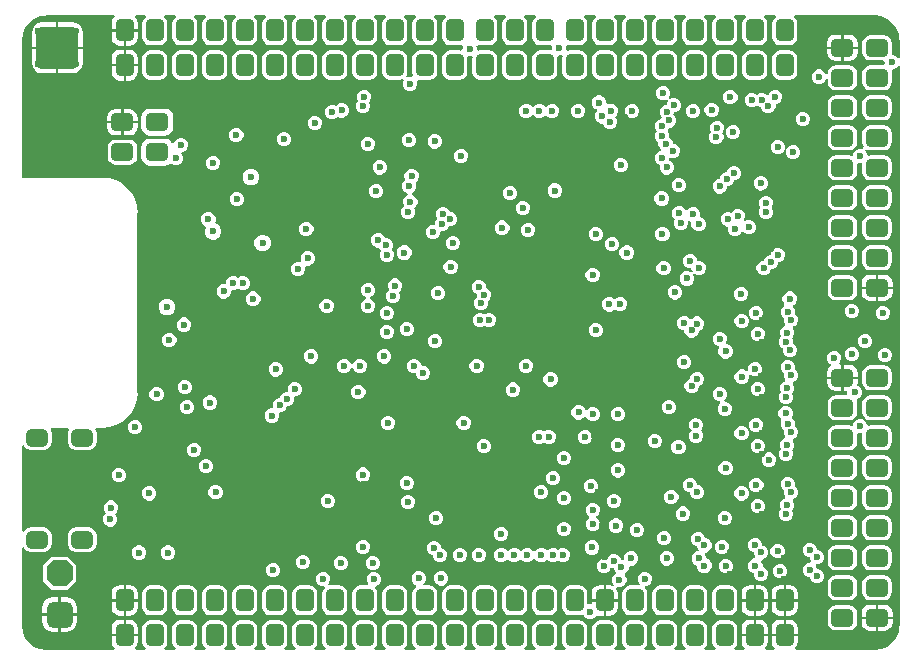
<source format=gbr>
%TF.GenerationSoftware,Altium Limited,Altium Designer,22.7.1 (60)*%
G04 Layer_Physical_Order=2*
G04 Layer_Color=36540*
%FSLAX45Y45*%
%MOMM*%
%TF.SameCoordinates,C880B6F6-60C4-4622-843B-A454360AD99E*%
%TF.FilePolarity,Positive*%
%TF.FileFunction,Copper,L2,Inr,Signal*%
%TF.Part,Single*%
G01*
G75*
%TA.AperFunction,ComponentPad*%
G04:AMPARAMS|DCode=101|XSize=1.8mm|YSize=1.45mm|CornerRadius=0.3625mm|HoleSize=0mm|Usage=FLASHONLY|Rotation=180.000|XOffset=0mm|YOffset=0mm|HoleType=Round|Shape=RoundedRectangle|*
%AMROUNDEDRECTD101*
21,1,1.80000,0.72500,0,0,180.0*
21,1,1.07500,1.45000,0,0,180.0*
1,1,0.72500,-0.53750,0.36250*
1,1,0.72500,0.53750,0.36250*
1,1,0.72500,0.53750,-0.36250*
1,1,0.72500,-0.53750,-0.36250*
%
%ADD101ROUNDEDRECTD101*%
G04:AMPARAMS|DCode=103|XSize=2.2mm|YSize=2.2mm|CornerRadius=0mm|HoleSize=0mm|Usage=FLASHONLY|Rotation=270.000|XOffset=0mm|YOffset=0mm|HoleType=Round|Shape=Octagon|*
%AMOCTAGOND103*
4,1,8,-0.55000,-1.10000,0.55000,-1.10000,1.10000,-0.55000,1.10000,0.55000,0.55000,1.10000,-0.55000,1.10000,-1.10000,0.55000,-1.10000,-0.55000,-0.55000,-1.10000,0.0*
%
%ADD103OCTAGOND103*%

G04:AMPARAMS|DCode=104|XSize=2.2mm|YSize=2.2mm|CornerRadius=0.55mm|HoleSize=0mm|Usage=FLASHONLY|Rotation=270.000|XOffset=0mm|YOffset=0mm|HoleType=Round|Shape=RoundedRectangle|*
%AMROUNDEDRECTD104*
21,1,2.20000,1.10000,0,0,270.0*
21,1,1.10000,2.20000,0,0,270.0*
1,1,1.10000,-0.55000,-0.55000*
1,1,1.10000,-0.55000,0.55000*
1,1,1.10000,0.55000,0.55000*
1,1,1.10000,0.55000,-0.55000*
%
%ADD104ROUNDEDRECTD104*%
%TA.AperFunction,ViaPad*%
%ADD105C,0.60000*%
%TA.AperFunction,ComponentPad*%
G04:AMPARAMS|DCode=106|XSize=1.5mm|YSize=1.9mm|CornerRadius=0.375mm|HoleSize=0mm|Usage=FLASHONLY|Rotation=270.000|XOffset=0mm|YOffset=0mm|HoleType=Round|Shape=RoundedRectangle|*
%AMROUNDEDRECTD106*
21,1,1.50000,1.15000,0,0,270.0*
21,1,0.75000,1.90000,0,0,270.0*
1,1,0.75000,-0.57500,-0.37500*
1,1,0.75000,-0.57500,0.37500*
1,1,0.75000,0.57500,0.37500*
1,1,0.75000,0.57500,-0.37500*
%
%ADD106ROUNDEDRECTD106*%
G04:AMPARAMS|DCode=107|XSize=1.5mm|YSize=1.9mm|CornerRadius=0.375mm|HoleSize=0mm|Usage=FLASHONLY|Rotation=0.000|XOffset=0mm|YOffset=0mm|HoleType=Round|Shape=RoundedRectangle|*
%AMROUNDEDRECTD107*
21,1,1.50000,1.15000,0,0,0.0*
21,1,0.75000,1.90000,0,0,0.0*
1,1,0.75000,0.37500,-0.57500*
1,1,0.75000,-0.37500,-0.57500*
1,1,0.75000,-0.37500,0.57500*
1,1,0.75000,0.37500,0.57500*
%
%ADD107ROUNDEDRECTD107*%
G04:AMPARAMS|DCode=108|XSize=3.6mm|YSize=3.6mm|CornerRadius=0.54mm|HoleSize=0mm|Usage=FLASHONLY|Rotation=0.000|XOffset=0mm|YOffset=0mm|HoleType=Round|Shape=RoundedRectangle|*
%AMROUNDEDRECTD108*
21,1,3.60000,2.52000,0,0,0.0*
21,1,2.52000,3.60000,0,0,0.0*
1,1,1.08000,1.26000,-1.26000*
1,1,1.08000,-1.26000,-1.26000*
1,1,1.08000,-1.26000,1.26000*
1,1,1.08000,1.26000,1.26000*
%
%ADD108ROUNDEDRECTD108*%
G36*
X8434462Y5410484D02*
X8485651Y5389281D01*
X8529609Y5355551D01*
X8563338Y5311594D01*
X8584542Y5260404D01*
X8589867Y5219955D01*
X8591113Y5205471D01*
X8591116Y5205460D01*
X8591116Y5190471D01*
X8591120Y5057416D01*
X8576120Y5054432D01*
X8575688Y5055475D01*
X8558809Y5072354D01*
X8536757Y5081488D01*
X8535268D01*
X8525753Y5093083D01*
X8528322Y5106000D01*
Y5181000D01*
X8523083Y5207337D01*
X8508164Y5229664D01*
X8485837Y5244583D01*
X8459500Y5249822D01*
X8344500D01*
X8318163Y5244583D01*
X8295836Y5229664D01*
X8280917Y5207337D01*
X8275678Y5181000D01*
Y5106000D01*
X8280917Y5079663D01*
X8295836Y5057336D01*
X8318163Y5042417D01*
X8344500Y5037178D01*
X8450964D01*
X8460462Y5034604D01*
X8464822Y5022943D01*
Y5010057D01*
X8464671Y5007715D01*
X8454274Y4995822D01*
X8344500D01*
X8318163Y4990583D01*
X8295836Y4975664D01*
X8280917Y4953337D01*
X8275678Y4927000D01*
Y4852000D01*
X8280917Y4825663D01*
X8295836Y4803336D01*
X8318163Y4788417D01*
X8344500Y4783178D01*
X8459500D01*
X8485837Y4788417D01*
X8508164Y4803336D01*
X8523083Y4825663D01*
X8528322Y4852000D01*
Y4927000D01*
X8524446Y4946488D01*
X8534304Y4961488D01*
X8536757D01*
X8558809Y4970623D01*
X8575688Y4987501D01*
X8576122Y4988549D01*
X8591122Y4985565D01*
X8591247Y270194D01*
X8591247Y269996D01*
Y255256D01*
X8589999Y240773D01*
X8584683Y200394D01*
X8563507Y149271D01*
X8529821Y105371D01*
X8485921Y71685D01*
X8434798Y50509D01*
X8381926Y43549D01*
X8379938Y43944D01*
X7711646D01*
X7707096Y58944D01*
X7709769Y60731D01*
X7725793Y84712D01*
X7731420Y113000D01*
Y160500D01*
X7508580D01*
Y113000D01*
X7514207Y84712D01*
X7530231Y60731D01*
X7532904Y58944D01*
X7528354Y43944D01*
X7457646D01*
X7453096Y58944D01*
X7455769Y60731D01*
X7471793Y84712D01*
X7477420Y113000D01*
Y160500D01*
X7254580D01*
Y113000D01*
X7260207Y84712D01*
X7276231Y60731D01*
X7278904Y58944D01*
X7274354Y43944D01*
X7194646D01*
X7190096Y58944D01*
X7198164Y64336D01*
X7213083Y86663D01*
X7218322Y113000D01*
Y228000D01*
X7213083Y254337D01*
X7198164Y276664D01*
X7175837Y291583D01*
X7149500Y296822D01*
X7074500D01*
X7048163Y291583D01*
X7025836Y276664D01*
X7010917Y254337D01*
X7005678Y228000D01*
Y113000D01*
X7010917Y86663D01*
X7025836Y64336D01*
X7033904Y58944D01*
X7029354Y43944D01*
X6940646D01*
X6936096Y58944D01*
X6944164Y64336D01*
X6959083Y86663D01*
X6964322Y113000D01*
Y228000D01*
X6959083Y254337D01*
X6944164Y276664D01*
X6921837Y291583D01*
X6895500Y296822D01*
X6820500D01*
X6794163Y291583D01*
X6771836Y276664D01*
X6756917Y254337D01*
X6751678Y228000D01*
Y113000D01*
X6756917Y86663D01*
X6771836Y64336D01*
X6779904Y58944D01*
X6775354Y43944D01*
X6686646D01*
X6682096Y58944D01*
X6690164Y64336D01*
X6705083Y86663D01*
X6710322Y113000D01*
Y228000D01*
X6705083Y254337D01*
X6690164Y276664D01*
X6667837Y291583D01*
X6641500Y296822D01*
X6566500D01*
X6540163Y291583D01*
X6517836Y276664D01*
X6502917Y254337D01*
X6497678Y228000D01*
Y113000D01*
X6502917Y86663D01*
X6517836Y64336D01*
X6525904Y58944D01*
X6521354Y43944D01*
X6432646D01*
X6428096Y58944D01*
X6436164Y64336D01*
X6451083Y86663D01*
X6456322Y113000D01*
Y228000D01*
X6451083Y254337D01*
X6436164Y276664D01*
X6413837Y291583D01*
X6387500Y296822D01*
X6312500D01*
X6286163Y291583D01*
X6263836Y276664D01*
X6248917Y254337D01*
X6243678Y228000D01*
Y113000D01*
X6248917Y86663D01*
X6263836Y64336D01*
X6271904Y58944D01*
X6267354Y43944D01*
X6178646D01*
X6174096Y58944D01*
X6182164Y64336D01*
X6197083Y86663D01*
X6202322Y113000D01*
Y228000D01*
X6197083Y254337D01*
X6182164Y276664D01*
X6159837Y291583D01*
X6133500Y296822D01*
X6058500D01*
X6032163Y291583D01*
X6009836Y276664D01*
X5994917Y254337D01*
X5989678Y228000D01*
Y113000D01*
X5994917Y86663D01*
X6009836Y64336D01*
X6017904Y58944D01*
X6013354Y43944D01*
X5924646D01*
X5920096Y58944D01*
X5928164Y64336D01*
X5943083Y86663D01*
X5948322Y113000D01*
Y228000D01*
X5943083Y254337D01*
X5928164Y276664D01*
X5905837Y291583D01*
X5879500Y296822D01*
X5804500D01*
X5778163Y291583D01*
X5755836Y276664D01*
X5740917Y254337D01*
X5735678Y228000D01*
Y113000D01*
X5740917Y86663D01*
X5755836Y64336D01*
X5763904Y58944D01*
X5759354Y43944D01*
X5670646D01*
X5666096Y58944D01*
X5674164Y64336D01*
X5689083Y86663D01*
X5694322Y113000D01*
Y228000D01*
X5689083Y254337D01*
X5674164Y276664D01*
X5651837Y291583D01*
X5625500Y296822D01*
X5550500D01*
X5524163Y291583D01*
X5501836Y276664D01*
X5486917Y254337D01*
X5481678Y228000D01*
Y113000D01*
X5486917Y86663D01*
X5501836Y64336D01*
X5509904Y58944D01*
X5505354Y43944D01*
X5416646D01*
X5412096Y58944D01*
X5420164Y64336D01*
X5435083Y86663D01*
X5440322Y113000D01*
Y228000D01*
X5435083Y254337D01*
X5420164Y276664D01*
X5397837Y291583D01*
X5371500Y296822D01*
X5296500D01*
X5270163Y291583D01*
X5247836Y276664D01*
X5232917Y254337D01*
X5227678Y228000D01*
Y113000D01*
X5232917Y86663D01*
X5247836Y64336D01*
X5255904Y58944D01*
X5251354Y43944D01*
X5162646D01*
X5158096Y58944D01*
X5166164Y64336D01*
X5181083Y86663D01*
X5186322Y113000D01*
Y228000D01*
X5181083Y254337D01*
X5166164Y276664D01*
X5143837Y291583D01*
X5117500Y296822D01*
X5042500D01*
X5016163Y291583D01*
X4993836Y276664D01*
X4978917Y254337D01*
X4973678Y228000D01*
Y113000D01*
X4978917Y86663D01*
X4993836Y64336D01*
X5001904Y58944D01*
X4997354Y43944D01*
X4908646D01*
X4904096Y58944D01*
X4912164Y64336D01*
X4927083Y86663D01*
X4932322Y113000D01*
Y228000D01*
X4927083Y254337D01*
X4912164Y276664D01*
X4889837Y291583D01*
X4863500Y296822D01*
X4788500D01*
X4762163Y291583D01*
X4739836Y276664D01*
X4724917Y254337D01*
X4719678Y228000D01*
Y113000D01*
X4724917Y86663D01*
X4739836Y64336D01*
X4747904Y58944D01*
X4743354Y43944D01*
X4654646D01*
X4650096Y58944D01*
X4658164Y64336D01*
X4673083Y86663D01*
X4678322Y113000D01*
Y228000D01*
X4673083Y254337D01*
X4658164Y276664D01*
X4635837Y291583D01*
X4609500Y296822D01*
X4534500D01*
X4508163Y291583D01*
X4485836Y276664D01*
X4470917Y254337D01*
X4465678Y228000D01*
Y113000D01*
X4470917Y86663D01*
X4485836Y64336D01*
X4493904Y58944D01*
X4489354Y43944D01*
X4400646D01*
X4396096Y58944D01*
X4404164Y64336D01*
X4419083Y86663D01*
X4424322Y113000D01*
Y228000D01*
X4419083Y254337D01*
X4404164Y276664D01*
X4381837Y291583D01*
X4355500Y296822D01*
X4280500D01*
X4254163Y291583D01*
X4231836Y276664D01*
X4216917Y254337D01*
X4211678Y228000D01*
Y113000D01*
X4216917Y86663D01*
X4231836Y64336D01*
X4239904Y58944D01*
X4235354Y43944D01*
X4146646D01*
X4142096Y58944D01*
X4150164Y64336D01*
X4165083Y86663D01*
X4170322Y113000D01*
Y228000D01*
X4165083Y254337D01*
X4150164Y276664D01*
X4127837Y291583D01*
X4101500Y296822D01*
X4026500D01*
X4000163Y291583D01*
X3977836Y276664D01*
X3962917Y254337D01*
X3957678Y228000D01*
Y113000D01*
X3962917Y86663D01*
X3977836Y64336D01*
X3985904Y58944D01*
X3981354Y43944D01*
X3892646D01*
X3888096Y58944D01*
X3896164Y64336D01*
X3911083Y86663D01*
X3916322Y113000D01*
Y228000D01*
X3911083Y254337D01*
X3896164Y276664D01*
X3873837Y291583D01*
X3847500Y296822D01*
X3772500D01*
X3746163Y291583D01*
X3723836Y276664D01*
X3708917Y254337D01*
X3703678Y228000D01*
Y113000D01*
X3708917Y86663D01*
X3723836Y64336D01*
X3731904Y58944D01*
X3727354Y43944D01*
X3638646D01*
X3634096Y58944D01*
X3642164Y64336D01*
X3657083Y86663D01*
X3662322Y113000D01*
Y228000D01*
X3657083Y254337D01*
X3642164Y276664D01*
X3619837Y291583D01*
X3593500Y296822D01*
X3518500D01*
X3492163Y291583D01*
X3469836Y276664D01*
X3454917Y254337D01*
X3449678Y228000D01*
Y113000D01*
X3454917Y86663D01*
X3469836Y64336D01*
X3477904Y58944D01*
X3473354Y43944D01*
X3384646D01*
X3380096Y58944D01*
X3388164Y64336D01*
X3403083Y86663D01*
X3408322Y113000D01*
Y228000D01*
X3403083Y254337D01*
X3388164Y276664D01*
X3365837Y291583D01*
X3339500Y296822D01*
X3264500D01*
X3238163Y291583D01*
X3215836Y276664D01*
X3200917Y254337D01*
X3195678Y228000D01*
Y113000D01*
X3200917Y86663D01*
X3215836Y64336D01*
X3223904Y58944D01*
X3219354Y43944D01*
X3130646D01*
X3126096Y58944D01*
X3134164Y64336D01*
X3149083Y86663D01*
X3154322Y113000D01*
Y228000D01*
X3149083Y254337D01*
X3134164Y276664D01*
X3111837Y291583D01*
X3085500Y296822D01*
X3010500D01*
X2984163Y291583D01*
X2961836Y276664D01*
X2946917Y254337D01*
X2941678Y228000D01*
Y113000D01*
X2946917Y86663D01*
X2961836Y64336D01*
X2969904Y58944D01*
X2965354Y43944D01*
X2876646D01*
X2872096Y58944D01*
X2880164Y64336D01*
X2895083Y86663D01*
X2900322Y113000D01*
Y228000D01*
X2895083Y254337D01*
X2880164Y276664D01*
X2857837Y291583D01*
X2831500Y296822D01*
X2756500D01*
X2730163Y291583D01*
X2707836Y276664D01*
X2692917Y254337D01*
X2687678Y228000D01*
Y113000D01*
X2692917Y86663D01*
X2707836Y64336D01*
X2715904Y58944D01*
X2711354Y43944D01*
X2622646D01*
X2618096Y58944D01*
X2626164Y64336D01*
X2641083Y86663D01*
X2646322Y113000D01*
Y228000D01*
X2641083Y254337D01*
X2626164Y276664D01*
X2603837Y291583D01*
X2577500Y296822D01*
X2502500D01*
X2476163Y291583D01*
X2453836Y276664D01*
X2438917Y254337D01*
X2433678Y228000D01*
Y113000D01*
X2438917Y86663D01*
X2453836Y64336D01*
X2461904Y58944D01*
X2457354Y43944D01*
X2368646D01*
X2364096Y58944D01*
X2372164Y64336D01*
X2387083Y86663D01*
X2392322Y113000D01*
Y228000D01*
X2387083Y254337D01*
X2372164Y276664D01*
X2349837Y291583D01*
X2323500Y296822D01*
X2248500D01*
X2222163Y291583D01*
X2199836Y276664D01*
X2184917Y254337D01*
X2179678Y228000D01*
Y113000D01*
X2184917Y86663D01*
X2199836Y64336D01*
X2207904Y58944D01*
X2203354Y43944D01*
X2123646D01*
X2119096Y58944D01*
X2121769Y60731D01*
X2137793Y84712D01*
X2143420Y113000D01*
Y160500D01*
X1920580D01*
Y113000D01*
X1926207Y84712D01*
X1942231Y60731D01*
X1944904Y58944D01*
X1940354Y43944D01*
X1371600D01*
X1369643Y43555D01*
X1317066Y50477D01*
X1266249Y71526D01*
X1222611Y105011D01*
X1189126Y148649D01*
X1168077Y199466D01*
X1161155Y252043D01*
X1161544Y254000D01*
Y906011D01*
X1175454Y914991D01*
X1176544Y914852D01*
X1190487Y893986D01*
X1212401Y879344D01*
X1238250Y874202D01*
X1345750D01*
X1371599Y879344D01*
X1393513Y893986D01*
X1408156Y915900D01*
X1413298Y941750D01*
Y1014250D01*
X1408156Y1040099D01*
X1393513Y1062013D01*
X1371599Y1076656D01*
X1345750Y1081798D01*
X1238250D01*
X1212401Y1076656D01*
X1190487Y1062013D01*
X1176544Y1041148D01*
X1175454Y1041009D01*
X1161544Y1049989D01*
Y1770011D01*
X1175454Y1778991D01*
X1176544Y1778852D01*
X1190487Y1757986D01*
X1212401Y1743344D01*
X1238250Y1738202D01*
X1345750D01*
X1371599Y1743344D01*
X1393513Y1757986D01*
X1408156Y1779900D01*
X1413298Y1805750D01*
Y1878250D01*
X1408156Y1904099D01*
X1403327Y1911327D01*
X1410397Y1924556D01*
X1553602D01*
X1560673Y1911327D01*
X1555844Y1904099D01*
X1550702Y1878250D01*
Y1805750D01*
X1555844Y1779900D01*
X1570487Y1757986D01*
X1592401Y1743344D01*
X1618250Y1738202D01*
X1725750D01*
X1751599Y1743344D01*
X1773513Y1757986D01*
X1788156Y1779900D01*
X1793298Y1805750D01*
Y1878250D01*
X1788156Y1904099D01*
X1783327Y1911327D01*
X1790397Y1924556D01*
X1841500D01*
Y1923962D01*
X1899742Y1929699D01*
X1955745Y1946687D01*
X2007359Y1974275D01*
X2052598Y2011402D01*
X2089725Y2056641D01*
X2117313Y2108255D01*
X2134301Y2164258D01*
X2140038Y2222500D01*
X2139444D01*
Y3746500D01*
X2140038D01*
X2134301Y3804742D01*
X2117313Y3860745D01*
X2089725Y3912359D01*
X2052598Y3957598D01*
X2007359Y3994725D01*
X1955745Y4022313D01*
X1899742Y4039301D01*
X1841500Y4045038D01*
Y4044444D01*
X1161544D01*
Y5207000D01*
X1161155Y5208958D01*
X1168077Y5261534D01*
X1189126Y5312351D01*
X1222610Y5355989D01*
X1266248Y5389474D01*
X1317066Y5410523D01*
X1357121Y5415796D01*
X1371600Y5417055D01*
Y5417056D01*
X1940354D01*
X1944904Y5402056D01*
X1942231Y5400269D01*
X1926207Y5376288D01*
X1920580Y5348000D01*
Y5300500D01*
X2143420D01*
Y5348000D01*
X2137793Y5376288D01*
X2121769Y5400269D01*
X2119096Y5402056D01*
X2123646Y5417056D01*
X2203354D01*
X2207904Y5402056D01*
X2199836Y5396664D01*
X2184917Y5374337D01*
X2179678Y5348000D01*
Y5233000D01*
X2184917Y5206663D01*
X2199836Y5184336D01*
X2222163Y5169417D01*
X2248500Y5164178D01*
X2323500D01*
X2349837Y5169417D01*
X2372164Y5184336D01*
X2387083Y5206663D01*
X2392322Y5233000D01*
Y5348000D01*
X2387083Y5374337D01*
X2372164Y5396664D01*
X2364096Y5402056D01*
X2368646Y5417056D01*
X2457354D01*
X2461904Y5402056D01*
X2453836Y5396664D01*
X2438917Y5374337D01*
X2433678Y5348000D01*
Y5233000D01*
X2438917Y5206663D01*
X2453836Y5184336D01*
X2476163Y5169417D01*
X2502500Y5164178D01*
X2577500D01*
X2603837Y5169417D01*
X2626164Y5184336D01*
X2641083Y5206663D01*
X2646322Y5233000D01*
Y5348000D01*
X2641083Y5374337D01*
X2626164Y5396664D01*
X2618096Y5402056D01*
X2622646Y5417056D01*
X2711354D01*
X2715904Y5402056D01*
X2707836Y5396664D01*
X2692917Y5374337D01*
X2687678Y5348000D01*
Y5233000D01*
X2692917Y5206663D01*
X2707836Y5184336D01*
X2730163Y5169417D01*
X2756500Y5164178D01*
X2831500D01*
X2857837Y5169417D01*
X2880164Y5184336D01*
X2895083Y5206663D01*
X2900322Y5233000D01*
Y5348000D01*
X2895083Y5374337D01*
X2880164Y5396664D01*
X2872096Y5402056D01*
X2876646Y5417056D01*
X2965354D01*
X2969904Y5402056D01*
X2961836Y5396664D01*
X2946917Y5374337D01*
X2941678Y5348000D01*
Y5233000D01*
X2946917Y5206663D01*
X2961836Y5184336D01*
X2984163Y5169417D01*
X3010500Y5164178D01*
X3085500D01*
X3111837Y5169417D01*
X3134164Y5184336D01*
X3149083Y5206663D01*
X3154322Y5233000D01*
Y5348000D01*
X3149083Y5374337D01*
X3134164Y5396664D01*
X3126096Y5402056D01*
X3130646Y5417056D01*
X3219354D01*
X3223904Y5402056D01*
X3215836Y5396664D01*
X3200917Y5374337D01*
X3195678Y5348000D01*
Y5233000D01*
X3200917Y5206663D01*
X3215836Y5184336D01*
X3238163Y5169417D01*
X3264500Y5164178D01*
X3339500D01*
X3365837Y5169417D01*
X3388164Y5184336D01*
X3403083Y5206663D01*
X3408322Y5233000D01*
Y5348000D01*
X3403083Y5374337D01*
X3388164Y5396664D01*
X3380096Y5402056D01*
X3384646Y5417056D01*
X3473354D01*
X3477904Y5402056D01*
X3469836Y5396664D01*
X3454917Y5374337D01*
X3449678Y5348000D01*
Y5233000D01*
X3454917Y5206663D01*
X3469836Y5184336D01*
X3492163Y5169417D01*
X3518500Y5164178D01*
X3593500D01*
X3619837Y5169417D01*
X3642164Y5184336D01*
X3657083Y5206663D01*
X3662322Y5233000D01*
Y5348000D01*
X3657083Y5374337D01*
X3642164Y5396664D01*
X3634096Y5402056D01*
X3638646Y5417056D01*
X3727354D01*
X3731904Y5402056D01*
X3723836Y5396664D01*
X3708917Y5374337D01*
X3703678Y5348000D01*
Y5233000D01*
X3708917Y5206663D01*
X3723836Y5184336D01*
X3746163Y5169417D01*
X3772500Y5164178D01*
X3847500D01*
X3873837Y5169417D01*
X3896164Y5184336D01*
X3911083Y5206663D01*
X3916322Y5233000D01*
Y5348000D01*
X3911083Y5374337D01*
X3896164Y5396664D01*
X3888096Y5402056D01*
X3892646Y5417056D01*
X3981354D01*
X3985904Y5402056D01*
X3977836Y5396664D01*
X3962917Y5374337D01*
X3957678Y5348000D01*
Y5233000D01*
X3962917Y5206663D01*
X3977836Y5184336D01*
X4000163Y5169417D01*
X4026500Y5164178D01*
X4101500D01*
X4127837Y5169417D01*
X4150164Y5184336D01*
X4165083Y5206663D01*
X4170322Y5233000D01*
Y5348000D01*
X4165083Y5374337D01*
X4150164Y5396664D01*
X4142096Y5402056D01*
X4146646Y5417056D01*
X4235354D01*
X4239904Y5402056D01*
X4231836Y5396664D01*
X4216917Y5374337D01*
X4211678Y5348000D01*
Y5233000D01*
X4216917Y5206663D01*
X4231836Y5184336D01*
X4254163Y5169417D01*
X4280500Y5164178D01*
X4355500D01*
X4381837Y5169417D01*
X4404164Y5184336D01*
X4419083Y5206663D01*
X4424322Y5233000D01*
Y5348000D01*
X4419083Y5374337D01*
X4404164Y5396664D01*
X4396096Y5402056D01*
X4400646Y5417056D01*
X4489354D01*
X4493904Y5402056D01*
X4485836Y5396664D01*
X4470917Y5374337D01*
X4465678Y5348000D01*
Y5233000D01*
X4470917Y5206663D01*
X4485836Y5184336D01*
X4508163Y5169417D01*
X4534500Y5164178D01*
X4609500D01*
X4635837Y5169417D01*
X4658164Y5184336D01*
X4673083Y5206663D01*
X4678322Y5233000D01*
Y5348000D01*
X4673083Y5374337D01*
X4658164Y5396664D01*
X4650096Y5402056D01*
X4654646Y5417056D01*
X4743354D01*
X4747904Y5402056D01*
X4739836Y5396664D01*
X4724917Y5374337D01*
X4719678Y5348000D01*
Y5233000D01*
X4724917Y5206663D01*
X4739836Y5184336D01*
X4762163Y5169417D01*
X4788500Y5164178D01*
X4863500D01*
X4884170Y5168289D01*
X4895310Y5156815D01*
X4895486Y5156411D01*
X4892487Y5149171D01*
Y5132350D01*
X4881053Y5120773D01*
X4878629Y5119813D01*
X4863500Y5122822D01*
X4788500D01*
X4762163Y5117583D01*
X4739836Y5102664D01*
X4724917Y5080337D01*
X4719678Y5054000D01*
Y4939000D01*
X4724917Y4912663D01*
X4739836Y4890336D01*
X4762163Y4875417D01*
X4788500Y4870178D01*
X4863500D01*
X4889837Y4875417D01*
X4912164Y4890336D01*
X4927083Y4912663D01*
X4932322Y4939000D01*
Y5054000D01*
X4930066Y5065344D01*
X4935793Y5071839D01*
X4942994Y5077236D01*
X4963006D01*
X4965257Y5076414D01*
X4976027Y5065807D01*
X4973678Y5054000D01*
Y4939000D01*
X4978917Y4912663D01*
X4993836Y4890336D01*
X5016163Y4875417D01*
X5042500Y4870178D01*
X5117500D01*
X5143837Y4875417D01*
X5166164Y4890336D01*
X5181083Y4912663D01*
X5186322Y4939000D01*
Y5054000D01*
X5181083Y5080337D01*
X5166164Y5102664D01*
X5143837Y5117583D01*
X5117500Y5122822D01*
X5042500D01*
X5026345Y5119609D01*
X5023632Y5120723D01*
X5012487Y5131794D01*
Y5149171D01*
X5009396Y5156633D01*
X5010690Y5159077D01*
X5020712Y5168512D01*
X5042500Y5164178D01*
X5117500D01*
X5143837Y5169417D01*
X5166164Y5184336D01*
X5181083Y5206663D01*
X5186322Y5233000D01*
Y5348000D01*
X5181083Y5374337D01*
X5166164Y5396664D01*
X5158096Y5402056D01*
X5162646Y5417056D01*
X5251354D01*
X5255904Y5402056D01*
X5247836Y5396664D01*
X5232917Y5374337D01*
X5227678Y5348000D01*
Y5233000D01*
X5232917Y5206663D01*
X5247836Y5184336D01*
X5270163Y5169417D01*
X5296500Y5164178D01*
X5371500D01*
X5397837Y5169417D01*
X5420164Y5184336D01*
X5435083Y5206663D01*
X5440322Y5233000D01*
Y5348000D01*
X5435083Y5374337D01*
X5420164Y5396664D01*
X5412096Y5402056D01*
X5416646Y5417056D01*
X5505354D01*
X5509904Y5402056D01*
X5501836Y5396664D01*
X5486917Y5374337D01*
X5481678Y5348000D01*
Y5233000D01*
X5486917Y5206663D01*
X5501836Y5184336D01*
X5524163Y5169417D01*
X5550500Y5164178D01*
X5625500D01*
X5640734Y5167208D01*
X5651524Y5154060D01*
X5650469Y5151513D01*
Y5133149D01*
X5640363Y5122203D01*
X5637193Y5120496D01*
X5625500Y5122822D01*
X5550500D01*
X5524163Y5117583D01*
X5501836Y5102664D01*
X5486917Y5080337D01*
X5481678Y5054000D01*
Y4939000D01*
X5486917Y4912663D01*
X5501836Y4890336D01*
X5524163Y4875417D01*
X5550500Y4870178D01*
X5625500D01*
X5651837Y4875417D01*
X5674164Y4890336D01*
X5689083Y4912663D01*
X5694322Y4939000D01*
Y5054000D01*
X5691919Y5066083D01*
X5693377Y5069058D01*
X5704528Y5079578D01*
X5722403D01*
X5725747Y5080963D01*
X5738895Y5070174D01*
X5735678Y5054000D01*
Y4939000D01*
X5740917Y4912663D01*
X5755836Y4890336D01*
X5778163Y4875417D01*
X5804500Y4870178D01*
X5879500D01*
X5905837Y4875417D01*
X5928164Y4890336D01*
X5943083Y4912663D01*
X5948322Y4939000D01*
Y5054000D01*
X5943083Y5080337D01*
X5928164Y5102664D01*
X5905837Y5117583D01*
X5879500Y5122822D01*
X5804500D01*
X5782930Y5118532D01*
X5776461Y5123262D01*
X5772091Y5127526D01*
X5770469Y5130183D01*
Y5151513D01*
X5767602Y5158433D01*
X5774879Y5166001D01*
X5779390Y5169173D01*
X5804500Y5164178D01*
X5879500D01*
X5905837Y5169417D01*
X5928164Y5184336D01*
X5943083Y5206663D01*
X5948322Y5233000D01*
Y5348000D01*
X5943083Y5374337D01*
X5928164Y5396664D01*
X5920096Y5402056D01*
X5924646Y5417056D01*
X6013354D01*
X6017904Y5402056D01*
X6009836Y5396664D01*
X5994917Y5374337D01*
X5989678Y5348000D01*
Y5233000D01*
X5994917Y5206663D01*
X6009836Y5184336D01*
X6032163Y5169417D01*
X6058500Y5164178D01*
X6133500D01*
X6159837Y5169417D01*
X6182164Y5184336D01*
X6197083Y5206663D01*
X6202322Y5233000D01*
Y5348000D01*
X6197083Y5374337D01*
X6182164Y5396664D01*
X6174096Y5402056D01*
X6178646Y5417056D01*
X6267354D01*
X6271904Y5402056D01*
X6263836Y5396664D01*
X6248917Y5374337D01*
X6243678Y5348000D01*
Y5233000D01*
X6248917Y5206663D01*
X6263836Y5184336D01*
X6286163Y5169417D01*
X6312500Y5164178D01*
X6387500D01*
X6413837Y5169417D01*
X6436164Y5184336D01*
X6451083Y5206663D01*
X6456322Y5233000D01*
Y5348000D01*
X6451083Y5374337D01*
X6436164Y5396664D01*
X6428096Y5402056D01*
X6432646Y5417056D01*
X6521354D01*
X6525904Y5402056D01*
X6517836Y5396664D01*
X6502917Y5374337D01*
X6497678Y5348000D01*
Y5233000D01*
X6502917Y5206663D01*
X6517836Y5184336D01*
X6540163Y5169417D01*
X6566500Y5164178D01*
X6641500D01*
X6667837Y5169417D01*
X6690164Y5184336D01*
X6705083Y5206663D01*
X6710322Y5233000D01*
Y5348000D01*
X6705083Y5374337D01*
X6690164Y5396664D01*
X6682096Y5402056D01*
X6686646Y5417056D01*
X6775354D01*
X6779904Y5402056D01*
X6771836Y5396664D01*
X6756917Y5374337D01*
X6751678Y5348000D01*
Y5233000D01*
X6756917Y5206663D01*
X6771836Y5184336D01*
X6794163Y5169417D01*
X6820500Y5164178D01*
X6895500D01*
X6921837Y5169417D01*
X6944164Y5184336D01*
X6959083Y5206663D01*
X6964322Y5233000D01*
Y5348000D01*
X6959083Y5374337D01*
X6944164Y5396664D01*
X6936096Y5402056D01*
X6940646Y5417056D01*
X7029354D01*
X7033904Y5402056D01*
X7025836Y5396664D01*
X7010917Y5374337D01*
X7005678Y5348000D01*
Y5233000D01*
X7010917Y5206663D01*
X7025836Y5184336D01*
X7048163Y5169417D01*
X7074500Y5164178D01*
X7149500D01*
X7175837Y5169417D01*
X7198164Y5184336D01*
X7213083Y5206663D01*
X7218322Y5233000D01*
Y5348000D01*
X7213083Y5374337D01*
X7198164Y5396664D01*
X7190096Y5402056D01*
X7194646Y5417056D01*
X7283354D01*
X7287904Y5402056D01*
X7279836Y5396664D01*
X7264917Y5374337D01*
X7259678Y5348000D01*
Y5233000D01*
X7264917Y5206663D01*
X7279836Y5184336D01*
X7302163Y5169417D01*
X7328500Y5164178D01*
X7403500D01*
X7429837Y5169417D01*
X7452164Y5184336D01*
X7467083Y5206663D01*
X7472322Y5233000D01*
Y5348000D01*
X7467083Y5374337D01*
X7452164Y5396664D01*
X7444096Y5402056D01*
X7448646Y5417056D01*
X7537354D01*
X7541904Y5402056D01*
X7533836Y5396664D01*
X7518917Y5374337D01*
X7513678Y5348000D01*
Y5233000D01*
X7518917Y5206663D01*
X7533836Y5184336D01*
X7556163Y5169417D01*
X7582500Y5164178D01*
X7657500D01*
X7683837Y5169417D01*
X7706164Y5184336D01*
X7721083Y5206663D01*
X7726322Y5233000D01*
Y5348000D01*
X7721083Y5374337D01*
X7706164Y5396664D01*
X7698096Y5402056D01*
X7702646Y5417056D01*
X8379531D01*
X8381527Y5417453D01*
X8434462Y5410484D01*
D02*
G37*
%LPC*%
G36*
X2143420Y5280500D02*
X2042000D01*
Y5159080D01*
X2069500D01*
X2097788Y5164707D01*
X2121769Y5180731D01*
X2137793Y5204712D01*
X2143420Y5233000D01*
Y5280500D01*
D02*
G37*
G36*
X2022000D02*
X1920580D01*
Y5233000D01*
X1926207Y5204712D01*
X1942231Y5180731D01*
X1966212Y5164707D01*
X1994500Y5159080D01*
X2022000D01*
Y5280500D01*
D02*
G37*
G36*
X8165500Y5254920D02*
X8118000D01*
Y5153500D01*
X8239420D01*
Y5181000D01*
X8233793Y5209288D01*
X8217769Y5233269D01*
X8193788Y5249293D01*
X8165500Y5254920D01*
D02*
G37*
G36*
X1586500Y5360244D02*
X1470500D01*
Y5153500D01*
X1677244D01*
Y5269500D01*
X1670336Y5304226D01*
X1650665Y5333665D01*
X1621226Y5353336D01*
X1586500Y5360244D01*
D02*
G37*
G36*
X1450500D02*
X1334500D01*
X1299774Y5353336D01*
X1270335Y5333665D01*
X1250664Y5304226D01*
X1243756Y5269500D01*
Y5153500D01*
X1450500D01*
Y5360244D01*
D02*
G37*
G36*
X8098000Y5254920D02*
X8050500D01*
X8022212Y5249293D01*
X7998231Y5233269D01*
X7982207Y5209288D01*
X7976580Y5181000D01*
Y5153500D01*
X8098000D01*
Y5254920D01*
D02*
G37*
G36*
X8239420Y5133500D02*
X8118000D01*
Y5032080D01*
X8165500D01*
X8193788Y5037707D01*
X8217769Y5053731D01*
X8233793Y5077712D01*
X8239420Y5106000D01*
Y5133500D01*
D02*
G37*
G36*
X8098000D02*
X7976580D01*
Y5106000D01*
X7982207Y5077712D01*
X7998231Y5053731D01*
X8022212Y5037707D01*
X8050500Y5032080D01*
X8098000D01*
Y5133500D01*
D02*
G37*
G36*
X2069500Y5127920D02*
X2042000D01*
Y5006500D01*
X2143420D01*
Y5054000D01*
X2137793Y5082288D01*
X2121769Y5106269D01*
X2097788Y5122293D01*
X2069500Y5127920D01*
D02*
G37*
G36*
X2022000D02*
X1994500D01*
X1966212Y5122293D01*
X1942231Y5106269D01*
X1926207Y5082288D01*
X1920580Y5054000D01*
Y5006500D01*
X2022000D01*
Y5127920D01*
D02*
G37*
G36*
X1677244Y5133500D02*
X1470500D01*
Y4926756D01*
X1586500D01*
X1621226Y4933664D01*
X1650665Y4953335D01*
X1670336Y4982774D01*
X1677244Y5017500D01*
Y5133500D01*
D02*
G37*
G36*
X1450500D02*
X1243756D01*
Y5017500D01*
X1250664Y4982774D01*
X1270335Y4953335D01*
X1299774Y4933664D01*
X1334500Y4926756D01*
X1450500D01*
Y5133500D01*
D02*
G37*
G36*
X8165500Y4995822D02*
X8050500D01*
X8024163Y4990583D01*
X8001836Y4975664D01*
X7986917Y4953337D01*
X7981678Y4927000D01*
Y4922938D01*
X7966678Y4919955D01*
X7960865Y4933987D01*
X7943987Y4950866D01*
X7921935Y4960000D01*
X7898065D01*
X7876013Y4950866D01*
X7859134Y4933987D01*
X7850000Y4911935D01*
Y4888065D01*
X7859134Y4866013D01*
X7876013Y4849135D01*
X7898065Y4840000D01*
X7921935D01*
X7943987Y4849135D01*
X7960865Y4866013D01*
X7966678Y4880046D01*
X7981678Y4877062D01*
Y4852000D01*
X7986917Y4825663D01*
X8001836Y4803336D01*
X8024163Y4788417D01*
X8050500Y4783178D01*
X8165500D01*
X8191837Y4788417D01*
X8214164Y4803336D01*
X8229083Y4825663D01*
X8234322Y4852000D01*
Y4927000D01*
X8229083Y4953337D01*
X8214164Y4975664D01*
X8191837Y4990583D01*
X8165500Y4995822D01*
D02*
G37*
G36*
X4609500Y5122822D02*
X4534500D01*
X4508163Y5117583D01*
X4485836Y5102664D01*
X4470917Y5080337D01*
X4465678Y5054000D01*
Y4939000D01*
X4470917Y4912663D01*
X4471053Y4912459D01*
X4463506Y4902147D01*
X4461338Y4900000D01*
X4438065D01*
X4425064Y4894615D01*
X4415120Y4906732D01*
X4419083Y4912663D01*
X4424322Y4939000D01*
Y5054000D01*
X4419083Y5080337D01*
X4404164Y5102664D01*
X4381837Y5117583D01*
X4355500Y5122822D01*
X4280500D01*
X4254163Y5117583D01*
X4231836Y5102664D01*
X4216917Y5080337D01*
X4211678Y5054000D01*
Y4939000D01*
X4216917Y4912663D01*
X4231836Y4890336D01*
X4254163Y4875417D01*
X4280500Y4870178D01*
X4355500D01*
X4381837Y4875417D01*
X4384124Y4876945D01*
X4396240Y4867000D01*
X4390000Y4851935D01*
Y4828065D01*
X4399134Y4806013D01*
X4416013Y4789134D01*
X4438065Y4780000D01*
X4461935D01*
X4483987Y4789134D01*
X4500866Y4806013D01*
X4510000Y4828065D01*
Y4851935D01*
X4506469Y4860460D01*
X4517259Y4873607D01*
X4534500Y4870178D01*
X4609500D01*
X4635837Y4875417D01*
X4658164Y4890336D01*
X4673083Y4912663D01*
X4678322Y4939000D01*
Y5054000D01*
X4673083Y5080337D01*
X4658164Y5102664D01*
X4635837Y5117583D01*
X4609500Y5122822D01*
D02*
G37*
G36*
X7657500D02*
X7582500D01*
X7556163Y5117583D01*
X7533836Y5102664D01*
X7518917Y5080337D01*
X7513678Y5054000D01*
Y4939000D01*
X7518917Y4912663D01*
X7533836Y4890336D01*
X7556163Y4875417D01*
X7582500Y4870178D01*
X7657500D01*
X7683837Y4875417D01*
X7706164Y4890336D01*
X7721083Y4912663D01*
X7726322Y4939000D01*
Y5054000D01*
X7721083Y5080337D01*
X7706164Y5102664D01*
X7683837Y5117583D01*
X7657500Y5122822D01*
D02*
G37*
G36*
X7403500D02*
X7328500D01*
X7302163Y5117583D01*
X7279836Y5102664D01*
X7264917Y5080337D01*
X7259678Y5054000D01*
Y4939000D01*
X7264917Y4912663D01*
X7279836Y4890336D01*
X7302163Y4875417D01*
X7328500Y4870178D01*
X7403500D01*
X7429837Y4875417D01*
X7452164Y4890336D01*
X7467083Y4912663D01*
X7472322Y4939000D01*
Y5054000D01*
X7467083Y5080337D01*
X7452164Y5102664D01*
X7429837Y5117583D01*
X7403500Y5122822D01*
D02*
G37*
G36*
X7149500D02*
X7074500D01*
X7048163Y5117583D01*
X7025836Y5102664D01*
X7010917Y5080337D01*
X7005678Y5054000D01*
Y4939000D01*
X7010917Y4912663D01*
X7025836Y4890336D01*
X7048163Y4875417D01*
X7074500Y4870178D01*
X7149500D01*
X7175837Y4875417D01*
X7198164Y4890336D01*
X7213083Y4912663D01*
X7218322Y4939000D01*
Y5054000D01*
X7213083Y5080337D01*
X7198164Y5102664D01*
X7175837Y5117583D01*
X7149500Y5122822D01*
D02*
G37*
G36*
X6895500D02*
X6820500D01*
X6794163Y5117583D01*
X6771836Y5102664D01*
X6756917Y5080337D01*
X6751678Y5054000D01*
Y4939000D01*
X6756917Y4912663D01*
X6771836Y4890336D01*
X6794163Y4875417D01*
X6820500Y4870178D01*
X6895500D01*
X6921837Y4875417D01*
X6944164Y4890336D01*
X6959083Y4912663D01*
X6964322Y4939000D01*
Y5054000D01*
X6959083Y5080337D01*
X6944164Y5102664D01*
X6921837Y5117583D01*
X6895500Y5122822D01*
D02*
G37*
G36*
X6641500D02*
X6566500D01*
X6540163Y5117583D01*
X6517836Y5102664D01*
X6502917Y5080337D01*
X6497678Y5054000D01*
Y4939000D01*
X6502917Y4912663D01*
X6517836Y4890336D01*
X6540163Y4875417D01*
X6566500Y4870178D01*
X6641500D01*
X6667837Y4875417D01*
X6690164Y4890336D01*
X6705083Y4912663D01*
X6710322Y4939000D01*
Y5054000D01*
X6705083Y5080337D01*
X6690164Y5102664D01*
X6667837Y5117583D01*
X6641500Y5122822D01*
D02*
G37*
G36*
X6387500D02*
X6312500D01*
X6286163Y5117583D01*
X6263836Y5102664D01*
X6248917Y5080337D01*
X6243678Y5054000D01*
Y4939000D01*
X6248917Y4912663D01*
X6263836Y4890336D01*
X6286163Y4875417D01*
X6312500Y4870178D01*
X6387500D01*
X6413837Y4875417D01*
X6436164Y4890336D01*
X6451083Y4912663D01*
X6456322Y4939000D01*
Y5054000D01*
X6451083Y5080337D01*
X6436164Y5102664D01*
X6413837Y5117583D01*
X6387500Y5122822D01*
D02*
G37*
G36*
X6133500D02*
X6058500D01*
X6032163Y5117583D01*
X6009836Y5102664D01*
X5994917Y5080337D01*
X5989678Y5054000D01*
Y4939000D01*
X5994917Y4912663D01*
X6009836Y4890336D01*
X6032163Y4875417D01*
X6058500Y4870178D01*
X6133500D01*
X6159837Y4875417D01*
X6182164Y4890336D01*
X6197083Y4912663D01*
X6202322Y4939000D01*
Y5054000D01*
X6197083Y5080337D01*
X6182164Y5102664D01*
X6159837Y5117583D01*
X6133500Y5122822D01*
D02*
G37*
G36*
X5371500D02*
X5296500D01*
X5270163Y5117583D01*
X5247836Y5102664D01*
X5232917Y5080337D01*
X5227678Y5054000D01*
Y4939000D01*
X5232917Y4912663D01*
X5247836Y4890336D01*
X5270163Y4875417D01*
X5296500Y4870178D01*
X5371500D01*
X5397837Y4875417D01*
X5420164Y4890336D01*
X5435083Y4912663D01*
X5440322Y4939000D01*
Y5054000D01*
X5435083Y5080337D01*
X5420164Y5102664D01*
X5397837Y5117583D01*
X5371500Y5122822D01*
D02*
G37*
G36*
X4101500D02*
X4026500D01*
X4000163Y5117583D01*
X3977836Y5102664D01*
X3962917Y5080337D01*
X3957678Y5054000D01*
Y4939000D01*
X3962917Y4912663D01*
X3977836Y4890336D01*
X4000163Y4875417D01*
X4026500Y4870178D01*
X4101500D01*
X4127837Y4875417D01*
X4150164Y4890336D01*
X4165083Y4912663D01*
X4170322Y4939000D01*
Y5054000D01*
X4165083Y5080337D01*
X4150164Y5102664D01*
X4127837Y5117583D01*
X4101500Y5122822D01*
D02*
G37*
G36*
X3847500D02*
X3772500D01*
X3746163Y5117583D01*
X3723836Y5102664D01*
X3708917Y5080337D01*
X3703678Y5054000D01*
Y4939000D01*
X3708917Y4912663D01*
X3723836Y4890336D01*
X3746163Y4875417D01*
X3772500Y4870178D01*
X3847500D01*
X3873837Y4875417D01*
X3896164Y4890336D01*
X3911083Y4912663D01*
X3916322Y4939000D01*
Y5054000D01*
X3911083Y5080337D01*
X3896164Y5102664D01*
X3873837Y5117583D01*
X3847500Y5122822D01*
D02*
G37*
G36*
X3593500D02*
X3518500D01*
X3492163Y5117583D01*
X3469836Y5102664D01*
X3454917Y5080337D01*
X3449678Y5054000D01*
Y4939000D01*
X3454917Y4912663D01*
X3469836Y4890336D01*
X3492163Y4875417D01*
X3518500Y4870178D01*
X3593500D01*
X3619837Y4875417D01*
X3642164Y4890336D01*
X3657083Y4912663D01*
X3662322Y4939000D01*
Y5054000D01*
X3657083Y5080337D01*
X3642164Y5102664D01*
X3619837Y5117583D01*
X3593500Y5122822D01*
D02*
G37*
G36*
X3339500D02*
X3264500D01*
X3238163Y5117583D01*
X3215836Y5102664D01*
X3200917Y5080337D01*
X3195678Y5054000D01*
Y4939000D01*
X3200917Y4912663D01*
X3215836Y4890336D01*
X3238163Y4875417D01*
X3264500Y4870178D01*
X3339500D01*
X3365837Y4875417D01*
X3388164Y4890336D01*
X3403083Y4912663D01*
X3408322Y4939000D01*
Y5054000D01*
X3403083Y5080337D01*
X3388164Y5102664D01*
X3365837Y5117583D01*
X3339500Y5122822D01*
D02*
G37*
G36*
X3085500D02*
X3010500D01*
X2984163Y5117583D01*
X2961836Y5102664D01*
X2946917Y5080337D01*
X2941678Y5054000D01*
Y4939000D01*
X2946917Y4912663D01*
X2961836Y4890336D01*
X2984163Y4875417D01*
X3010500Y4870178D01*
X3085500D01*
X3111837Y4875417D01*
X3134164Y4890336D01*
X3149083Y4912663D01*
X3154322Y4939000D01*
Y5054000D01*
X3149083Y5080337D01*
X3134164Y5102664D01*
X3111837Y5117583D01*
X3085500Y5122822D01*
D02*
G37*
G36*
X2831500D02*
X2756500D01*
X2730163Y5117583D01*
X2707836Y5102664D01*
X2692917Y5080337D01*
X2687678Y5054000D01*
Y4939000D01*
X2692917Y4912663D01*
X2707836Y4890336D01*
X2730163Y4875417D01*
X2756500Y4870178D01*
X2831500D01*
X2857837Y4875417D01*
X2880164Y4890336D01*
X2895083Y4912663D01*
X2900322Y4939000D01*
Y5054000D01*
X2895083Y5080337D01*
X2880164Y5102664D01*
X2857837Y5117583D01*
X2831500Y5122822D01*
D02*
G37*
G36*
X2577500D02*
X2502500D01*
X2476163Y5117583D01*
X2453836Y5102664D01*
X2438917Y5080337D01*
X2433678Y5054000D01*
Y4939000D01*
X2438917Y4912663D01*
X2453836Y4890336D01*
X2476163Y4875417D01*
X2502500Y4870178D01*
X2577500D01*
X2603837Y4875417D01*
X2626164Y4890336D01*
X2641083Y4912663D01*
X2646322Y4939000D01*
Y5054000D01*
X2641083Y5080337D01*
X2626164Y5102664D01*
X2603837Y5117583D01*
X2577500Y5122822D01*
D02*
G37*
G36*
X2323500D02*
X2248500D01*
X2222163Y5117583D01*
X2199836Y5102664D01*
X2184917Y5080337D01*
X2179678Y5054000D01*
Y4939000D01*
X2184917Y4912663D01*
X2199836Y4890336D01*
X2222163Y4875417D01*
X2248500Y4870178D01*
X2323500D01*
X2349837Y4875417D01*
X2372164Y4890336D01*
X2387083Y4912663D01*
X2392322Y4939000D01*
Y5054000D01*
X2387083Y5080337D01*
X2372164Y5102664D01*
X2349837Y5117583D01*
X2323500Y5122822D01*
D02*
G37*
G36*
X2143420Y4986500D02*
X2042000D01*
Y4865080D01*
X2069500D01*
X2097788Y4870707D01*
X2121769Y4886731D01*
X2137793Y4910712D01*
X2143420Y4939000D01*
Y4986500D01*
D02*
G37*
G36*
X2022000D02*
X1920580D01*
Y4939000D01*
X1926207Y4910712D01*
X1942231Y4886731D01*
X1966212Y4870707D01*
X1994500Y4865080D01*
X2022000D01*
Y4986500D01*
D02*
G37*
G36*
X7551935Y4790000D02*
X7528065D01*
X7506013Y4780865D01*
X7489134Y4763987D01*
X7482252Y4747371D01*
X7467839Y4742805D01*
X7465432Y4742978D01*
X7458387Y4750022D01*
X7436335Y4759156D01*
X7412465D01*
X7390413Y4750022D01*
X7382622Y4742231D01*
X7373987Y4750866D01*
X7351935Y4760000D01*
X7328065D01*
X7306013Y4750866D01*
X7289135Y4733987D01*
X7280000Y4711935D01*
Y4688065D01*
X7289135Y4666013D01*
X7306013Y4649134D01*
X7328065Y4640000D01*
X7351935D01*
X7373987Y4649134D01*
X7381778Y4656925D01*
X7390413Y4648291D01*
X7412465Y4639157D01*
X7421743D01*
Y4638086D01*
X7430877Y4616033D01*
X7447755Y4599155D01*
X7469808Y4590021D01*
X7493677D01*
X7515730Y4599155D01*
X7532608Y4616033D01*
X7541743Y4638086D01*
Y4661955D01*
X7547118Y4670000D01*
X7551935D01*
X7573987Y4679134D01*
X7590865Y4696013D01*
X7600000Y4718065D01*
Y4741935D01*
X7590865Y4763987D01*
X7573987Y4780865D01*
X7551935Y4790000D01*
D02*
G37*
G36*
X7171672Y4783983D02*
X7147803D01*
X7125750Y4774849D01*
X7108872Y4757971D01*
X7099737Y4735918D01*
Y4712049D01*
X7108872Y4689996D01*
X7125750Y4673118D01*
X7147803Y4663984D01*
X7171672D01*
X7193724Y4673118D01*
X7210603Y4689996D01*
X7219737Y4712049D01*
Y4735918D01*
X7210603Y4757971D01*
X7193724Y4774849D01*
X7171672Y4783983D01*
D02*
G37*
G36*
X3881935Y4672500D02*
X3858065D01*
X3836013Y4663365D01*
X3823652Y4651004D01*
X3801935Y4660000D01*
X3778065D01*
X3756013Y4650865D01*
X3739135Y4633987D01*
X3730000Y4611935D01*
Y4588065D01*
X3739135Y4566013D01*
X3756013Y4549134D01*
X3778065Y4540000D01*
X3801935D01*
X3823987Y4549134D01*
X3836348Y4561495D01*
X3858065Y4552500D01*
X3881935D01*
X3903987Y4561634D01*
X3920865Y4578513D01*
X3930000Y4600565D01*
Y4624434D01*
X3920865Y4646487D01*
X3903987Y4663365D01*
X3881935Y4672500D01*
D02*
G37*
G36*
X5661936Y4669998D02*
X5638067D01*
X5616014Y4660864D01*
X5605208Y4650058D01*
X5595409Y4645659D01*
X5585610Y4650058D01*
X5574804Y4660864D01*
X5552752Y4669998D01*
X5528882D01*
X5506830Y4660864D01*
X5495009Y4649043D01*
X5485409Y4645610D01*
X5475810Y4649043D01*
X5463989Y4660864D01*
X5441937Y4669998D01*
X5418067D01*
X5396015Y4660864D01*
X5379136Y4643986D01*
X5370002Y4621933D01*
Y4598064D01*
X5379136Y4576011D01*
X5396015Y4559133D01*
X5418067Y4549999D01*
X5441937D01*
X5463989Y4559133D01*
X5475810Y4570954D01*
X5485409Y4574387D01*
X5495009Y4570954D01*
X5506830Y4559133D01*
X5528882Y4549999D01*
X5552752D01*
X5574804Y4559133D01*
X5585610Y4569939D01*
X5595409Y4574338D01*
X5605208Y4569939D01*
X5616014Y4559133D01*
X5638067Y4549999D01*
X5661936D01*
X5683989Y4559133D01*
X5700867Y4576011D01*
X5710001Y4598064D01*
Y4621933D01*
X5700867Y4643986D01*
X5683989Y4660864D01*
X5661936Y4669998D01*
D02*
G37*
G36*
X4071935Y4790000D02*
X4048065D01*
X4026013Y4780865D01*
X4009134Y4763987D01*
X4000000Y4741935D01*
Y4718065D01*
X4009134Y4696013D01*
X4010147Y4695000D01*
X3999134Y4683987D01*
X3990000Y4661935D01*
Y4638065D01*
X3999134Y4616013D01*
X4016013Y4599135D01*
X4038065Y4590000D01*
X4061935D01*
X4083987Y4599135D01*
X4100866Y4616013D01*
X4110000Y4638065D01*
Y4661935D01*
X4100866Y4683987D01*
X4099853Y4685000D01*
X4110866Y4696013D01*
X4120000Y4718065D01*
Y4741935D01*
X4110866Y4763987D01*
X4093987Y4780865D01*
X4071935Y4790000D01*
D02*
G37*
G36*
X7011935Y4677500D02*
X6988065D01*
X6966013Y4668366D01*
X6949134Y4651487D01*
X6940000Y4629435D01*
Y4605565D01*
X6949134Y4583513D01*
X6966013Y4566635D01*
X6988065Y4557500D01*
X7011935D01*
X7033987Y4566635D01*
X7050866Y4583513D01*
X7060000Y4605565D01*
Y4629435D01*
X7050866Y4651487D01*
X7033987Y4668366D01*
X7011935Y4677500D01*
D02*
G37*
G36*
X5881935Y4670000D02*
X5858065D01*
X5836013Y4660865D01*
X5819134Y4643987D01*
X5810000Y4621935D01*
Y4598065D01*
X5819134Y4576013D01*
X5836013Y4559134D01*
X5858065Y4550000D01*
X5881935D01*
X5903987Y4559134D01*
X5920865Y4576013D01*
X5930000Y4598065D01*
Y4621935D01*
X5920865Y4643987D01*
X5903987Y4660865D01*
X5881935Y4670000D01*
D02*
G37*
G36*
X6339878Y4668868D02*
X6316008D01*
X6293956Y4659734D01*
X6277078Y4642856D01*
X6267943Y4620803D01*
Y4596934D01*
X6277078Y4574881D01*
X6293956Y4558003D01*
X6316008Y4548869D01*
X6339878D01*
X6361930Y4558003D01*
X6378809Y4574881D01*
X6387943Y4596934D01*
Y4620803D01*
X6378809Y4642856D01*
X6361930Y4659734D01*
X6339878Y4668868D01*
D02*
G37*
G36*
X6856934Y4665000D02*
X6833064D01*
X6811012Y4655866D01*
X6794133Y4638987D01*
X6784999Y4616935D01*
Y4593065D01*
X6794133Y4571013D01*
X6811012Y4554135D01*
X6833064Y4545000D01*
X6856934D01*
X6878986Y4554135D01*
X6895865Y4571013D01*
X6904999Y4593065D01*
Y4616935D01*
X6895865Y4638987D01*
X6878986Y4655866D01*
X6856934Y4665000D01*
D02*
G37*
G36*
X8459500Y4741822D02*
X8344500D01*
X8318163Y4736583D01*
X8295836Y4721664D01*
X8280917Y4699337D01*
X8275678Y4673000D01*
Y4598000D01*
X8280917Y4571663D01*
X8295836Y4549336D01*
X8318163Y4534417D01*
X8344500Y4529178D01*
X8459500D01*
X8485837Y4534417D01*
X8508164Y4549336D01*
X8523083Y4571663D01*
X8528322Y4598000D01*
Y4673000D01*
X8523083Y4699337D01*
X8508164Y4721664D01*
X8485837Y4736583D01*
X8459500Y4741822D01*
D02*
G37*
G36*
X8165500D02*
X8050500D01*
X8024163Y4736583D01*
X8001836Y4721664D01*
X7986917Y4699337D01*
X7981678Y4673000D01*
Y4598000D01*
X7986917Y4571663D01*
X8001836Y4549336D01*
X8024163Y4534417D01*
X8050500Y4529178D01*
X8165500D01*
X8191837Y4534417D01*
X8214164Y4549336D01*
X8229083Y4571663D01*
X8234322Y4598000D01*
Y4673000D01*
X8229083Y4699337D01*
X8214164Y4721664D01*
X8191837Y4736583D01*
X8165500Y4741822D01*
D02*
G37*
G36*
X2069500Y4623820D02*
X2022000D01*
Y4522400D01*
X2143420D01*
Y4549900D01*
X2137793Y4578188D01*
X2121769Y4602169D01*
X2097788Y4618193D01*
X2069500Y4623820D01*
D02*
G37*
G36*
X2002000D02*
X1954500D01*
X1926212Y4618193D01*
X1902231Y4602169D01*
X1886207Y4578188D01*
X1880580Y4549900D01*
Y4522400D01*
X2002000D01*
Y4623820D01*
D02*
G37*
G36*
X7784390Y4601138D02*
X7760520D01*
X7738468Y4592003D01*
X7721589Y4575125D01*
X7712455Y4553072D01*
Y4529203D01*
X7721589Y4507150D01*
X7738468Y4490272D01*
X7760520Y4481138D01*
X7784390D01*
X7806442Y4490272D01*
X7823320Y4507150D01*
X7832455Y4529203D01*
Y4553072D01*
X7823320Y4575125D01*
X7806442Y4592003D01*
X7784390Y4601138D01*
D02*
G37*
G36*
X6061935Y4740000D02*
X6038065D01*
X6016013Y4730866D01*
X5999135Y4713987D01*
X5990000Y4691935D01*
Y4668065D01*
X5999135Y4646013D01*
X6016013Y4629135D01*
X6028764Y4623853D01*
X6032058Y4606253D01*
X6021947Y4596142D01*
X6012813Y4574090D01*
Y4550220D01*
X6021947Y4528168D01*
X6038826Y4511289D01*
X6060878Y4502155D01*
X6084188D01*
X6091538Y4484410D01*
X6108416Y4467532D01*
X6130469Y4458397D01*
X6154338D01*
X6176391Y4467532D01*
X6193269Y4484410D01*
X6202403Y4506463D01*
Y4530332D01*
X6193269Y4552385D01*
X6185253Y4560400D01*
X6200865Y4576013D01*
X6210000Y4598065D01*
Y4621935D01*
X6200865Y4643987D01*
X6183987Y4660865D01*
X6161935Y4670000D01*
X6138065D01*
X6123858Y4664115D01*
X6122448Y4664517D01*
X6110000Y4674451D01*
Y4691935D01*
X6100866Y4713987D01*
X6083987Y4730866D01*
X6061935Y4740000D01*
D02*
G37*
G36*
X3651932Y4569998D02*
X3628063D01*
X3606011Y4560864D01*
X3589132Y4543986D01*
X3579998Y4521933D01*
Y4498064D01*
X3589132Y4476011D01*
X3606011Y4459133D01*
X3628063Y4449999D01*
X3651932D01*
X3673985Y4459133D01*
X3690863Y4476011D01*
X3699998Y4498064D01*
Y4521933D01*
X3690863Y4543986D01*
X3673985Y4560864D01*
X3651932Y4569998D01*
D02*
G37*
G36*
X2143420Y4502400D02*
X2022000D01*
Y4400980D01*
X2069500D01*
X2097788Y4406607D01*
X2121769Y4422630D01*
X2137793Y4446612D01*
X2143420Y4474900D01*
Y4502400D01*
D02*
G37*
G36*
X2002000D02*
X1880580D01*
Y4474900D01*
X1886207Y4446612D01*
X1902231Y4422630D01*
X1926212Y4406607D01*
X1954500Y4400980D01*
X2002000D01*
Y4502400D01*
D02*
G37*
G36*
X2363500Y4628918D02*
X2248500D01*
X2218261Y4622903D01*
X2192626Y4605774D01*
X2175497Y4580139D01*
X2169482Y4549900D01*
Y4474900D01*
X2175497Y4444661D01*
X2192626Y4419026D01*
X2218261Y4401897D01*
X2248500Y4395882D01*
X2363500D01*
X2393739Y4401897D01*
X2419374Y4419026D01*
X2436503Y4444661D01*
X2442518Y4474900D01*
Y4549900D01*
X2436503Y4580139D01*
X2419374Y4605774D01*
X2393739Y4622903D01*
X2363500Y4628918D01*
D02*
G37*
G36*
X7196070Y4490000D02*
X7172201D01*
X7150148Y4480866D01*
X7133270Y4463987D01*
X7124136Y4441935D01*
Y4418065D01*
X7133270Y4396013D01*
X7150148Y4379134D01*
X7172201Y4370000D01*
X7196070D01*
X7218123Y4379134D01*
X7235001Y4396013D01*
X7244135Y4418065D01*
Y4441935D01*
X7235001Y4463987D01*
X7218123Y4480866D01*
X7196070Y4490000D01*
D02*
G37*
G36*
X2989435Y4467500D02*
X2965565D01*
X2943513Y4458366D01*
X2926634Y4441487D01*
X2917500Y4419435D01*
Y4395566D01*
X2926634Y4373513D01*
X2943513Y4356635D01*
X2965565Y4347500D01*
X2989435D01*
X3011487Y4356635D01*
X3028366Y4373513D01*
X3037500Y4395566D01*
Y4419435D01*
X3028366Y4441487D01*
X3011487Y4458366D01*
X2989435Y4467500D01*
D02*
G37*
G36*
X2520164Y4382875D02*
X2496295D01*
X2474242Y4373741D01*
X2457364Y4356862D01*
X2448429Y4335290D01*
X2445936Y4334233D01*
X2433230Y4331038D01*
X2419374Y4351774D01*
X2393739Y4368903D01*
X2363500Y4374918D01*
X2248500D01*
X2218261Y4368903D01*
X2192626Y4351774D01*
X2175497Y4326139D01*
X2169482Y4295900D01*
Y4220900D01*
X2175497Y4190661D01*
X2192626Y4165026D01*
X2218261Y4147897D01*
X2248500Y4141882D01*
X2363500D01*
X2393739Y4147897D01*
X2419374Y4165025D01*
X2424267Y4165508D01*
X2433811Y4155963D01*
X2455864Y4146829D01*
X2479733D01*
X2501786Y4155963D01*
X2518664Y4172841D01*
X2527798Y4194894D01*
Y4218763D01*
X2518664Y4240816D01*
X2511605Y4247875D01*
X2517818Y4262875D01*
X2520164D01*
X2542217Y4272009D01*
X2559095Y4288888D01*
X2568230Y4310940D01*
Y4334810D01*
X2559095Y4356862D01*
X2542217Y4373741D01*
X2520164Y4382875D01*
D02*
G37*
G36*
X7061070Y4526648D02*
X7037201D01*
X7015148Y4517513D01*
X6998270Y4500635D01*
X6989136Y4478583D01*
Y4454713D01*
X6998270Y4432661D01*
X6998752Y4432179D01*
X6990260Y4423688D01*
X6981126Y4401635D01*
Y4377766D01*
X6990260Y4355713D01*
X7007138Y4338835D01*
X7029191Y4329701D01*
X7053060D01*
X7075113Y4338835D01*
X7091991Y4355713D01*
X7101125Y4377766D01*
Y4401635D01*
X7091991Y4423688D01*
X7091510Y4424169D01*
X7100001Y4432661D01*
X7109135Y4454713D01*
Y4478583D01*
X7100001Y4500635D01*
X7083123Y4517513D01*
X7061070Y4526648D01*
D02*
G37*
G36*
X3391935Y4430000D02*
X3368065D01*
X3346013Y4420865D01*
X3329135Y4403987D01*
X3320000Y4381935D01*
Y4358065D01*
X3329135Y4336013D01*
X3346013Y4319134D01*
X3368065Y4310000D01*
X3391935D01*
X3413987Y4319134D01*
X3430866Y4336013D01*
X3440000Y4358065D01*
Y4381935D01*
X3430866Y4403987D01*
X3413987Y4420865D01*
X3391935Y4430000D01*
D02*
G37*
G36*
X4451935Y4420000D02*
X4428065D01*
X4406013Y4410865D01*
X4389134Y4393987D01*
X4380000Y4371935D01*
Y4348065D01*
X4389134Y4326013D01*
X4406013Y4309134D01*
X4428065Y4300000D01*
X4451935D01*
X4473987Y4309134D01*
X4490866Y4326013D01*
X4500000Y4348065D01*
Y4371935D01*
X4490866Y4393987D01*
X4473987Y4410865D01*
X4451935Y4420000D01*
D02*
G37*
G36*
X4667347Y4410000D02*
X4643477D01*
X4621425Y4400865D01*
X4604547Y4383987D01*
X4595412Y4361935D01*
Y4338065D01*
X4604547Y4316013D01*
X4621425Y4299134D01*
X4643477Y4290000D01*
X4667347D01*
X4689399Y4299134D01*
X4706278Y4316013D01*
X4715412Y4338065D01*
Y4361935D01*
X4706278Y4383987D01*
X4689399Y4400865D01*
X4667347Y4410000D01*
D02*
G37*
G36*
X8459500Y4487822D02*
X8344500D01*
X8318163Y4482583D01*
X8295836Y4467664D01*
X8280917Y4445337D01*
X8275678Y4419000D01*
Y4344000D01*
X8280917Y4317663D01*
X8287026Y4308519D01*
X8282577Y4288293D01*
X8279959Y4286676D01*
X8271935Y4290000D01*
X8248065D01*
X8226013Y4280865D01*
X8209134Y4263987D01*
X8200000Y4241935D01*
Y4239796D01*
X8185000Y4229943D01*
X8165500Y4233822D01*
X8050500D01*
X8024163Y4228583D01*
X8001836Y4213664D01*
X7986917Y4191337D01*
X7981678Y4165000D01*
Y4090000D01*
X7986917Y4063663D01*
X8001836Y4041336D01*
X8024163Y4026417D01*
X8050500Y4021178D01*
X8165500D01*
X8191837Y4026417D01*
X8214164Y4041336D01*
X8229083Y4063663D01*
X8234322Y4090000D01*
Y4159457D01*
X8246398Y4169820D01*
X8248622Y4170000D01*
X8261378D01*
X8273036Y4165924D01*
X8275678Y4156142D01*
Y4090000D01*
X8280917Y4063663D01*
X8295836Y4041336D01*
X8318163Y4026417D01*
X8344500Y4021178D01*
X8459500D01*
X8485837Y4026417D01*
X8508164Y4041336D01*
X8523083Y4063663D01*
X8528322Y4090000D01*
Y4165000D01*
X8523083Y4191337D01*
X8508164Y4213664D01*
X8485837Y4228583D01*
X8459500Y4233822D01*
X8344500D01*
X8331595Y4231255D01*
X8320000Y4240771D01*
Y4241935D01*
X8310866Y4263987D01*
X8301025Y4273827D01*
X8310587Y4285479D01*
X8318163Y4280417D01*
X8344500Y4275178D01*
X8459500D01*
X8485837Y4280417D01*
X8508164Y4295336D01*
X8523083Y4317663D01*
X8528322Y4344000D01*
Y4419000D01*
X8523083Y4445337D01*
X8508164Y4467664D01*
X8485837Y4482583D01*
X8459500Y4487822D01*
D02*
G37*
G36*
X8165500D02*
X8050500D01*
X8024163Y4482583D01*
X8001836Y4467664D01*
X7986917Y4445337D01*
X7981678Y4419000D01*
Y4344000D01*
X7986917Y4317663D01*
X8001836Y4295336D01*
X8024163Y4280417D01*
X8050500Y4275178D01*
X8165500D01*
X8191837Y4280417D01*
X8214164Y4295336D01*
X8229083Y4317663D01*
X8234322Y4344000D01*
Y4419000D01*
X8229083Y4445337D01*
X8214164Y4467664D01*
X8191837Y4482583D01*
X8165500Y4487822D01*
D02*
G37*
G36*
X4101935Y4390000D02*
X4078065D01*
X4056013Y4380866D01*
X4039134Y4363987D01*
X4030000Y4341935D01*
Y4318065D01*
X4039134Y4296013D01*
X4056013Y4279134D01*
X4078065Y4270000D01*
X4101935D01*
X4123987Y4279134D01*
X4140865Y4296013D01*
X4150000Y4318065D01*
Y4341935D01*
X4140865Y4363987D01*
X4123987Y4380866D01*
X4101935Y4390000D01*
D02*
G37*
G36*
X7571935Y4360000D02*
X7548065D01*
X7526013Y4350866D01*
X7509135Y4333987D01*
X7500000Y4311935D01*
Y4288065D01*
X7509135Y4266013D01*
X7526013Y4249135D01*
X7548065Y4240000D01*
X7571935D01*
X7593987Y4249135D01*
X7610866Y4266013D01*
X7620000Y4288065D01*
Y4311935D01*
X7610866Y4333987D01*
X7593987Y4350866D01*
X7571935Y4360000D01*
D02*
G37*
G36*
X6601935Y4817500D02*
X6578065D01*
X6556013Y4808366D01*
X6539134Y4791487D01*
X6530000Y4769435D01*
Y4745565D01*
X6539134Y4723513D01*
X6556013Y4706634D01*
X6578065Y4697500D01*
X6601935D01*
X6623987Y4706634D01*
X6633026Y4695378D01*
X6629135Y4691487D01*
X6620000Y4669435D01*
Y4660000D01*
X6608065D01*
X6586013Y4650865D01*
X6569134Y4633987D01*
X6560000Y4611935D01*
Y4588065D01*
X6569134Y4566013D01*
X6580147Y4555000D01*
X6573934Y4540000D01*
X6570565D01*
X6548513Y4530865D01*
X6531634Y4513987D01*
X6522500Y4491935D01*
Y4468065D01*
X6531634Y4446013D01*
X6537647Y4440000D01*
X6531634Y4433987D01*
X6522500Y4411935D01*
Y4388065D01*
X6531634Y4366013D01*
X6548513Y4349135D01*
X6552328Y4347554D01*
X6550000Y4341935D01*
Y4318065D01*
X6559134Y4296013D01*
X6570270Y4284878D01*
X6570348Y4280955D01*
X6566209Y4268195D01*
X6548513Y4260865D01*
X6531634Y4243987D01*
X6522500Y4221935D01*
Y4198065D01*
X6531634Y4176013D01*
X6548513Y4159134D01*
X6564399Y4152554D01*
X6560000Y4141935D01*
Y4118065D01*
X6569134Y4096013D01*
X6586013Y4079135D01*
X6608065Y4070000D01*
X6631935D01*
X6653987Y4079135D01*
X6670865Y4096013D01*
X6680000Y4118065D01*
Y4141935D01*
X6670865Y4163987D01*
X6653987Y4180866D01*
X6638101Y4187446D01*
X6642500Y4198065D01*
Y4206928D01*
X6654972Y4215262D01*
X6663881Y4211571D01*
X6687750D01*
X6709803Y4220706D01*
X6726681Y4237584D01*
X6735815Y4259637D01*
Y4283506D01*
X6726681Y4305559D01*
X6709803Y4322437D01*
X6687750Y4331571D01*
X6670000D01*
Y4341935D01*
X6660866Y4363987D01*
X6643987Y4380866D01*
X6640172Y4382446D01*
X6642500Y4388065D01*
Y4411935D01*
X6633365Y4433987D01*
X6627353Y4440000D01*
X6633365Y4446013D01*
X6642500Y4468065D01*
Y4468229D01*
X6653705D01*
X6675758Y4477364D01*
X6692636Y4494242D01*
X6701770Y4516294D01*
Y4540164D01*
X6692636Y4562216D01*
X6676130Y4578723D01*
X6680000Y4588065D01*
Y4597500D01*
X6691935D01*
X6713987Y4606634D01*
X6730866Y4623513D01*
X6740000Y4645565D01*
Y4669435D01*
X6730866Y4691487D01*
X6713987Y4708365D01*
X6691935Y4717500D01*
X6668065D01*
X6646013Y4708365D01*
X6636975Y4719622D01*
X6640866Y4723513D01*
X6650000Y4745565D01*
Y4769435D01*
X6640866Y4791487D01*
X6623987Y4808366D01*
X6601935Y4817500D01*
D02*
G37*
G36*
X7703253Y4319599D02*
X7679384D01*
X7657331Y4310464D01*
X7640453Y4293586D01*
X7631319Y4271533D01*
Y4247664D01*
X7640453Y4225612D01*
X7657331Y4208733D01*
X7679384Y4199599D01*
X7703253D01*
X7725306Y4208733D01*
X7742184Y4225612D01*
X7751319Y4247664D01*
Y4271533D01*
X7742184Y4293586D01*
X7725306Y4310464D01*
X7703253Y4319599D01*
D02*
G37*
G36*
X4891935Y4290000D02*
X4868065D01*
X4846013Y4280865D01*
X4829134Y4263987D01*
X4820000Y4241935D01*
Y4218065D01*
X4829134Y4196013D01*
X4846013Y4179134D01*
X4868065Y4170000D01*
X4891935D01*
X4913987Y4179134D01*
X4930865Y4196013D01*
X4940000Y4218065D01*
Y4241935D01*
X4930865Y4263987D01*
X4913987Y4280865D01*
X4891935Y4290000D01*
D02*
G37*
G36*
X2069500Y4364722D02*
X1954500D01*
X1928163Y4359483D01*
X1905836Y4344564D01*
X1890917Y4322237D01*
X1885678Y4295900D01*
Y4220900D01*
X1890917Y4194563D01*
X1905836Y4172235D01*
X1928163Y4157317D01*
X1954500Y4152078D01*
X2069500D01*
X2095837Y4157317D01*
X2118164Y4172235D01*
X2133083Y4194563D01*
X2138322Y4220900D01*
Y4295900D01*
X2133083Y4322237D01*
X2118164Y4344564D01*
X2095837Y4359483D01*
X2069500Y4364722D01*
D02*
G37*
G36*
X2791935Y4230000D02*
X2768065D01*
X2746013Y4220866D01*
X2729134Y4203987D01*
X2720000Y4181935D01*
Y4158065D01*
X2729134Y4136013D01*
X2746013Y4119135D01*
X2768065Y4110000D01*
X2791935D01*
X2813987Y4119135D01*
X2830866Y4136013D01*
X2840000Y4158065D01*
Y4181935D01*
X2830866Y4203987D01*
X2813987Y4220866D01*
X2791935Y4230000D01*
D02*
G37*
G36*
X6241935Y4210000D02*
X6218065D01*
X6196013Y4200866D01*
X6179134Y4183987D01*
X6170000Y4161935D01*
Y4138065D01*
X6179134Y4116013D01*
X6196013Y4099135D01*
X6218065Y4090000D01*
X6241935D01*
X6263987Y4099135D01*
X6280866Y4116013D01*
X6290000Y4138065D01*
Y4161935D01*
X6280866Y4183987D01*
X6263987Y4200866D01*
X6241935Y4210000D01*
D02*
G37*
G36*
X4201935Y4190000D02*
X4178065D01*
X4156013Y4180866D01*
X4139134Y4163987D01*
X4130000Y4141935D01*
Y4118065D01*
X4139134Y4096013D01*
X4156013Y4079135D01*
X4178065Y4070000D01*
X4201935D01*
X4223987Y4079135D01*
X4240866Y4096013D01*
X4250000Y4118065D01*
Y4141935D01*
X4240866Y4163987D01*
X4223987Y4180866D01*
X4201935Y4190000D01*
D02*
G37*
G36*
X3113924Y4120000D02*
X3086076D01*
X3060348Y4109343D01*
X3040657Y4089652D01*
X3030000Y4063924D01*
Y4036076D01*
X3040657Y4010348D01*
X3060348Y3990657D01*
X3086076Y3980000D01*
X3113924D01*
X3139652Y3990657D01*
X3159343Y4010348D01*
X3170000Y4036076D01*
Y4063924D01*
X3159343Y4089652D01*
X3139652Y4109343D01*
X3113924Y4120000D01*
D02*
G37*
G36*
X7430693Y4054981D02*
X7406824D01*
X7384771Y4045847D01*
X7367893Y4028968D01*
X7358758Y4006916D01*
Y3983046D01*
X7367893Y3960994D01*
X7384771Y3944116D01*
X7406824Y3934981D01*
X7430693D01*
X7452746Y3944116D01*
X7469624Y3960994D01*
X7478758Y3983046D01*
Y4006916D01*
X7469624Y4028968D01*
X7452746Y4045847D01*
X7430693Y4054981D01*
D02*
G37*
G36*
X6733317Y4038618D02*
X6709447D01*
X6687395Y4029483D01*
X6670517Y4012605D01*
X6661382Y3990552D01*
Y3966683D01*
X6670517Y3944630D01*
X6687395Y3927752D01*
X6709447Y3918618D01*
X6733317D01*
X6755369Y3927752D01*
X6772248Y3944630D01*
X6781382Y3966683D01*
Y3990552D01*
X6772248Y4012605D01*
X6755369Y4029483D01*
X6733317Y4038618D01*
D02*
G37*
G36*
X7201935Y4140000D02*
X7178065D01*
X7156013Y4130866D01*
X7139135Y4113987D01*
X7130000Y4091935D01*
Y4090000D01*
X7118065D01*
X7096013Y4080866D01*
X7079134Y4063987D01*
X7070000Y4041935D01*
Y4029168D01*
X7056232D01*
X7034179Y4020033D01*
X7017301Y4003155D01*
X7008166Y3981103D01*
Y3957233D01*
X7017301Y3935181D01*
X7034179Y3918302D01*
X7056232Y3909168D01*
X7080101D01*
X7102153Y3918302D01*
X7119032Y3935181D01*
X7128166Y3957233D01*
Y3970000D01*
X7141935D01*
X7163987Y3979135D01*
X7180865Y3996013D01*
X7190000Y4018065D01*
Y4020000D01*
X7201935D01*
X7223987Y4029134D01*
X7240866Y4046013D01*
X7250000Y4068065D01*
Y4091935D01*
X7240866Y4113987D01*
X7223987Y4130866D01*
X7201935Y4140000D01*
D02*
G37*
G36*
X5684435Y3995000D02*
X5660565D01*
X5638513Y3985866D01*
X5621634Y3968987D01*
X5612500Y3946935D01*
Y3923065D01*
X5621634Y3901013D01*
X5638513Y3884134D01*
X5660565Y3875000D01*
X5684435D01*
X5706487Y3884134D01*
X5723365Y3901013D01*
X5732500Y3923065D01*
Y3946935D01*
X5723365Y3968987D01*
X5706487Y3985866D01*
X5684435Y3995000D01*
D02*
G37*
G36*
X4171937Y3990000D02*
X4148067D01*
X4126015Y3980865D01*
X4109136Y3963987D01*
X4100002Y3941934D01*
Y3918065D01*
X4109136Y3896013D01*
X4126015Y3879134D01*
X4148067Y3870000D01*
X4171937D01*
X4193989Y3879134D01*
X4210867Y3896013D01*
X4220002Y3918065D01*
Y3941934D01*
X4210867Y3963987D01*
X4193989Y3980865D01*
X4171937Y3990000D01*
D02*
G37*
G36*
X5307972Y3970717D02*
X5284103D01*
X5262050Y3961583D01*
X5245172Y3944705D01*
X5236038Y3922652D01*
Y3898783D01*
X5245172Y3876730D01*
X5262050Y3859852D01*
X5284103Y3850717D01*
X5307972D01*
X5330025Y3859852D01*
X5346903Y3876730D01*
X5356038Y3898783D01*
Y3922652D01*
X5346903Y3944705D01*
X5330025Y3961583D01*
X5307972Y3970717D01*
D02*
G37*
G36*
X6588415Y3927338D02*
X6564545D01*
X6542493Y3918203D01*
X6525615Y3901325D01*
X6516480Y3879273D01*
Y3855403D01*
X6525615Y3833351D01*
X6542493Y3816472D01*
X6564545Y3807338D01*
X6588415D01*
X6610467Y3816472D01*
X6627346Y3833351D01*
X6636480Y3855403D01*
Y3879273D01*
X6627346Y3901325D01*
X6610467Y3918203D01*
X6588415Y3927338D01*
D02*
G37*
G36*
X2991935Y3920000D02*
X2968065D01*
X2946013Y3910865D01*
X2929134Y3893987D01*
X2920000Y3871935D01*
Y3848065D01*
X2929134Y3826013D01*
X2946013Y3809134D01*
X2968065Y3800000D01*
X2991935D01*
X3013987Y3809134D01*
X3030865Y3826013D01*
X3040000Y3848065D01*
Y3871935D01*
X3030865Y3893987D01*
X3013987Y3910865D01*
X2991935Y3920000D01*
D02*
G37*
G36*
X8459500Y3979822D02*
X8344500D01*
X8318163Y3974583D01*
X8295836Y3959664D01*
X8280917Y3937337D01*
X8275678Y3911000D01*
Y3836000D01*
X8280917Y3809663D01*
X8295836Y3787336D01*
X8318163Y3772417D01*
X8344500Y3767178D01*
X8459500D01*
X8485837Y3772417D01*
X8508164Y3787336D01*
X8523083Y3809663D01*
X8528322Y3836000D01*
Y3911000D01*
X8523083Y3937337D01*
X8508164Y3959664D01*
X8485837Y3974583D01*
X8459500Y3979822D01*
D02*
G37*
G36*
X8165500D02*
X8050500D01*
X8024163Y3974583D01*
X8001836Y3959664D01*
X7986917Y3937337D01*
X7981678Y3911000D01*
Y3836000D01*
X7986917Y3809663D01*
X8001836Y3787336D01*
X8024163Y3772417D01*
X8050500Y3767178D01*
X8165500D01*
X8191837Y3772417D01*
X8214164Y3787336D01*
X8229083Y3809663D01*
X8234322Y3836000D01*
Y3911000D01*
X8229083Y3937337D01*
X8214164Y3959664D01*
X8191837Y3974583D01*
X8165500Y3979822D01*
D02*
G37*
G36*
X7231935Y3780000D02*
X7208065D01*
X7186013Y3770865D01*
X7169135Y3753987D01*
X7165206Y3744503D01*
X7151935Y3750000D01*
X7128065D01*
X7106013Y3740866D01*
X7089134Y3723987D01*
X7080000Y3701935D01*
Y3678065D01*
X7089134Y3656013D01*
X7106013Y3639134D01*
X7128065Y3630000D01*
X7134611D01*
X7140000Y3621934D01*
Y3598065D01*
X7149135Y3576013D01*
X7166013Y3559134D01*
X7188065Y3550000D01*
X7211935D01*
X7233987Y3559134D01*
X7250866Y3576013D01*
X7252438Y3579809D01*
X7270060Y3583156D01*
X7280095Y3573121D01*
X7302148Y3563987D01*
X7326017D01*
X7348070Y3573121D01*
X7364948Y3589999D01*
X7374082Y3612052D01*
Y3635921D01*
X7364948Y3657974D01*
X7348070Y3674852D01*
X7326017Y3683987D01*
X7302148D01*
X7280095Y3674852D01*
X7270866Y3686013D01*
X7280000Y3708065D01*
Y3731935D01*
X7270866Y3753987D01*
X7253987Y3770865D01*
X7231935Y3780000D01*
D02*
G37*
G36*
X5411935Y3850000D02*
X5388065D01*
X5366013Y3840866D01*
X5349135Y3823987D01*
X5340000Y3801935D01*
Y3778065D01*
X5349135Y3756013D01*
X5366013Y3739135D01*
X5388065Y3730000D01*
X5411935D01*
X5433987Y3739135D01*
X5450866Y3756013D01*
X5460000Y3778065D01*
Y3801935D01*
X5450866Y3823987D01*
X5433987Y3840866D01*
X5411935Y3850000D01*
D02*
G37*
G36*
X7471977Y3890000D02*
X7448108D01*
X7426056Y3880865D01*
X7409177Y3863987D01*
X7400043Y3841935D01*
Y3818065D01*
X7409177Y3796013D01*
X7415169Y3790021D01*
X7409135Y3783987D01*
X7400000Y3761935D01*
Y3738065D01*
X7409135Y3716013D01*
X7426013Y3699135D01*
X7448065Y3690000D01*
X7471935D01*
X7493987Y3699135D01*
X7510866Y3716013D01*
X7520000Y3738065D01*
Y3761935D01*
X7510866Y3783987D01*
X7504874Y3789979D01*
X7510908Y3796013D01*
X7520043Y3818065D01*
Y3841935D01*
X7510908Y3863987D01*
X7494030Y3880865D01*
X7471977Y3890000D01*
D02*
G37*
G36*
X4471936Y4120002D02*
X4448067D01*
X4426014Y4110868D01*
X4409136Y4093989D01*
X4400001Y4071937D01*
Y4048067D01*
X4404759Y4036581D01*
X4406014Y4020865D01*
X4389136Y4003987D01*
X4380001Y3981934D01*
Y3958065D01*
X4389136Y3936012D01*
X4406014Y3919134D01*
X4425074Y3911239D01*
X4427058Y3900337D01*
X4426566Y3895621D01*
X4416672Y3891523D01*
X4399794Y3874645D01*
X4390659Y3852592D01*
Y3828723D01*
X4395552Y3816911D01*
X4395977Y3802050D01*
X4390198Y3795052D01*
X4379133Y3783987D01*
X4369999Y3761935D01*
Y3738065D01*
X4379133Y3716013D01*
X4396012Y3699135D01*
X4418064Y3690000D01*
X4441933D01*
X4463986Y3699135D01*
X4480864Y3716013D01*
X4489999Y3738065D01*
Y3761935D01*
X4485106Y3773747D01*
X4484680Y3788608D01*
X4490460Y3795606D01*
X4501525Y3806671D01*
X4510659Y3828723D01*
Y3852592D01*
X4501525Y3874645D01*
X4484646Y3891523D01*
X4465586Y3899418D01*
X4463602Y3910320D01*
X4464095Y3915036D01*
X4473989Y3919134D01*
X4490867Y3936012D01*
X4500001Y3958065D01*
Y3981934D01*
X4495243Y3993421D01*
X4493989Y4009137D01*
X4510867Y4026015D01*
X4520001Y4048067D01*
Y4071937D01*
X4510867Y4093989D01*
X4493988Y4110868D01*
X4471936Y4120002D01*
D02*
G37*
G36*
X6738228Y3800410D02*
X6714359D01*
X6692306Y3791276D01*
X6675428Y3774398D01*
X6666294Y3752345D01*
Y3728476D01*
X6675428Y3706423D01*
X6686838Y3695013D01*
X6678605Y3675139D01*
Y3651269D01*
X6687740Y3629217D01*
X6704618Y3612338D01*
X6726671Y3603204D01*
X6750540D01*
X6772593Y3612338D01*
X6789471Y3629217D01*
X6798605Y3651269D01*
Y3671235D01*
X6804091Y3676233D01*
X6807720Y3678471D01*
X6812463Y3680206D01*
X6820033Y3677070D01*
X6830000Y3661935D01*
Y3638065D01*
X6839134Y3616013D01*
X6856013Y3599135D01*
X6878065Y3590000D01*
X6901935D01*
X6923987Y3599135D01*
X6940865Y3616013D01*
X6950000Y3638065D01*
Y3661935D01*
X6940865Y3683987D01*
X6923987Y3700866D01*
X6913659Y3705144D01*
X6903692Y3720280D01*
Y3744149D01*
X6894558Y3766201D01*
X6877679Y3783080D01*
X6855627Y3792214D01*
X6831757D01*
X6809705Y3783080D01*
X6795629Y3769004D01*
X6783390Y3769368D01*
X6778572Y3770985D01*
X6777159Y3774398D01*
X6760281Y3791276D01*
X6738228Y3800410D01*
D02*
G37*
G36*
X5241192Y3681307D02*
X5217322D01*
X5195270Y3672172D01*
X5178391Y3655294D01*
X5169257Y3633241D01*
Y3609372D01*
X5178391Y3587319D01*
X5195270Y3570441D01*
X5217322Y3561307D01*
X5241192D01*
X5263244Y3570441D01*
X5280123Y3587319D01*
X5289257Y3609372D01*
Y3633241D01*
X5280123Y3655294D01*
X5263244Y3672172D01*
X5241192Y3681307D01*
D02*
G37*
G36*
X3581935Y3670000D02*
X3558065D01*
X3536013Y3660865D01*
X3519134Y3643987D01*
X3510000Y3621935D01*
Y3598065D01*
X3519134Y3576013D01*
X3536013Y3559134D01*
X3558065Y3550000D01*
X3581935D01*
X3603987Y3559134D01*
X3620866Y3576013D01*
X3630000Y3598065D01*
Y3621935D01*
X3620866Y3643987D01*
X3603987Y3660865D01*
X3581935Y3670000D01*
D02*
G37*
G36*
X5459435Y3661929D02*
X5435565D01*
X5413513Y3652795D01*
X5396634Y3635917D01*
X5387500Y3613864D01*
Y3589995D01*
X5396634Y3567942D01*
X5413513Y3551064D01*
X5435565Y3541930D01*
X5459435D01*
X5481487Y3551064D01*
X5498365Y3567942D01*
X5507500Y3589995D01*
Y3613864D01*
X5498365Y3635917D01*
X5481487Y3652795D01*
X5459435Y3661929D01*
D02*
G37*
G36*
X4737840Y3792344D02*
X4713971D01*
X4691918Y3783210D01*
X4675040Y3766331D01*
X4665906Y3744279D01*
Y3720409D01*
X4675040Y3698357D01*
X4679272Y3694125D01*
X4669134Y3683987D01*
X4660000Y3661935D01*
Y3652357D01*
X4650188Y3640186D01*
X4626319D01*
X4604266Y3631051D01*
X4587388Y3614173D01*
X4578253Y3592121D01*
Y3568251D01*
X4587388Y3546199D01*
X4604266Y3529320D01*
X4626319Y3520186D01*
X4650188D01*
X4672241Y3529320D01*
X4689119Y3546199D01*
X4698253Y3568251D01*
Y3577829D01*
X4708066Y3590000D01*
X4731935D01*
X4753987Y3599135D01*
X4770865Y3616013D01*
X4777208Y3631326D01*
X4800629D01*
X4822682Y3640461D01*
X4839560Y3657339D01*
X4848695Y3679391D01*
Y3703261D01*
X4839560Y3725313D01*
X4822682Y3742192D01*
X4800629Y3751326D01*
X4782986D01*
X4776771Y3766331D01*
X4759893Y3783210D01*
X4737840Y3792344D01*
D02*
G37*
G36*
X2751935Y3750000D02*
X2728065D01*
X2706013Y3740866D01*
X2689135Y3723987D01*
X2680000Y3701935D01*
Y3678065D01*
X2689135Y3656013D01*
X2706013Y3639134D01*
X2709215Y3637808D01*
X2716125Y3618710D01*
X2710000Y3603924D01*
Y3576076D01*
X2720657Y3550348D01*
X2740348Y3530657D01*
X2766076Y3520000D01*
X2793924D01*
X2819652Y3530657D01*
X2839343Y3550348D01*
X2850000Y3576076D01*
Y3603924D01*
X2839343Y3629652D01*
X2819652Y3649343D01*
X2793924Y3660000D01*
X2793055Y3661300D01*
X2800000Y3678065D01*
Y3701935D01*
X2790866Y3723987D01*
X2773987Y3740866D01*
X2751935Y3750000D01*
D02*
G37*
G36*
X8459500Y3725822D02*
X8344500D01*
X8318163Y3720583D01*
X8295836Y3705664D01*
X8280917Y3683337D01*
X8275678Y3657000D01*
Y3582000D01*
X8280917Y3555663D01*
X8295836Y3533336D01*
X8318163Y3518417D01*
X8344500Y3513178D01*
X8459500D01*
X8485837Y3518417D01*
X8508164Y3533336D01*
X8523083Y3555663D01*
X8528322Y3582000D01*
Y3657000D01*
X8523083Y3683337D01*
X8508164Y3705664D01*
X8485837Y3720583D01*
X8459500Y3725822D01*
D02*
G37*
G36*
X8165500D02*
X8050500D01*
X8024163Y3720583D01*
X8001836Y3705664D01*
X7986917Y3683337D01*
X7981678Y3657000D01*
Y3582000D01*
X7986917Y3555663D01*
X8001836Y3533336D01*
X8024163Y3518417D01*
X8050500Y3513178D01*
X8165500D01*
X8191837Y3518417D01*
X8214164Y3533336D01*
X8229083Y3555663D01*
X8234322Y3582000D01*
Y3657000D01*
X8229083Y3683337D01*
X8214164Y3705664D01*
X8191837Y3720583D01*
X8165500Y3725822D01*
D02*
G37*
G36*
X6596423Y3624515D02*
X6572554D01*
X6550501Y3615380D01*
X6533623Y3598502D01*
X6524488Y3576450D01*
Y3552580D01*
X6533623Y3530528D01*
X6550501Y3513649D01*
X6572554Y3504515D01*
X6596423D01*
X6618475Y3513649D01*
X6635354Y3530528D01*
X6644488Y3552580D01*
Y3576450D01*
X6635354Y3598502D01*
X6618475Y3615380D01*
X6596423Y3624515D01*
D02*
G37*
G36*
X6030060Y3623595D02*
X6006190D01*
X5984138Y3614461D01*
X5967260Y3597582D01*
X5958125Y3575530D01*
Y3551660D01*
X5967260Y3529608D01*
X5984138Y3512730D01*
X6006190Y3503595D01*
X6030060D01*
X6052112Y3512730D01*
X6068991Y3529608D01*
X6078125Y3551660D01*
Y3575530D01*
X6068991Y3597582D01*
X6052112Y3614461D01*
X6030060Y3623595D01*
D02*
G37*
G36*
X4821935Y3550000D02*
X4798065D01*
X4776013Y3540866D01*
X4759134Y3523987D01*
X4750000Y3501935D01*
Y3478065D01*
X4759134Y3456013D01*
X4776013Y3439135D01*
X4798065Y3430000D01*
X4821935D01*
X4843987Y3439135D01*
X4860866Y3456013D01*
X4870000Y3478065D01*
Y3501935D01*
X4860866Y3523987D01*
X4843987Y3540866D01*
X4821935Y3550000D01*
D02*
G37*
G36*
X6171935Y3540000D02*
X6148065D01*
X6126013Y3530865D01*
X6109135Y3513987D01*
X6100000Y3491935D01*
Y3468065D01*
X6109135Y3446013D01*
X6126013Y3429134D01*
X6148065Y3420000D01*
X6171935D01*
X6193987Y3429134D01*
X6210866Y3446013D01*
X6220000Y3468065D01*
Y3491935D01*
X6210866Y3513987D01*
X6193987Y3530865D01*
X6171935Y3540000D01*
D02*
G37*
G36*
X3213924Y3560000D02*
X3186076D01*
X3160348Y3549343D01*
X3140657Y3529652D01*
X3130000Y3503924D01*
Y3476076D01*
X3140657Y3450348D01*
X3160348Y3430657D01*
X3186076Y3420000D01*
X3213924D01*
X3239652Y3430657D01*
X3259343Y3450348D01*
X3270000Y3476076D01*
Y3503924D01*
X3259343Y3529652D01*
X3239652Y3549343D01*
X3213924Y3560000D01*
D02*
G37*
G36*
X6291935Y3470000D02*
X6268065D01*
X6246013Y3460866D01*
X6229134Y3443987D01*
X6220000Y3421935D01*
Y3398065D01*
X6229134Y3376013D01*
X6246013Y3359135D01*
X6268065Y3350000D01*
X6291935D01*
X6313987Y3359135D01*
X6330865Y3376013D01*
X6340000Y3398065D01*
Y3421935D01*
X6330865Y3443987D01*
X6313987Y3460866D01*
X6291935Y3470000D01*
D02*
G37*
G36*
X4411935D02*
X4388065D01*
X4366013Y3460866D01*
X4349135Y3443987D01*
X4340000Y3421935D01*
Y3398065D01*
X4349135Y3376013D01*
X4366013Y3359135D01*
X4388065Y3350000D01*
X4411935D01*
X4433987Y3359135D01*
X4450866Y3376013D01*
X4460000Y3398065D01*
Y3421935D01*
X4450866Y3443987D01*
X4433987Y3460866D01*
X4411935Y3470000D01*
D02*
G37*
G36*
X4189752Y3572327D02*
X4165883D01*
X4143830Y3563193D01*
X4126952Y3546314D01*
X4117818Y3524262D01*
Y3500393D01*
X4126952Y3478340D01*
X4143830Y3461462D01*
X4165883Y3452327D01*
X4183484D01*
X4189716Y3437283D01*
X4201073Y3425926D01*
X4199134Y3423987D01*
X4190000Y3401935D01*
Y3378065D01*
X4199134Y3356013D01*
X4216013Y3339135D01*
X4238065Y3330000D01*
X4261935D01*
X4283987Y3339135D01*
X4300865Y3356013D01*
X4310000Y3378065D01*
Y3401935D01*
X4300865Y3423987D01*
X4289508Y3435344D01*
X4291447Y3437283D01*
X4300581Y3459336D01*
Y3483205D01*
X4291447Y3505258D01*
X4274569Y3522136D01*
X4252516Y3531270D01*
X4234914D01*
X4228683Y3546314D01*
X4211805Y3563193D01*
X4189752Y3572327D01*
D02*
G37*
G36*
X8459500Y3471822D02*
X8344500D01*
X8318163Y3466583D01*
X8295836Y3451664D01*
X8280917Y3429337D01*
X8275678Y3403000D01*
Y3328000D01*
X8280917Y3301663D01*
X8295836Y3279336D01*
X8318163Y3264417D01*
X8344500Y3259178D01*
X8459500D01*
X8485837Y3264417D01*
X8508164Y3279336D01*
X8523083Y3301663D01*
X8528322Y3328000D01*
Y3403000D01*
X8523083Y3429337D01*
X8508164Y3451664D01*
X8485837Y3466583D01*
X8459500Y3471822D01*
D02*
G37*
G36*
X8165500D02*
X8050500D01*
X8024163Y3466583D01*
X8001836Y3451664D01*
X7986917Y3429337D01*
X7981678Y3403000D01*
Y3328000D01*
X7986917Y3301663D01*
X8001836Y3279336D01*
X8024163Y3264417D01*
X8050500Y3259178D01*
X8165500D01*
X8191837Y3264417D01*
X8214164Y3279336D01*
X8229083Y3301663D01*
X8234322Y3328000D01*
Y3403000D01*
X8229083Y3429337D01*
X8214164Y3451664D01*
X8191837Y3466583D01*
X8165500Y3471822D01*
D02*
G37*
G36*
X6831935Y3400000D02*
X6808065D01*
X6786013Y3390865D01*
X6769135Y3373987D01*
X6760000Y3351935D01*
Y3328065D01*
X6769135Y3306013D01*
X6786013Y3289134D01*
X6808065Y3280000D01*
X6830000D01*
Y3268065D01*
X6839134Y3246013D01*
X6827878Y3236974D01*
X6823987Y3240866D01*
X6801935Y3250000D01*
X6778065D01*
X6756013Y3240866D01*
X6739134Y3223987D01*
X6730000Y3201935D01*
Y3178065D01*
X6739134Y3156013D01*
X6756013Y3139134D01*
X6778065Y3130000D01*
X6801935D01*
X6823987Y3139134D01*
X6840865Y3156013D01*
X6850000Y3178065D01*
Y3201935D01*
X6840865Y3223987D01*
X6852122Y3233026D01*
X6856013Y3229135D01*
X6878065Y3220000D01*
X6901935D01*
X6923987Y3229135D01*
X6940865Y3246013D01*
X6950000Y3268065D01*
Y3291935D01*
X6940865Y3313987D01*
X6923987Y3330866D01*
X6901935Y3340000D01*
X6880000D01*
Y3351935D01*
X6870866Y3373987D01*
X6853987Y3390865D01*
X6831935Y3400000D01*
D02*
G37*
G36*
X4801935Y3350000D02*
X4778065D01*
X4756013Y3340866D01*
X4739135Y3323987D01*
X4730000Y3301935D01*
Y3278065D01*
X4739135Y3256013D01*
X4756013Y3239134D01*
X4778065Y3230000D01*
X4801935D01*
X4823987Y3239134D01*
X4840866Y3256013D01*
X4850000Y3278065D01*
Y3301935D01*
X4840866Y3323987D01*
X4823987Y3340866D01*
X4801935Y3350000D01*
D02*
G37*
G36*
X7571935Y3450000D02*
X7548065D01*
X7526013Y3440866D01*
X7509135Y3423987D01*
X7500000Y3401935D01*
Y3388738D01*
X7493799D01*
X7471747Y3379603D01*
X7454869Y3362725D01*
X7445734Y3340673D01*
Y3340000D01*
X7428065D01*
X7406013Y3330866D01*
X7389135Y3313987D01*
X7380000Y3291935D01*
Y3268065D01*
X7389135Y3246013D01*
X7406013Y3229135D01*
X7428065Y3220000D01*
X7451935D01*
X7473987Y3229135D01*
X7490866Y3246013D01*
X7500000Y3268065D01*
Y3268738D01*
X7517669D01*
X7539721Y3277872D01*
X7556600Y3294751D01*
X7565734Y3316803D01*
Y3330000D01*
X7571935D01*
X7593987Y3339135D01*
X7610866Y3356013D01*
X7620000Y3378065D01*
Y3401935D01*
X7610866Y3423987D01*
X7593987Y3440866D01*
X7571935Y3450000D01*
D02*
G37*
G36*
X6605064Y3335707D02*
X6581195D01*
X6559142Y3326572D01*
X6542264Y3309694D01*
X6533129Y3287641D01*
Y3263772D01*
X6542264Y3241719D01*
X6559142Y3224841D01*
X6581195Y3215707D01*
X6605064D01*
X6627117Y3224841D01*
X6643995Y3241719D01*
X6653129Y3263772D01*
Y3287641D01*
X6643995Y3309694D01*
X6627117Y3326572D01*
X6605064Y3335707D01*
D02*
G37*
G36*
X3591935Y3420000D02*
X3568065D01*
X3546013Y3410865D01*
X3529134Y3393987D01*
X3520000Y3371935D01*
Y3348065D01*
X3522585Y3341824D01*
X3511935Y3330000D01*
X3488065D01*
X3466013Y3320866D01*
X3449135Y3303987D01*
X3440000Y3281935D01*
Y3258065D01*
X3449135Y3236013D01*
X3466013Y3219135D01*
X3488065Y3210000D01*
X3511935D01*
X3533987Y3219135D01*
X3550866Y3236013D01*
X3560000Y3258065D01*
Y3281935D01*
X3557415Y3288176D01*
X3568066Y3300000D01*
X3591935D01*
X3613987Y3309134D01*
X3630865Y3326013D01*
X3640000Y3348065D01*
Y3371935D01*
X3630865Y3393987D01*
X3613987Y3410865D01*
X3591935Y3420000D01*
D02*
G37*
G36*
X3043252Y3210000D02*
X3019382D01*
X2997330Y3200866D01*
X2990658Y3194194D01*
X2983987Y3200866D01*
X2961935Y3210000D01*
X2938065D01*
X2916013Y3200866D01*
X2899134Y3183987D01*
X2890000Y3161935D01*
Y3152895D01*
X2881935Y3140000D01*
X2858065D01*
X2836013Y3130865D01*
X2819135Y3113987D01*
X2810000Y3091935D01*
Y3068065D01*
X2819135Y3046013D01*
X2836013Y3029134D01*
X2858065Y3020000D01*
X2881935D01*
X2903987Y3029134D01*
X2920866Y3046013D01*
X2930000Y3068065D01*
Y3077105D01*
X2938065Y3090000D01*
X2961935D01*
X2983987Y3099135D01*
X2990658Y3105806D01*
X2997330Y3099135D01*
X3019382Y3090000D01*
X3043252D01*
X3065304Y3099135D01*
X3082183Y3116013D01*
X3091317Y3138065D01*
Y3161935D01*
X3082183Y3183987D01*
X3065304Y3200866D01*
X3043252Y3210000D01*
D02*
G37*
G36*
X6004019Y3281698D02*
X5980150D01*
X5958097Y3272564D01*
X5941219Y3255686D01*
X5932085Y3233633D01*
Y3209764D01*
X5941219Y3187711D01*
X5958097Y3170833D01*
X5980150Y3161699D01*
X6004019D01*
X6026072Y3170833D01*
X6042950Y3187711D01*
X6052084Y3209764D01*
Y3233633D01*
X6042950Y3255686D01*
X6026072Y3272564D01*
X6004019Y3281698D01*
D02*
G37*
G36*
X8459500Y3222920D02*
X8412000D01*
Y3121500D01*
X8533420D01*
Y3149000D01*
X8527793Y3177288D01*
X8511769Y3201269D01*
X8487788Y3217293D01*
X8459500Y3222920D01*
D02*
G37*
G36*
X8392000D02*
X8344500D01*
X8316212Y3217293D01*
X8292231Y3201269D01*
X8276207Y3177288D01*
X8270580Y3149000D01*
Y3121500D01*
X8392000D01*
Y3222920D01*
D02*
G37*
G36*
X6702684Y3132093D02*
X6678815D01*
X6656762Y3122958D01*
X6639884Y3106080D01*
X6630750Y3084028D01*
Y3060158D01*
X6639884Y3038106D01*
X6656762Y3021227D01*
X6678815Y3012093D01*
X6702684D01*
X6724737Y3021227D01*
X6741615Y3038106D01*
X6750750Y3060158D01*
Y3084028D01*
X6741615Y3106080D01*
X6724737Y3122958D01*
X6702684Y3132093D01*
D02*
G37*
G36*
X6239435Y3034850D02*
X6215565D01*
X6193513Y3025716D01*
X6178384Y3010587D01*
X6168106Y3020865D01*
X6146054Y3030000D01*
X6122184D01*
X6100132Y3020865D01*
X6083254Y3003987D01*
X6074119Y2981935D01*
Y2958065D01*
X6083254Y2936013D01*
X6100132Y2919134D01*
X6122184Y2910000D01*
X6146054D01*
X6168106Y2919134D01*
X6183235Y2934263D01*
X6193513Y2923985D01*
X6215565Y2914850D01*
X6239435D01*
X6261487Y2923985D01*
X6278366Y2940863D01*
X6287500Y2962915D01*
Y2986785D01*
X6278366Y3008837D01*
X6261487Y3025716D01*
X6239435Y3034850D01*
D02*
G37*
G36*
X8165500Y3217822D02*
X8050500D01*
X8024163Y3212583D01*
X8001836Y3197664D01*
X7986917Y3175337D01*
X7981678Y3149000D01*
Y3074000D01*
X7986917Y3047663D01*
X8001836Y3025336D01*
X8024163Y3010417D01*
X8050500Y3005178D01*
X8165500D01*
X8191837Y3010417D01*
X8214164Y3025336D01*
X8229083Y3047663D01*
X8234322Y3074000D01*
Y3149000D01*
X8229083Y3175337D01*
X8214164Y3197664D01*
X8191837Y3212583D01*
X8165500Y3217822D01*
D02*
G37*
G36*
X4697049Y3124220D02*
X4673179D01*
X4651127Y3115085D01*
X4634249Y3098207D01*
X4625114Y3076154D01*
Y3052285D01*
X4634249Y3030232D01*
X4651127Y3013354D01*
X4673179Y3004220D01*
X4697049D01*
X4719101Y3013354D01*
X4735980Y3030232D01*
X4745114Y3052285D01*
Y3076154D01*
X4735980Y3098207D01*
X4719101Y3115085D01*
X4697049Y3124220D01*
D02*
G37*
G36*
X8533420Y3101500D02*
X8412000D01*
Y3000080D01*
X8459500D01*
X8487788Y3005707D01*
X8511769Y3021731D01*
X8527793Y3045712D01*
X8533420Y3074000D01*
Y3101500D01*
D02*
G37*
G36*
X8392000D02*
X8270580D01*
Y3074000D01*
X8276207Y3045712D01*
X8292231Y3021731D01*
X8316212Y3005707D01*
X8344500Y3000080D01*
X8392000D01*
Y3101500D01*
D02*
G37*
G36*
X7261935Y3120000D02*
X7238065D01*
X7216013Y3110866D01*
X7199134Y3093987D01*
X7190000Y3071935D01*
Y3048065D01*
X7199134Y3026013D01*
X7216013Y3009134D01*
X7238065Y3000000D01*
X7261935D01*
X7283987Y3009134D01*
X7300866Y3026013D01*
X7310000Y3048065D01*
Y3071935D01*
X7300866Y3093987D01*
X7283987Y3110866D01*
X7261935Y3120000D01*
D02*
G37*
G36*
X4331936Y3190001D02*
X4308067D01*
X4286014Y3180867D01*
X4269136Y3163989D01*
X4260002Y3141936D01*
Y3118067D01*
X4264759Y3106581D01*
X4266014Y3090864D01*
X4249136Y3073986D01*
X4240002Y3051934D01*
Y3028064D01*
X4249136Y3006012D01*
X4266014Y2989133D01*
X4288067Y2979999D01*
X4311936D01*
X4333989Y2989133D01*
X4350867Y3006012D01*
X4360001Y3028064D01*
Y3051934D01*
X4355244Y3063420D01*
X4353989Y3079136D01*
X4370867Y3096014D01*
X4380001Y3118067D01*
Y3141936D01*
X4370867Y3163989D01*
X4353989Y3180867D01*
X4331936Y3190001D01*
D02*
G37*
G36*
X3133290Y3079999D02*
X3109421D01*
X3087368Y3070865D01*
X3070490Y3053986D01*
X3061355Y3031934D01*
Y3008064D01*
X3070490Y2986012D01*
X3087368Y2969134D01*
X3109421Y2959999D01*
X3133290D01*
X3155342Y2969134D01*
X3172221Y2986012D01*
X3181355Y3008064D01*
Y3031934D01*
X3172221Y3053986D01*
X3155342Y3070865D01*
X3133290Y3079999D01*
D02*
G37*
G36*
X5041935Y3180000D02*
X5018065D01*
X4996013Y3170866D01*
X4979135Y3153987D01*
X4970000Y3131935D01*
Y3108065D01*
X4979135Y3086013D01*
X4996013Y3069135D01*
X5013717Y3061801D01*
Y3039216D01*
X5017005Y3031277D01*
X5016013Y3030865D01*
X4999135Y3013987D01*
X4990000Y2991935D01*
Y2968065D01*
X4999135Y2946013D01*
X5016013Y2929134D01*
X5038065Y2920000D01*
X5061935D01*
X5083987Y2929134D01*
X5100866Y2946013D01*
X5110000Y2968065D01*
Y2991935D01*
X5106711Y2999874D01*
X5107704Y3000285D01*
X5124582Y3017164D01*
X5133717Y3039216D01*
Y3063086D01*
X5124582Y3085138D01*
X5107704Y3102016D01*
X5090000Y3109350D01*
Y3131935D01*
X5080866Y3153987D01*
X5063987Y3170866D01*
X5041935Y3180000D01*
D02*
G37*
G36*
X4104433Y3150001D02*
X4080564D01*
X4058512Y3140867D01*
X4041633Y3123989D01*
X4032499Y3101936D01*
Y3078067D01*
X4041633Y3056014D01*
X4058512Y3039136D01*
X4071789Y3033636D01*
Y3017400D01*
X4056013Y3010865D01*
X4039134Y2993987D01*
X4030000Y2971935D01*
Y2948065D01*
X4039134Y2926013D01*
X4056013Y2909134D01*
X4078065Y2900000D01*
X4101935D01*
X4123987Y2909134D01*
X4140865Y2926013D01*
X4150000Y2948065D01*
Y2971935D01*
X4140865Y2993987D01*
X4123987Y3010865D01*
X4110710Y3016365D01*
Y3032601D01*
X4126486Y3039136D01*
X4143364Y3056014D01*
X4152499Y3078067D01*
Y3101936D01*
X4143364Y3123989D01*
X4126486Y3140867D01*
X4104433Y3150001D01*
D02*
G37*
G36*
X3751932Y3019999D02*
X3728063D01*
X3706010Y3010865D01*
X3689132Y2993986D01*
X3679998Y2971934D01*
Y2948064D01*
X3689132Y2926012D01*
X3706010Y2909134D01*
X3728063Y2899999D01*
X3751932D01*
X3773985Y2909134D01*
X3790863Y2926012D01*
X3799997Y2948064D01*
Y2971934D01*
X3790863Y2993986D01*
X3773985Y3010865D01*
X3751932Y3019999D01*
D02*
G37*
G36*
X5128194Y2901998D02*
X5104325D01*
X5082272Y2892864D01*
X5077131Y2887722D01*
X5073987Y2890865D01*
X5051935Y2900000D01*
X5028065D01*
X5006013Y2890865D01*
X4989135Y2873987D01*
X4980000Y2851935D01*
Y2828065D01*
X4989135Y2806013D01*
X5006013Y2789134D01*
X5028065Y2780000D01*
X5051935D01*
X5073987Y2789134D01*
X5079129Y2794276D01*
X5082272Y2791133D01*
X5104325Y2781998D01*
X5128194D01*
X5150247Y2791133D01*
X5167125Y2808011D01*
X5176259Y2830064D01*
Y2853933D01*
X5167125Y2875986D01*
X5150247Y2892864D01*
X5128194Y2901998D01*
D02*
G37*
G36*
X2403922Y3019999D02*
X2376074D01*
X2350346Y3009342D01*
X2330655Y2989651D01*
X2319998Y2963923D01*
Y2936076D01*
X2330655Y2910348D01*
X2350346Y2890656D01*
X2376074Y2880000D01*
X2403922D01*
X2429649Y2890656D01*
X2449341Y2910348D01*
X2459998Y2936076D01*
Y2963923D01*
X2449341Y2989651D01*
X2429649Y3009342D01*
X2403922Y3019999D01*
D02*
G37*
G36*
X8199935Y2974999D02*
X8176065D01*
X8154013Y2965865D01*
X8137134Y2948986D01*
X8128000Y2926934D01*
Y2903065D01*
X8137134Y2881012D01*
X8154013Y2864134D01*
X8176065Y2854999D01*
X8199935D01*
X8221987Y2864134D01*
X8238865Y2881012D01*
X8248000Y2903065D01*
Y2926934D01*
X8238865Y2948986D01*
X8221987Y2965865D01*
X8199935Y2974999D01*
D02*
G37*
G36*
X8461935Y2960000D02*
X8438065D01*
X8416013Y2950866D01*
X8399135Y2933987D01*
X8390000Y2911935D01*
Y2888065D01*
X8399135Y2866013D01*
X8416013Y2849135D01*
X8438065Y2840000D01*
X8461935D01*
X8483987Y2849135D01*
X8500866Y2866013D01*
X8510000Y2888065D01*
Y2911935D01*
X8500866Y2933987D01*
X8483987Y2950866D01*
X8461935Y2960000D01*
D02*
G37*
G36*
X7390712Y2958539D02*
X7366843D01*
X7344790Y2949404D01*
X7327912Y2932526D01*
X7318777Y2910473D01*
Y2886604D01*
X7327912Y2864552D01*
X7344790Y2847673D01*
X7366843Y2838539D01*
X7390712D01*
X7412764Y2847673D01*
X7429643Y2864552D01*
X7438777Y2886604D01*
Y2910473D01*
X7429643Y2932526D01*
X7412764Y2949404D01*
X7390712Y2958539D01*
D02*
G37*
G36*
X4263681Y2957500D02*
X4239812D01*
X4217759Y2948365D01*
X4200881Y2931487D01*
X4191747Y2909435D01*
Y2885565D01*
X4200881Y2863513D01*
X4217759Y2846634D01*
X4239812Y2837500D01*
X4263681D01*
X4285734Y2846634D01*
X4302612Y2863513D01*
X4311747Y2885565D01*
Y2909435D01*
X4302612Y2931487D01*
X4285734Y2948365D01*
X4263681Y2957500D01*
D02*
G37*
G36*
X7265668Y2890000D02*
X7241798D01*
X7219746Y2880865D01*
X7202867Y2863987D01*
X7193733Y2841935D01*
Y2818065D01*
X7202867Y2796013D01*
X7219746Y2779134D01*
X7241798Y2770000D01*
X7265668D01*
X7287720Y2779134D01*
X7304599Y2796013D01*
X7313733Y2818065D01*
Y2841935D01*
X7304599Y2863987D01*
X7287720Y2880865D01*
X7265668Y2890000D01*
D02*
G37*
G36*
X2541935Y2860000D02*
X2518065D01*
X2496013Y2850866D01*
X2479134Y2833987D01*
X2470000Y2811935D01*
Y2788065D01*
X2479134Y2766013D01*
X2496013Y2749134D01*
X2518065Y2740000D01*
X2541935D01*
X2563987Y2749134D01*
X2580866Y2766013D01*
X2590000Y2788065D01*
Y2811935D01*
X2580866Y2833987D01*
X2563987Y2850866D01*
X2541935Y2860000D01*
D02*
G37*
G36*
X4431935Y2820000D02*
X4408065D01*
X4386013Y2810866D01*
X4369135Y2793987D01*
X4360000Y2771935D01*
Y2748065D01*
X4369135Y2726013D01*
X4386013Y2709135D01*
X4408065Y2700000D01*
X4431935D01*
X4453987Y2709135D01*
X4470866Y2726013D01*
X4480000Y2748065D01*
Y2771935D01*
X4470866Y2793987D01*
X4453987Y2810866D01*
X4431935Y2820000D01*
D02*
G37*
G36*
X6031458Y2812748D02*
X6007589D01*
X5985536Y2803614D01*
X5968658Y2786735D01*
X5959524Y2764683D01*
Y2740813D01*
X5968658Y2718761D01*
X5985536Y2701883D01*
X6007589Y2692748D01*
X6031458D01*
X6053511Y2701883D01*
X6070389Y2718761D01*
X6079524Y2740813D01*
Y2764683D01*
X6070389Y2786735D01*
X6053511Y2803614D01*
X6031458Y2812748D01*
D02*
G37*
G36*
X6781934Y2870000D02*
X6758065D01*
X6736012Y2860865D01*
X6719134Y2843987D01*
X6710000Y2821935D01*
Y2798065D01*
X6719134Y2776013D01*
X6736012Y2759134D01*
X6758065Y2750000D01*
X6770382D01*
Y2738365D01*
X6779516Y2716313D01*
X6796395Y2699435D01*
X6818447Y2690300D01*
X6842317D01*
X6864369Y2699435D01*
X6881247Y2716313D01*
X6890382Y2738365D01*
Y2749093D01*
X6911612Y2757887D01*
X6928491Y2774765D01*
X6937625Y2796818D01*
Y2820687D01*
X6928491Y2842740D01*
X6911612Y2859618D01*
X6889560Y2868752D01*
X6865690D01*
X6843638Y2859618D01*
X6834236Y2850216D01*
X6823070Y2845015D01*
X6814637Y2850216D01*
X6803987Y2860865D01*
X6781934Y2870000D01*
D02*
G37*
G36*
X4261935Y2800000D02*
X4238065D01*
X4216013Y2790866D01*
X4199134Y2773987D01*
X4190000Y2751935D01*
Y2728065D01*
X4199134Y2706013D01*
X4216013Y2689135D01*
X4238065Y2680000D01*
X4261935D01*
X4283987Y2689135D01*
X4300865Y2706013D01*
X4310000Y2728065D01*
Y2751935D01*
X4300865Y2773987D01*
X4283987Y2790866D01*
X4261935Y2800000D01*
D02*
G37*
G36*
X7402344Y2782426D02*
X7378474D01*
X7356422Y2773292D01*
X7339543Y2756413D01*
X7330409Y2734361D01*
Y2710491D01*
X7339543Y2688439D01*
X7356422Y2671561D01*
X7378474Y2662426D01*
X7402344D01*
X7424396Y2671561D01*
X7441274Y2688439D01*
X7450409Y2710491D01*
Y2734361D01*
X7441274Y2756413D01*
X7424396Y2773292D01*
X7402344Y2782426D01*
D02*
G37*
G36*
X2421935Y2730000D02*
X2398065D01*
X2376013Y2720866D01*
X2359134Y2703987D01*
X2350000Y2681935D01*
Y2658065D01*
X2359134Y2636013D01*
X2376013Y2619134D01*
X2398065Y2610000D01*
X2421935D01*
X2443987Y2619134D01*
X2460866Y2636013D01*
X2470000Y2658065D01*
Y2681935D01*
X2460866Y2703987D01*
X2443987Y2720866D01*
X2421935Y2730000D01*
D02*
G37*
G36*
X4671935Y2720000D02*
X4648065D01*
X4626013Y2710866D01*
X4609135Y2693987D01*
X4600000Y2671935D01*
Y2648065D01*
X4609135Y2626013D01*
X4626013Y2609134D01*
X4648065Y2600000D01*
X4671935D01*
X4693987Y2609134D01*
X4710866Y2626013D01*
X4720000Y2648065D01*
Y2671935D01*
X4710866Y2693987D01*
X4693987Y2710866D01*
X4671935Y2720000D01*
D02*
G37*
G36*
X8312975Y2717970D02*
X8289106D01*
X8267053Y2708836D01*
X8250175Y2691957D01*
X8241041Y2669905D01*
Y2646035D01*
X8250175Y2623983D01*
X8267053Y2607105D01*
X8289106Y2597970D01*
X8312975D01*
X8335028Y2607105D01*
X8351906Y2623983D01*
X8361040Y2646035D01*
Y2669905D01*
X8351906Y2691957D01*
X8335028Y2708836D01*
X8312975Y2717970D01*
D02*
G37*
G36*
X7671935Y3080000D02*
X7648065D01*
X7626013Y3070866D01*
X7609134Y3053987D01*
X7600000Y3031935D01*
Y3008065D01*
X7609134Y2986013D01*
X7616233Y2978915D01*
X7612713Y2961221D01*
X7609981Y2960089D01*
X7593103Y2943211D01*
X7583968Y2921158D01*
Y2897289D01*
X7593103Y2875236D01*
X7609981Y2858358D01*
X7615181Y2856204D01*
X7613536Y2852233D01*
Y2828363D01*
X7622670Y2806311D01*
X7625817Y2803163D01*
X7621740Y2786027D01*
X7607602Y2780171D01*
X7590724Y2763292D01*
X7581590Y2741240D01*
Y2717370D01*
X7588746Y2700093D01*
X7578027Y2689375D01*
X7568893Y2667322D01*
Y2643453D01*
X7578027Y2621400D01*
X7594906Y2604522D01*
X7605094Y2600302D01*
X7603279Y2595919D01*
Y2572049D01*
X7612413Y2549997D01*
X7629291Y2533118D01*
X7651344Y2523984D01*
X7675213D01*
X7697266Y2533118D01*
X7714144Y2549997D01*
X7723278Y2572049D01*
Y2595919D01*
X7714144Y2617971D01*
X7697266Y2634849D01*
X7687077Y2639070D01*
X7688893Y2643453D01*
Y2667322D01*
X7681736Y2684599D01*
X7692455Y2695318D01*
X7701589Y2717370D01*
Y2741240D01*
X7692455Y2763292D01*
X7689308Y2766440D01*
X7693385Y2783576D01*
X7707523Y2789432D01*
X7724401Y2806311D01*
X7733535Y2828363D01*
Y2852233D01*
X7724401Y2874285D01*
X7707523Y2891163D01*
X7702323Y2893317D01*
X7703968Y2897289D01*
Y2921158D01*
X7694834Y2943211D01*
X7687735Y2950309D01*
X7691255Y2968003D01*
X7693987Y2969135D01*
X7710865Y2986013D01*
X7720000Y3008065D01*
Y3031935D01*
X7710865Y3053987D01*
X7693987Y3070866D01*
X7671935Y3080000D01*
D02*
G37*
G36*
X7081934Y2740001D02*
X7058064D01*
X7036012Y2730866D01*
X7019134Y2713988D01*
X7009999Y2691935D01*
Y2668066D01*
X7019134Y2646014D01*
X7036012Y2629135D01*
X7058064Y2620001D01*
X7061352D01*
X7066739Y2605001D01*
X7058163Y2584295D01*
Y2560426D01*
X7067298Y2538373D01*
X7084176Y2521495D01*
X7106228Y2512361D01*
X7130098D01*
X7152150Y2521495D01*
X7169029Y2538373D01*
X7178163Y2560426D01*
Y2584295D01*
X7169029Y2606348D01*
X7152150Y2623226D01*
X7130098Y2632360D01*
X7126810D01*
X7121423Y2647360D01*
X7129999Y2668066D01*
Y2691935D01*
X7120865Y2713988D01*
X7103986Y2730866D01*
X7081934Y2740001D01*
D02*
G37*
G36*
X8203755Y2609928D02*
X8179886D01*
X8157833Y2600794D01*
X8140955Y2583915D01*
X8131820Y2561863D01*
Y2537993D01*
X8140955Y2515941D01*
X8157833Y2499063D01*
X8179886Y2489928D01*
X8203755D01*
X8225808Y2499063D01*
X8242686Y2515941D01*
X8251820Y2537993D01*
Y2561863D01*
X8242686Y2583915D01*
X8225808Y2600794D01*
X8203755Y2609928D01*
D02*
G37*
G36*
X8479564Y2603086D02*
X8455694D01*
X8433642Y2593951D01*
X8416763Y2577073D01*
X8407629Y2555021D01*
Y2531151D01*
X8416763Y2509099D01*
X8433642Y2492220D01*
X8455694Y2483086D01*
X8479564D01*
X8501616Y2492220D01*
X8518495Y2509099D01*
X8527629Y2531151D01*
Y2555021D01*
X8518495Y2577073D01*
X8501616Y2593951D01*
X8479564Y2603086D01*
D02*
G37*
G36*
X4241935Y2590000D02*
X4218065D01*
X4196013Y2580866D01*
X4179134Y2563987D01*
X4170000Y2541935D01*
Y2518065D01*
X4179134Y2496013D01*
X4196013Y2479134D01*
X4218065Y2470000D01*
X4241935D01*
X4263987Y2479134D01*
X4280865Y2496013D01*
X4290000Y2518065D01*
Y2541935D01*
X4280865Y2563987D01*
X4263987Y2580866D01*
X4241935Y2590000D01*
D02*
G37*
G36*
X3621935D02*
X3598065D01*
X3576013Y2580866D01*
X3559134Y2563987D01*
X3550000Y2541935D01*
Y2518065D01*
X3559134Y2496013D01*
X3576013Y2479134D01*
X3598065Y2470000D01*
X3621935D01*
X3643987Y2479134D01*
X3660865Y2496013D01*
X3670000Y2518065D01*
Y2541935D01*
X3660865Y2563987D01*
X3643987Y2580866D01*
X3621935Y2590000D01*
D02*
G37*
G36*
X4031935Y2510000D02*
X4008065D01*
X3986013Y2500865D01*
X3969135Y2483987D01*
X3963118Y2469462D01*
X3946882D01*
X3940866Y2483987D01*
X3923987Y2500865D01*
X3901935Y2510000D01*
X3878065D01*
X3856013Y2500865D01*
X3839135Y2483987D01*
X3830000Y2461935D01*
Y2438065D01*
X3839135Y2416013D01*
X3856013Y2399134D01*
X3878065Y2390000D01*
X3901935D01*
X3923987Y2399134D01*
X3940866Y2416013D01*
X3946882Y2430538D01*
X3963118D01*
X3969135Y2416013D01*
X3986013Y2399134D01*
X4008065Y2390000D01*
X4031935D01*
X4053987Y2399134D01*
X4070866Y2416013D01*
X4080000Y2438065D01*
Y2461935D01*
X4070866Y2483987D01*
X4053987Y2500865D01*
X4031935Y2510000D01*
D02*
G37*
G36*
X6781934Y2540000D02*
X6758065D01*
X6736012Y2530865D01*
X6719134Y2513987D01*
X6710000Y2491935D01*
Y2468065D01*
X6719134Y2446013D01*
X6736012Y2429134D01*
X6758065Y2420000D01*
X6781934D01*
X6803987Y2429134D01*
X6820865Y2446013D01*
X6830000Y2468065D01*
Y2491935D01*
X6820865Y2513987D01*
X6803987Y2530865D01*
X6781934Y2540000D01*
D02*
G37*
G36*
X7380376Y2480895D02*
X7356506D01*
X7334454Y2471760D01*
X7317576Y2454882D01*
X7308441Y2432830D01*
Y2411358D01*
X7301902Y2406621D01*
X7294583Y2404003D01*
X7287721Y2410865D01*
X7265668Y2420000D01*
X7241799D01*
X7219746Y2410865D01*
X7202868Y2393987D01*
X7193733Y2371935D01*
Y2348065D01*
X7202868Y2326013D01*
X7219746Y2309134D01*
X7241799Y2300000D01*
X7265668D01*
X7287721Y2309134D01*
X7304599Y2326013D01*
X7313733Y2348065D01*
Y2369537D01*
X7320272Y2374274D01*
X7327591Y2376892D01*
X7334454Y2370029D01*
X7356506Y2360895D01*
X7380376D01*
X7402428Y2370029D01*
X7419307Y2386908D01*
X7428441Y2408960D01*
Y2432830D01*
X7419307Y2454882D01*
X7402428Y2471760D01*
X7380376Y2480895D01*
D02*
G37*
G36*
X5441935Y2510000D02*
X5418065D01*
X5396013Y2500865D01*
X5379135Y2483987D01*
X5370000Y2461935D01*
Y2438065D01*
X5379135Y2416013D01*
X5396013Y2399134D01*
X5418065Y2390000D01*
X5441935D01*
X5463987Y2399134D01*
X5480866Y2416013D01*
X5490000Y2438065D01*
Y2461935D01*
X5480866Y2483987D01*
X5463987Y2500865D01*
X5441935Y2510000D01*
D02*
G37*
G36*
X5021935D02*
X4998065D01*
X4976013Y2500865D01*
X4959134Y2483987D01*
X4950000Y2461935D01*
Y2438065D01*
X4959134Y2416013D01*
X4976013Y2399134D01*
X4998065Y2390000D01*
X5021935D01*
X5043987Y2399134D01*
X5060865Y2416013D01*
X5070000Y2438065D01*
Y2461935D01*
X5060865Y2483987D01*
X5043987Y2500865D01*
X5021935Y2510000D01*
D02*
G37*
G36*
X3321935Y2480000D02*
X3298065D01*
X3276013Y2470866D01*
X3259134Y2453987D01*
X3250000Y2431935D01*
Y2408065D01*
X3259134Y2386013D01*
X3276013Y2369134D01*
X3298065Y2360000D01*
X3321935D01*
X3343987Y2369134D01*
X3360866Y2386013D01*
X3370000Y2408065D01*
Y2431935D01*
X3360866Y2453987D01*
X3343987Y2470866D01*
X3321935Y2480000D01*
D02*
G37*
G36*
X8165500Y2460920D02*
X8118000D01*
Y2359500D01*
X8239420D01*
Y2387000D01*
X8233793Y2415288D01*
X8217769Y2439269D01*
X8193788Y2455293D01*
X8165500Y2460920D01*
D02*
G37*
G36*
X8051276Y2579342D02*
X8027407D01*
X8005354Y2570207D01*
X7988476Y2553329D01*
X7979342Y2531276D01*
Y2507407D01*
X7988476Y2485354D01*
X8005354Y2468476D01*
X8011273Y2466025D01*
X8012940Y2449098D01*
X7998231Y2439269D01*
X7982207Y2415288D01*
X7976580Y2387000D01*
Y2359500D01*
X8098000D01*
Y2460920D01*
X8086986D01*
X8080773Y2475920D01*
X8090207Y2485354D01*
X8099341Y2507407D01*
Y2531276D01*
X8090207Y2553329D01*
X8073329Y2570207D01*
X8051276Y2579342D01*
D02*
G37*
G36*
X4491936Y2509998D02*
X4468067D01*
X4446014Y2500863D01*
X4429136Y2483985D01*
X4420001Y2461932D01*
Y2438063D01*
X4429136Y2416010D01*
X4446014Y2399132D01*
X4468067Y2389998D01*
X4491936D01*
X4493348Y2389054D01*
X4500341Y2377243D01*
X4509136Y2356011D01*
X4526014Y2339132D01*
X4548066Y2329998D01*
X4571936D01*
X4593988Y2339132D01*
X4610867Y2356011D01*
X4620001Y2378063D01*
Y2401932D01*
X4610867Y2423985D01*
X4593988Y2440863D01*
X4571936Y2449998D01*
X4548067D01*
X4546654Y2450942D01*
X4539661Y2462752D01*
X4530867Y2483985D01*
X4513988Y2500863D01*
X4491936Y2509998D01*
D02*
G37*
G36*
X5648655Y2395000D02*
X5624786D01*
X5602733Y2385865D01*
X5585855Y2368987D01*
X5576720Y2346935D01*
Y2323065D01*
X5585855Y2301013D01*
X5602733Y2284134D01*
X5624786Y2275000D01*
X5648655D01*
X5670707Y2284134D01*
X5687586Y2301013D01*
X5696720Y2323065D01*
Y2346935D01*
X5687586Y2368987D01*
X5670707Y2385865D01*
X5648655Y2395000D01*
D02*
G37*
G36*
X8459500Y2455822D02*
X8344500D01*
X8318163Y2450583D01*
X8295836Y2435664D01*
X8280917Y2413337D01*
X8275678Y2387000D01*
Y2312000D01*
X8280917Y2285663D01*
X8295836Y2263336D01*
X8318163Y2248417D01*
X8344500Y2243178D01*
X8459500D01*
X8485837Y2248417D01*
X8508164Y2263336D01*
X8523083Y2285663D01*
X8528322Y2312000D01*
Y2387000D01*
X8523083Y2413337D01*
X8508164Y2435664D01*
X8485837Y2450583D01*
X8459500Y2455822D01*
D02*
G37*
G36*
X8098000Y2339500D02*
X7976580D01*
Y2312000D01*
X7982207Y2283712D01*
X7998231Y2259731D01*
X8022212Y2243707D01*
X8050500Y2238080D01*
X8098000D01*
Y2339500D01*
D02*
G37*
G36*
X6889560Y2398752D02*
X6865691D01*
X6843638Y2389618D01*
X6826760Y2372739D01*
X6817625Y2350687D01*
Y2339960D01*
X6796395Y2331166D01*
X6779517Y2314287D01*
X6770382Y2292235D01*
Y2268365D01*
X6779517Y2246313D01*
X6796395Y2229434D01*
X6818447Y2220300D01*
X6842317D01*
X6864369Y2229434D01*
X6881248Y2246313D01*
X6890382Y2268365D01*
Y2279093D01*
X6911613Y2287887D01*
X6928491Y2304765D01*
X6937625Y2326818D01*
Y2350687D01*
X6928491Y2372739D01*
X6911613Y2389618D01*
X6889560Y2398752D01*
D02*
G37*
G36*
X2551935Y2330000D02*
X2528065D01*
X2506013Y2320866D01*
X2489134Y2303987D01*
X2480000Y2281935D01*
Y2258065D01*
X2489134Y2236013D01*
X2506013Y2219134D01*
X2528065Y2210000D01*
X2551935D01*
X2573987Y2219134D01*
X2590866Y2236013D01*
X2600000Y2258065D01*
Y2281935D01*
X2590866Y2303987D01*
X2573987Y2320866D01*
X2551935Y2330000D01*
D02*
G37*
G36*
X7402344Y2312426D02*
X7378474D01*
X7356422Y2303292D01*
X7339544Y2286413D01*
X7330409Y2264361D01*
Y2240491D01*
X7339544Y2218439D01*
X7356422Y2201560D01*
X7378474Y2192426D01*
X7402344D01*
X7424396Y2201560D01*
X7441275Y2218439D01*
X7450409Y2240491D01*
Y2264361D01*
X7441275Y2286413D01*
X7424396Y2303292D01*
X7402344Y2312426D01*
D02*
G37*
G36*
X5331935Y2310000D02*
X5308065D01*
X5286013Y2300866D01*
X5269134Y2283987D01*
X5260000Y2261935D01*
Y2238065D01*
X5269134Y2216013D01*
X5286013Y2199135D01*
X5308065Y2190000D01*
X5331935D01*
X5353987Y2199135D01*
X5370866Y2216013D01*
X5380000Y2238065D01*
Y2261935D01*
X5370866Y2283987D01*
X5353987Y2300866D01*
X5331935Y2310000D01*
D02*
G37*
G36*
X4021935Y2290000D02*
X3998065D01*
X3976013Y2280866D01*
X3959135Y2263987D01*
X3950000Y2241935D01*
Y2218065D01*
X3959135Y2196013D01*
X3976013Y2179135D01*
X3998065Y2170000D01*
X4021935D01*
X4043987Y2179135D01*
X4060866Y2196013D01*
X4070000Y2218065D01*
Y2241935D01*
X4060866Y2263987D01*
X4043987Y2280866D01*
X4021935Y2290000D01*
D02*
G37*
G36*
X2312509Y2271070D02*
X2288640D01*
X2266587Y2261936D01*
X2249709Y2245057D01*
X2240575Y2223005D01*
Y2199135D01*
X2249709Y2177083D01*
X2266587Y2160204D01*
X2288640Y2151070D01*
X2312509D01*
X2334562Y2160204D01*
X2351440Y2177083D01*
X2360574Y2199135D01*
Y2223005D01*
X2351440Y2245057D01*
X2334562Y2261936D01*
X2312509Y2271070D01*
D02*
G37*
G36*
X7655903Y2499223D02*
X7632034D01*
X7609981Y2490089D01*
X7593103Y2473211D01*
X7583969Y2451158D01*
Y2427289D01*
X7593103Y2405236D01*
X7609981Y2388358D01*
X7615181Y2386204D01*
X7613536Y2382232D01*
Y2358363D01*
X7622670Y2336311D01*
X7625818Y2333163D01*
X7621741Y2316027D01*
X7607603Y2310171D01*
X7590724Y2293292D01*
X7581590Y2271240D01*
Y2247370D01*
X7588746Y2230093D01*
X7578028Y2219375D01*
X7568893Y2197322D01*
Y2173453D01*
X7578028Y2151400D01*
X7594906Y2134522D01*
X7616958Y2125388D01*
X7640828D01*
X7662880Y2134522D01*
X7679759Y2151400D01*
X7688893Y2173453D01*
Y2197322D01*
X7681737Y2214599D01*
X7692455Y2225318D01*
X7701590Y2247370D01*
Y2271240D01*
X7692455Y2293292D01*
X7689308Y2296440D01*
X7693385Y2313576D01*
X7707523Y2319432D01*
X7724401Y2336311D01*
X7733536Y2358363D01*
Y2382232D01*
X7724401Y2404285D01*
X7707523Y2421163D01*
X7702323Y2423317D01*
X7703968Y2427289D01*
Y2451158D01*
X7694834Y2473211D01*
X7677956Y2490089D01*
X7655903Y2499223D01*
D02*
G37*
G36*
X2761937Y2200001D02*
X2738067D01*
X2716015Y2190866D01*
X2699137Y2173988D01*
X2690002Y2151935D01*
Y2128066D01*
X2699137Y2106014D01*
X2716015Y2089135D01*
X2738067Y2080001D01*
X2761937D01*
X2783989Y2089135D01*
X2800868Y2106014D01*
X2810002Y2128066D01*
Y2151935D01*
X2800868Y2173988D01*
X2783989Y2190866D01*
X2761937Y2200001D01*
D02*
G37*
G36*
X6651935Y2160000D02*
X6628065D01*
X6606013Y2150866D01*
X6589134Y2133987D01*
X6580000Y2111935D01*
Y2088065D01*
X6589134Y2066013D01*
X6606013Y2049135D01*
X6628065Y2040000D01*
X6651935D01*
X6673987Y2049135D01*
X6690865Y2066013D01*
X6700000Y2088065D01*
Y2111935D01*
X6690865Y2133987D01*
X6673987Y2150866D01*
X6651935Y2160000D01*
D02*
G37*
G36*
X2571935D02*
X2548065D01*
X2526013Y2150866D01*
X2509134Y2133987D01*
X2500000Y2111935D01*
Y2088065D01*
X2509134Y2066013D01*
X2526013Y2049135D01*
X2548065Y2040000D01*
X2571935D01*
X2593987Y2049135D01*
X2610865Y2066013D01*
X2620000Y2088065D01*
Y2111935D01*
X2610865Y2133987D01*
X2593987Y2150866D01*
X2571935Y2160000D01*
D02*
G37*
G36*
X7081934Y2270001D02*
X7058065D01*
X7036012Y2260866D01*
X7019134Y2243988D01*
X7009999Y2221935D01*
Y2198066D01*
X7019134Y2176013D01*
X7036012Y2159135D01*
X7058065Y2150001D01*
X7070640D01*
X7075295Y2135001D01*
X7061707Y2121414D01*
X7052573Y2099361D01*
Y2075492D01*
X7061707Y2053439D01*
X7078586Y2036561D01*
X7100638Y2027426D01*
X7124508D01*
X7146560Y2036561D01*
X7163439Y2053439D01*
X7172573Y2075492D01*
Y2099361D01*
X7163439Y2121414D01*
X7146560Y2138292D01*
X7124508Y2147426D01*
X7111932D01*
X7107278Y2162426D01*
X7120865Y2176013D01*
X7129999Y2198066D01*
Y2221935D01*
X7120865Y2243988D01*
X7103987Y2260866D01*
X7081934Y2270001D01*
D02*
G37*
G36*
X8459500Y2201822D02*
X8344500D01*
X8318163Y2196583D01*
X8295836Y2181664D01*
X8280917Y2159337D01*
X8275678Y2133000D01*
Y2058000D01*
X8280917Y2031663D01*
X8295836Y2009336D01*
X8318163Y1994417D01*
X8344500Y1989178D01*
X8459500D01*
X8485837Y1994417D01*
X8508164Y2009336D01*
X8523083Y2031663D01*
X8528322Y2058000D01*
Y2133000D01*
X8523083Y2159337D01*
X8508164Y2181664D01*
X8485837Y2196583D01*
X8459500Y2201822D01*
D02*
G37*
G36*
X8239420Y2339500D02*
X8118000D01*
Y2238080D01*
X8150365D01*
X8150573Y2237768D01*
Y2213899D01*
X8142503Y2201822D01*
X8050500D01*
X8024163Y2196583D01*
X8001836Y2181664D01*
X7986917Y2159337D01*
X7981678Y2133000D01*
Y2058000D01*
X7986917Y2031663D01*
X8001836Y2009336D01*
X8024163Y1994417D01*
X8050500Y1989178D01*
X8165500D01*
X8191837Y1994417D01*
X8214164Y2009336D01*
X8229083Y2031663D01*
X8234322Y2058000D01*
Y2133000D01*
X8229083Y2159337D01*
X8232282Y2169883D01*
X8244560Y2174968D01*
X8261438Y2191847D01*
X8270573Y2213899D01*
Y2237768D01*
X8261438Y2259821D01*
X8244560Y2276699D01*
X8234679Y2280792D01*
X8233793Y2283712D01*
X8239420Y2312000D01*
Y2339500D01*
D02*
G37*
G36*
X6221935Y2100000D02*
X6198065D01*
X6176013Y2090866D01*
X6159134Y2073987D01*
X6150000Y2051935D01*
Y2028065D01*
X6159134Y2006013D01*
X6176013Y1989134D01*
X6198065Y1980000D01*
X6221935D01*
X6243987Y1989134D01*
X6260866Y2006013D01*
X6270000Y2028065D01*
Y2051935D01*
X6260866Y2073987D01*
X6243987Y2090866D01*
X6221935Y2100000D01*
D02*
G37*
G36*
X5885917Y2115714D02*
X5862047D01*
X5839995Y2106580D01*
X5823117Y2089701D01*
X5813982Y2067649D01*
Y2043780D01*
X5823117Y2021727D01*
X5839995Y2004849D01*
X5862047Y1995714D01*
X5885917D01*
X5907969Y2004849D01*
X5920635Y2017514D01*
X5935805Y2016175D01*
X5937856Y2015136D01*
X5941635Y2006013D01*
X5958513Y1989134D01*
X5980565Y1980000D01*
X6004435D01*
X6026487Y1989134D01*
X6043366Y2006013D01*
X6052500Y2028065D01*
Y2051935D01*
X6043366Y2073987D01*
X6026487Y2090866D01*
X6004435Y2100000D01*
X5980565D01*
X5958513Y2090866D01*
X5945848Y2078200D01*
X5930677Y2079539D01*
X5928627Y2080578D01*
X5924848Y2089701D01*
X5907969Y2106580D01*
X5885917Y2115714D01*
D02*
G37*
G36*
X3483601Y2310967D02*
X3459732D01*
X3437679Y2301833D01*
X3420801Y2284955D01*
X3411667Y2262902D01*
Y2239033D01*
X3403527Y2226852D01*
X3396630D01*
X3374578Y2217717D01*
X3357699Y2200839D01*
X3349068Y2180000D01*
X3338065D01*
X3316013Y2170866D01*
X3299134Y2153987D01*
X3290000Y2131935D01*
Y2108065D01*
X3291276Y2104984D01*
X3281248Y2089998D01*
X3267373D01*
X3245320Y2080864D01*
X3228442Y2063986D01*
X3219308Y2041933D01*
Y2018064D01*
X3228442Y1996011D01*
X3245320Y1979133D01*
X3267373Y1969999D01*
X3291242D01*
X3313295Y1979133D01*
X3330173Y1996011D01*
X3339308Y2018064D01*
Y2041933D01*
X3338031Y2045014D01*
X3348060Y2060000D01*
X3361935D01*
X3383987Y2069135D01*
X3400865Y2086013D01*
X3409497Y2106852D01*
X3420500D01*
X3442552Y2115986D01*
X3459430Y2132865D01*
X3468565Y2154917D01*
Y2178786D01*
X3476704Y2190967D01*
X3483601D01*
X3505654Y2200102D01*
X3522532Y2216980D01*
X3531666Y2239033D01*
Y2262902D01*
X3522532Y2284955D01*
X3505654Y2301833D01*
X3483601Y2310967D01*
D02*
G37*
G36*
X8271935Y2000000D02*
X8248065D01*
X8226013Y1990865D01*
X8209134Y1973987D01*
X8201050Y1954468D01*
X8198442Y1951105D01*
X8185000Y1943943D01*
X8165500Y1947822D01*
X8050500D01*
X8024163Y1942583D01*
X8001836Y1927664D01*
X7986917Y1905337D01*
X7981678Y1879000D01*
Y1804000D01*
X7986917Y1777663D01*
X8001836Y1755336D01*
X8024163Y1740417D01*
X8050500Y1735178D01*
X8165500D01*
X8191837Y1740417D01*
X8214164Y1755336D01*
X8229083Y1777663D01*
X8234322Y1804000D01*
Y1869457D01*
X8248007Y1879955D01*
X8248651Y1880000D01*
X8261349D01*
X8272138Y1879247D01*
X8275678Y1866142D01*
Y1804000D01*
X8280917Y1777663D01*
X8295836Y1755336D01*
X8318163Y1740417D01*
X8344500Y1735178D01*
X8459500D01*
X8485837Y1740417D01*
X8508164Y1755336D01*
X8523083Y1777663D01*
X8528322Y1804000D01*
Y1879000D01*
X8523083Y1905337D01*
X8508164Y1927664D01*
X8485837Y1942583D01*
X8459500Y1947822D01*
X8344500D01*
X8328813Y1944702D01*
X8320000Y1951935D01*
X8310866Y1973987D01*
X8293987Y1990865D01*
X8271935Y2000000D01*
D02*
G37*
G36*
X4911935Y2030000D02*
X4888065D01*
X4866013Y2020866D01*
X4849135Y2003987D01*
X4840000Y1981935D01*
Y1958065D01*
X4849135Y1936013D01*
X4866013Y1919135D01*
X4888065Y1910000D01*
X4911935D01*
X4933987Y1919135D01*
X4950866Y1936013D01*
X4960000Y1958065D01*
Y1981935D01*
X4950866Y2003987D01*
X4933987Y2020866D01*
X4911935Y2030000D01*
D02*
G37*
G36*
X4271935D02*
X4248065D01*
X4226013Y2020866D01*
X4209135Y2003987D01*
X4200000Y1981935D01*
Y1958065D01*
X4209135Y1936013D01*
X4226013Y1919135D01*
X4248065Y1910000D01*
X4271935D01*
X4293987Y1919135D01*
X4310866Y1936013D01*
X4320000Y1958065D01*
Y1981935D01*
X4310866Y2003987D01*
X4293987Y2020866D01*
X4271935Y2030000D01*
D02*
G37*
G36*
X5631935Y1910000D02*
X5608065D01*
X5586013Y1900866D01*
X5580000Y1894853D01*
X5573987Y1900866D01*
X5551935Y1910000D01*
X5528065D01*
X5506013Y1900866D01*
X5489135Y1883987D01*
X5480000Y1861935D01*
Y1838065D01*
X5489135Y1816013D01*
X5506013Y1799135D01*
X5528065Y1790000D01*
X5551935D01*
X5573987Y1799135D01*
X5580000Y1805147D01*
X5586013Y1799135D01*
X5608065Y1790000D01*
X5631935D01*
X5653987Y1799135D01*
X5670865Y1816013D01*
X5680000Y1838065D01*
Y1861935D01*
X5670865Y1883987D01*
X5653987Y1900866D01*
X5631935Y1910000D01*
D02*
G37*
G36*
X7389107Y2011459D02*
X7365237D01*
X7343185Y2002325D01*
X7326306Y1985447D01*
X7317172Y1963394D01*
Y1939525D01*
X7326306Y1917472D01*
X7343185Y1900594D01*
X7365237Y1891460D01*
X7389107D01*
X7411159Y1900594D01*
X7428037Y1917472D01*
X7437172Y1939525D01*
Y1963394D01*
X7428037Y1985447D01*
X7411159Y2002325D01*
X7389107Y2011459D01*
D02*
G37*
G36*
X2131935Y1990000D02*
X2108065D01*
X2086013Y1980865D01*
X2069135Y1963987D01*
X2060000Y1941935D01*
Y1918065D01*
X2069135Y1896013D01*
X2086013Y1879134D01*
X2108065Y1870000D01*
X2131935D01*
X2153987Y1879134D01*
X2170866Y1896013D01*
X2180000Y1918065D01*
Y1941935D01*
X2170866Y1963987D01*
X2153987Y1980865D01*
X2131935Y1990000D01*
D02*
G37*
G36*
X7265668Y1940000D02*
X7241799D01*
X7219746Y1930866D01*
X7202868Y1913988D01*
X7193733Y1891935D01*
Y1868066D01*
X7202868Y1846013D01*
X7219746Y1829135D01*
X7241799Y1820001D01*
X7265668D01*
X7287721Y1829135D01*
X7304599Y1846013D01*
X7313733Y1868066D01*
Y1891935D01*
X7304599Y1913988D01*
X7287721Y1930866D01*
X7265668Y1940000D01*
D02*
G37*
G36*
X6881935Y2010000D02*
X6858065D01*
X6836013Y2000865D01*
X6819134Y1983987D01*
X6810000Y1961935D01*
Y1938065D01*
X6819134Y1916013D01*
X6830147Y1905000D01*
X6819134Y1893987D01*
X6810000Y1871935D01*
Y1848065D01*
X6819134Y1826013D01*
X6836013Y1809135D01*
X6858065Y1800000D01*
X6881935D01*
X6903987Y1809135D01*
X6920866Y1826013D01*
X6930000Y1848065D01*
Y1871935D01*
X6920866Y1893987D01*
X6909853Y1905000D01*
X6920866Y1916013D01*
X6930000Y1938065D01*
Y1961935D01*
X6920866Y1983987D01*
X6903987Y2000865D01*
X6881935Y2010000D01*
D02*
G37*
G36*
X5941935Y1910000D02*
X5918065D01*
X5896013Y1900866D01*
X5879135Y1883987D01*
X5870000Y1861935D01*
Y1838065D01*
X5879135Y1816013D01*
X5896013Y1799135D01*
X5918065Y1790000D01*
X5941935D01*
X5963987Y1799135D01*
X5980866Y1816013D01*
X5990000Y1838065D01*
Y1861935D01*
X5980866Y1883987D01*
X5963987Y1900866D01*
X5941935Y1910000D01*
D02*
G37*
G36*
X6529914Y1874520D02*
X6506045D01*
X6483992Y1865386D01*
X6467114Y1848508D01*
X6457980Y1826455D01*
Y1802586D01*
X6467114Y1780533D01*
X6483992Y1763655D01*
X6506045Y1754520D01*
X6529914D01*
X6551967Y1763655D01*
X6568845Y1780533D01*
X6577979Y1802586D01*
Y1826455D01*
X6568845Y1848508D01*
X6551967Y1865386D01*
X6529914Y1874520D01*
D02*
G37*
G36*
X6218140Y1840278D02*
X6194270D01*
X6172218Y1831144D01*
X6155339Y1814266D01*
X6146205Y1792213D01*
Y1768344D01*
X6155339Y1746291D01*
X6172218Y1729413D01*
X6194270Y1720279D01*
X6218140D01*
X6240192Y1729413D01*
X6257071Y1746291D01*
X6266205Y1768344D01*
Y1792213D01*
X6257071Y1814266D01*
X6240192Y1831144D01*
X6218140Y1840278D01*
D02*
G37*
G36*
X7402344Y1832427D02*
X7378474D01*
X7356422Y1823292D01*
X7339544Y1806414D01*
X7330409Y1784361D01*
Y1760492D01*
X7339544Y1738439D01*
X7356422Y1721561D01*
X7378474Y1712427D01*
X7402344D01*
X7424396Y1721561D01*
X7441275Y1738439D01*
X7450409Y1760492D01*
Y1784361D01*
X7441275Y1806414D01*
X7424396Y1823292D01*
X7402344Y1832427D01*
D02*
G37*
G36*
X5081935Y1830000D02*
X5058065D01*
X5036013Y1820866D01*
X5019134Y1803987D01*
X5010000Y1781935D01*
Y1758065D01*
X5019134Y1736013D01*
X5036013Y1719134D01*
X5058065Y1710000D01*
X5081935D01*
X5103987Y1719134D01*
X5120866Y1736013D01*
X5130000Y1758065D01*
Y1781935D01*
X5120866Y1803987D01*
X5103987Y1820866D01*
X5081935Y1830000D01*
D02*
G37*
G36*
X6731935Y1820000D02*
X6708065D01*
X6686013Y1810866D01*
X6669134Y1793987D01*
X6660000Y1771935D01*
Y1748065D01*
X6669134Y1726013D01*
X6686013Y1709135D01*
X6708065Y1700000D01*
X6731935D01*
X6753987Y1709135D01*
X6770866Y1726013D01*
X6780000Y1748065D01*
Y1771935D01*
X6770866Y1793987D01*
X6753987Y1810866D01*
X6731935Y1820000D01*
D02*
G37*
G36*
X2631935Y1800000D02*
X2608065D01*
X2586013Y1790866D01*
X2569135Y1773987D01*
X2560000Y1751935D01*
Y1728065D01*
X2569135Y1706013D01*
X2586013Y1689135D01*
X2608065Y1680000D01*
X2631935D01*
X2653987Y1689135D01*
X2670866Y1706013D01*
X2680000Y1728065D01*
Y1751935D01*
X2670866Y1773987D01*
X2653987Y1790866D01*
X2631935Y1800000D01*
D02*
G37*
G36*
X7638140Y2107500D02*
X7614271D01*
X7592218Y2098366D01*
X7575340Y2081487D01*
X7566205Y2059435D01*
Y2035565D01*
X7575340Y2013513D01*
X7583765Y2005087D01*
X7591772Y1994903D01*
X7588443Y1981962D01*
X7583969Y1971159D01*
Y1947289D01*
X7593103Y1925237D01*
X7609981Y1908359D01*
X7614684Y1906411D01*
X7612830Y1901935D01*
Y1878065D01*
X7621964Y1856013D01*
X7624813Y1853164D01*
X7621030Y1835733D01*
X7607603Y1830171D01*
X7590724Y1813293D01*
X7581590Y1791241D01*
Y1767371D01*
X7588746Y1750094D01*
X7578028Y1739375D01*
X7568893Y1717323D01*
Y1693454D01*
X7578028Y1671401D01*
X7594906Y1654523D01*
X7616958Y1645388D01*
X7640828D01*
X7662880Y1654523D01*
X7679759Y1671401D01*
X7688893Y1693454D01*
Y1717323D01*
X7681737Y1734600D01*
X7692455Y1745319D01*
X7701590Y1767371D01*
Y1791241D01*
X7692455Y1813293D01*
X7689606Y1816142D01*
X7693389Y1833572D01*
X7706817Y1839134D01*
X7723695Y1856013D01*
X7732830Y1878065D01*
Y1901935D01*
X7723695Y1923987D01*
X7706817Y1940866D01*
X7702114Y1942813D01*
X7703968Y1947289D01*
Y1971159D01*
X7694834Y1993211D01*
X7677956Y2010090D01*
X7677733Y2010182D01*
X7677071Y2013513D01*
X7686205Y2035565D01*
Y2059435D01*
X7677071Y2081487D01*
X7660192Y2098366D01*
X7638140Y2107500D01*
D02*
G37*
G36*
X5761935Y1730000D02*
X5738065D01*
X5716013Y1720865D01*
X5699134Y1703987D01*
X5690000Y1681935D01*
Y1658065D01*
X5699134Y1636013D01*
X5716013Y1619134D01*
X5738065Y1610000D01*
X5761935D01*
X5783987Y1619134D01*
X5800865Y1636013D01*
X5810000Y1658065D01*
Y1681935D01*
X5800865Y1703987D01*
X5783987Y1720865D01*
X5761935Y1730000D01*
D02*
G37*
G36*
X7497047Y1716801D02*
X7473178D01*
X7451125Y1707667D01*
X7434247Y1690789D01*
X7425112Y1668736D01*
Y1644867D01*
X7434247Y1622814D01*
X7451125Y1605936D01*
X7473178Y1596801D01*
X7497047D01*
X7519100Y1605936D01*
X7535978Y1622814D01*
X7545112Y1644867D01*
Y1668736D01*
X7535978Y1690789D01*
X7519100Y1707667D01*
X7497047Y1716801D01*
D02*
G37*
G36*
X2731935Y1660000D02*
X2708065D01*
X2686013Y1650866D01*
X2669134Y1633987D01*
X2660000Y1611935D01*
Y1588065D01*
X2669134Y1566013D01*
X2686013Y1549135D01*
X2708065Y1540000D01*
X2731935D01*
X2753987Y1549135D01*
X2770865Y1566013D01*
X2780000Y1588065D01*
Y1611935D01*
X2770865Y1633987D01*
X2753987Y1650866D01*
X2731935Y1660000D01*
D02*
G37*
G36*
X7130097Y1642361D02*
X7106228D01*
X7084176Y1633227D01*
X7067297Y1616348D01*
X7058163Y1594296D01*
Y1570426D01*
X7067297Y1548374D01*
X7084176Y1531496D01*
X7106228Y1522361D01*
X7130097D01*
X7152150Y1531496D01*
X7169028Y1548374D01*
X7178163Y1570426D01*
Y1594296D01*
X7169028Y1616348D01*
X7152150Y1633227D01*
X7130097Y1642361D01*
D02*
G37*
G36*
X6219133Y1624783D02*
X6195264D01*
X6173211Y1615648D01*
X6156333Y1598770D01*
X6147199Y1576717D01*
Y1552848D01*
X6156333Y1530796D01*
X6173211Y1513917D01*
X6195264Y1504783D01*
X6219133D01*
X6241186Y1513917D01*
X6258064Y1530796D01*
X6267199Y1552848D01*
Y1576717D01*
X6258064Y1598770D01*
X6241186Y1615648D01*
X6219133Y1624783D01*
D02*
G37*
G36*
X8459500Y1693822D02*
X8344500D01*
X8318163Y1688583D01*
X8295836Y1673664D01*
X8280917Y1651337D01*
X8275678Y1625000D01*
Y1550000D01*
X8280917Y1523663D01*
X8295836Y1501336D01*
X8318163Y1486417D01*
X8344500Y1481178D01*
X8459500D01*
X8485837Y1486417D01*
X8508164Y1501336D01*
X8523083Y1523663D01*
X8528322Y1550000D01*
Y1625000D01*
X8523083Y1651337D01*
X8508164Y1673664D01*
X8485837Y1688583D01*
X8459500Y1693822D01*
D02*
G37*
G36*
X8165500D02*
X8050500D01*
X8024163Y1688583D01*
X8001836Y1673664D01*
X7986917Y1651337D01*
X7981678Y1625000D01*
Y1550000D01*
X7986917Y1523663D01*
X8001836Y1501336D01*
X8024163Y1486417D01*
X8050500Y1481178D01*
X8165500D01*
X8191837Y1486417D01*
X8214164Y1501336D01*
X8229083Y1523663D01*
X8234322Y1550000D01*
Y1625000D01*
X8229083Y1651337D01*
X8214164Y1673664D01*
X8191837Y1688583D01*
X8165500Y1693822D01*
D02*
G37*
G36*
X4061935Y1590000D02*
X4038065D01*
X4016013Y1580866D01*
X3999134Y1563987D01*
X3990000Y1541935D01*
Y1518065D01*
X3999134Y1496013D01*
X4016013Y1479134D01*
X4038065Y1470000D01*
X4061935D01*
X4083987Y1479134D01*
X4100866Y1496013D01*
X4110000Y1518065D01*
Y1541935D01*
X4100866Y1563987D01*
X4083987Y1580866D01*
X4061935Y1590000D01*
D02*
G37*
G36*
X1991935Y1583733D02*
X1968065D01*
X1946013Y1574599D01*
X1929135Y1557721D01*
X1920000Y1535668D01*
Y1511799D01*
X1929135Y1489746D01*
X1946013Y1472868D01*
X1968065Y1463734D01*
X1991935D01*
X2013987Y1472868D01*
X2030866Y1489746D01*
X2040000Y1511799D01*
Y1535668D01*
X2030866Y1557721D01*
X2013987Y1574599D01*
X1991935Y1583733D01*
D02*
G37*
G36*
X5671935Y1560000D02*
X5648065D01*
X5626013Y1550866D01*
X5609135Y1533987D01*
X5600000Y1511935D01*
Y1488065D01*
X5609135Y1466013D01*
X5626013Y1449135D01*
X5648065Y1440000D01*
X5671935D01*
X5693987Y1449135D01*
X5710866Y1466013D01*
X5720000Y1488065D01*
Y1511935D01*
X5710866Y1533987D01*
X5693987Y1550866D01*
X5671935Y1560000D01*
D02*
G37*
G36*
X4431347Y1519076D02*
X4407477D01*
X4385425Y1509942D01*
X4368547Y1493064D01*
X4359412Y1471011D01*
Y1447142D01*
X4368547Y1425089D01*
X4385425Y1408211D01*
X4407477Y1399077D01*
X4431347D01*
X4453399Y1408211D01*
X4470278Y1425089D01*
X4479412Y1447142D01*
Y1471011D01*
X4470278Y1493064D01*
X4453399Y1509942D01*
X4431347Y1519076D01*
D02*
G37*
G36*
X7392004Y1501414D02*
X7368134D01*
X7346082Y1492280D01*
X7329204Y1475402D01*
X7320069Y1453349D01*
Y1429480D01*
X7329204Y1407427D01*
X7346082Y1390549D01*
X7368134Y1381415D01*
X7392004D01*
X7414056Y1390549D01*
X7430935Y1407427D01*
X7440069Y1429480D01*
Y1453349D01*
X7430935Y1475402D01*
X7414056Y1492280D01*
X7392004Y1501414D01*
D02*
G37*
G36*
X5993920Y1489921D02*
X5970050D01*
X5947998Y1480787D01*
X5931119Y1463908D01*
X5921985Y1441856D01*
Y1417986D01*
X5931119Y1395934D01*
X5947998Y1379056D01*
X5970050Y1369921D01*
X5993920D01*
X6015972Y1379056D01*
X6032851Y1395934D01*
X6041985Y1417986D01*
Y1441856D01*
X6032851Y1463908D01*
X6015972Y1480787D01*
X5993920Y1489921D01*
D02*
G37*
G36*
X6831934Y1500000D02*
X6808065D01*
X6786012Y1490866D01*
X6769134Y1473987D01*
X6760000Y1451935D01*
Y1428065D01*
X6769134Y1406013D01*
X6786012Y1389135D01*
X6808065Y1380000D01*
X6820000D01*
Y1368066D01*
X6829134Y1346013D01*
X6846012Y1329135D01*
X6868065Y1320000D01*
X6891934D01*
X6913987Y1329135D01*
X6930865Y1346013D01*
X6939999Y1368066D01*
Y1391935D01*
X6930865Y1413988D01*
X6913987Y1430866D01*
X6891934Y1440000D01*
X6879999D01*
Y1451935D01*
X6870865Y1473987D01*
X6853987Y1490866D01*
X6831934Y1500000D01*
D02*
G37*
G36*
X2811935Y1440000D02*
X2788065D01*
X2766013Y1430866D01*
X2749134Y1413987D01*
X2740000Y1391935D01*
Y1368065D01*
X2749134Y1346013D01*
X2766013Y1329135D01*
X2788065Y1320000D01*
X2811935D01*
X2833987Y1329135D01*
X2850866Y1346013D01*
X2860000Y1368065D01*
Y1391935D01*
X2850866Y1413987D01*
X2833987Y1430866D01*
X2811935Y1440000D01*
D02*
G37*
G36*
X5570430Y1439464D02*
X5546561D01*
X5524508Y1430330D01*
X5507630Y1413452D01*
X5498495Y1391399D01*
Y1367530D01*
X5507630Y1345477D01*
X5524508Y1328599D01*
X5546561Y1319465D01*
X5570430D01*
X5592483Y1328599D01*
X5609361Y1345477D01*
X5618495Y1367530D01*
Y1391399D01*
X5609361Y1413452D01*
X5592483Y1430330D01*
X5570430Y1439464D01*
D02*
G37*
G36*
X7265668Y1430000D02*
X7241799D01*
X7219746Y1420866D01*
X7202868Y1403987D01*
X7193733Y1381935D01*
Y1358065D01*
X7202868Y1336013D01*
X7219746Y1319135D01*
X7241799Y1310000D01*
X7265668D01*
X7287721Y1319135D01*
X7304599Y1336013D01*
X7313733Y1358065D01*
Y1381935D01*
X7304599Y1403987D01*
X7287721Y1420866D01*
X7265668Y1430000D01*
D02*
G37*
G36*
X2251935Y1430000D02*
X2228065D01*
X2206013Y1420865D01*
X2189135Y1403987D01*
X2180000Y1381934D01*
Y1358065D01*
X2189135Y1336013D01*
X2206013Y1319134D01*
X2228065Y1310000D01*
X2251935D01*
X2273987Y1319134D01*
X2290866Y1336013D01*
X2300000Y1358065D01*
Y1381934D01*
X2290866Y1403987D01*
X2273987Y1420865D01*
X2251935Y1430000D01*
D02*
G37*
G36*
X6671935Y1400000D02*
X6648065D01*
X6626013Y1390866D01*
X6609134Y1373987D01*
X6600000Y1351935D01*
Y1328065D01*
X6609134Y1306013D01*
X6626013Y1289135D01*
X6648065Y1280000D01*
X6671935D01*
X6693987Y1289135D01*
X6710865Y1306013D01*
X6720000Y1328065D01*
Y1351935D01*
X6710865Y1373987D01*
X6693987Y1390866D01*
X6671935Y1400000D01*
D02*
G37*
G36*
X5761935Y1390000D02*
X5738065D01*
X5716013Y1380865D01*
X5699134Y1363987D01*
X5690000Y1341935D01*
Y1318065D01*
X5699134Y1296013D01*
X5716013Y1279134D01*
X5738065Y1270000D01*
X5761935D01*
X5783987Y1279134D01*
X5800865Y1296013D01*
X5810000Y1318065D01*
Y1341935D01*
X5800865Y1363987D01*
X5783987Y1380865D01*
X5761935Y1390000D01*
D02*
G37*
G36*
X6185950Y1367610D02*
X6162081D01*
X6140028Y1358476D01*
X6123150Y1341597D01*
X6114016Y1319545D01*
Y1295675D01*
X6123150Y1273623D01*
X6140028Y1256745D01*
X6162081Y1247610D01*
X6185950D01*
X6208003Y1256745D01*
X6224881Y1273623D01*
X6234015Y1295675D01*
Y1319545D01*
X6224881Y1341597D01*
X6208003Y1358476D01*
X6185950Y1367610D01*
D02*
G37*
G36*
X3762367Y1366337D02*
X3738497D01*
X3716445Y1357203D01*
X3699566Y1340324D01*
X3690432Y1318272D01*
Y1294403D01*
X3699566Y1272350D01*
X3716445Y1255472D01*
X3738497Y1246337D01*
X3762367D01*
X3784419Y1255472D01*
X3801297Y1272350D01*
X3810432Y1294403D01*
Y1318272D01*
X3801297Y1340324D01*
X3784419Y1357203D01*
X3762367Y1366337D01*
D02*
G37*
G36*
X4441935Y1360000D02*
X4418065D01*
X4396013Y1350865D01*
X4379134Y1333987D01*
X4370000Y1311935D01*
Y1288065D01*
X4379134Y1266013D01*
X4396013Y1249134D01*
X4418065Y1240000D01*
X4441935D01*
X4463987Y1249134D01*
X4480866Y1266013D01*
X4490000Y1288065D01*
Y1311935D01*
X4480866Y1333987D01*
X4463987Y1350865D01*
X4441935Y1360000D01*
D02*
G37*
G36*
X8459500Y1439822D02*
X8344500D01*
X8318163Y1434583D01*
X8295836Y1419664D01*
X8280917Y1397337D01*
X8275678Y1371000D01*
Y1296000D01*
X8280917Y1269663D01*
X8295836Y1247336D01*
X8318163Y1232417D01*
X8344500Y1227178D01*
X8459500D01*
X8485837Y1232417D01*
X8508164Y1247336D01*
X8523083Y1269663D01*
X8528322Y1296000D01*
Y1371000D01*
X8523083Y1397337D01*
X8508164Y1419664D01*
X8485837Y1434583D01*
X8459500Y1439822D01*
D02*
G37*
G36*
X8165500D02*
X8050500D01*
X8024163Y1434583D01*
X8001836Y1419664D01*
X7986917Y1397337D01*
X7981678Y1371000D01*
Y1296000D01*
X7986917Y1269663D01*
X8001836Y1247336D01*
X8024163Y1232417D01*
X8050500Y1227178D01*
X8165500D01*
X8191837Y1232417D01*
X8214164Y1247336D01*
X8229083Y1269663D01*
X8234322Y1296000D01*
Y1371000D01*
X8229083Y1397337D01*
X8214164Y1419664D01*
X8191837Y1434583D01*
X8165500Y1439822D01*
D02*
G37*
G36*
X7402344Y1322426D02*
X7378474D01*
X7356422Y1313292D01*
X7339544Y1296413D01*
X7330409Y1274361D01*
Y1250492D01*
X7339544Y1228439D01*
X7356422Y1211561D01*
X7378474Y1202426D01*
X7402344D01*
X7424396Y1211561D01*
X7441275Y1228439D01*
X7450409Y1250492D01*
Y1274361D01*
X7441275Y1296413D01*
X7424396Y1313292D01*
X7402344Y1322426D01*
D02*
G37*
G36*
X6771935Y1260000D02*
X6748065D01*
X6726013Y1250865D01*
X6709134Y1233987D01*
X6700000Y1211935D01*
Y1188065D01*
X6709134Y1166013D01*
X6726013Y1149134D01*
X6748065Y1140000D01*
X6771935D01*
X6793987Y1149134D01*
X6810865Y1166013D01*
X6820000Y1188065D01*
Y1211935D01*
X6810865Y1233987D01*
X6793987Y1250865D01*
X6771935Y1260000D01*
D02*
G37*
G36*
X7655903Y1509224D02*
X7632034D01*
X7609981Y1500089D01*
X7593103Y1483211D01*
X7583969Y1461158D01*
Y1437289D01*
X7593103Y1415236D01*
X7609981Y1398358D01*
X7615181Y1396204D01*
X7613536Y1392233D01*
Y1368363D01*
X7622670Y1346311D01*
X7625818Y1343163D01*
X7621741Y1326027D01*
X7607603Y1320171D01*
X7590724Y1303293D01*
X7581590Y1281240D01*
Y1257371D01*
X7588746Y1240094D01*
X7578028Y1229375D01*
X7568893Y1207322D01*
Y1183453D01*
X7578028Y1161401D01*
X7594906Y1144522D01*
X7616958Y1135388D01*
X7640828D01*
X7662880Y1144522D01*
X7679759Y1161401D01*
X7688893Y1183453D01*
Y1207322D01*
X7681737Y1224600D01*
X7692455Y1235318D01*
X7701590Y1257371D01*
Y1281240D01*
X7692455Y1303293D01*
X7689308Y1306440D01*
X7693385Y1323576D01*
X7707523Y1329432D01*
X7724401Y1346311D01*
X7733536Y1368363D01*
Y1392233D01*
X7724401Y1414285D01*
X7707523Y1431164D01*
X7702323Y1433317D01*
X7703968Y1437289D01*
Y1461158D01*
X7694834Y1483211D01*
X7677956Y1500089D01*
X7655903Y1509224D01*
D02*
G37*
G36*
X7124508Y1222574D02*
X7100639D01*
X7078586Y1213439D01*
X7061708Y1196561D01*
X7052573Y1174508D01*
Y1150639D01*
X7061708Y1128587D01*
X7078586Y1111708D01*
X7100639Y1102574D01*
X7124508D01*
X7146561Y1111708D01*
X7163439Y1128587D01*
X7172573Y1150639D01*
Y1174508D01*
X7163439Y1196561D01*
X7146561Y1213439D01*
X7124508Y1222574D01*
D02*
G37*
G36*
X4681935Y1220000D02*
X4658065D01*
X4636013Y1210865D01*
X4619135Y1193987D01*
X4610000Y1171935D01*
Y1148065D01*
X4619135Y1126013D01*
X4636013Y1109134D01*
X4658065Y1100000D01*
X4681935D01*
X4703987Y1109134D01*
X4720866Y1126013D01*
X4730000Y1148065D01*
Y1171935D01*
X4720866Y1193987D01*
X4703987Y1210865D01*
X4681935Y1220000D01*
D02*
G37*
G36*
X1925726Y1310948D02*
X1901856D01*
X1879804Y1301813D01*
X1862926Y1284935D01*
X1853791Y1262882D01*
Y1239013D01*
X1862926Y1216960D01*
X1876512Y1203375D01*
X1876013Y1200865D01*
X1859134Y1183987D01*
X1850000Y1161935D01*
Y1138065D01*
X1859134Y1116013D01*
X1876013Y1099134D01*
X1898065Y1090000D01*
X1921935D01*
X1943987Y1099134D01*
X1960866Y1116013D01*
X1970000Y1138065D01*
Y1161935D01*
X1960866Y1183987D01*
X1947280Y1197573D01*
X1947779Y1200082D01*
X1964657Y1216960D01*
X1973791Y1239013D01*
Y1262882D01*
X1964657Y1284935D01*
X1947778Y1301813D01*
X1925726Y1310948D01*
D02*
G37*
G36*
X6006934Y1293190D02*
X5983065D01*
X5961012Y1284056D01*
X5944134Y1267178D01*
X5935000Y1245125D01*
Y1221256D01*
X5944134Y1199203D01*
X5961012Y1182325D01*
X5965312Y1180544D01*
Y1164308D01*
X5961012Y1162527D01*
X5944134Y1145649D01*
X5935000Y1123596D01*
Y1099727D01*
X5944134Y1077674D01*
X5961012Y1060796D01*
X5983065Y1051662D01*
X6006934D01*
X6028987Y1060796D01*
X6045865Y1077674D01*
X6055000Y1099727D01*
Y1123596D01*
X6045865Y1145649D01*
X6028987Y1162527D01*
X6024687Y1164308D01*
Y1180544D01*
X6028987Y1182325D01*
X6045865Y1199203D01*
X6055000Y1221256D01*
Y1245125D01*
X6045865Y1267178D01*
X6028987Y1284056D01*
X6006934Y1293190D01*
D02*
G37*
G36*
X6203325Y1158610D02*
X6179455D01*
X6157403Y1149476D01*
X6140524Y1132597D01*
X6131390Y1110545D01*
Y1086675D01*
X6140524Y1064623D01*
X6157403Y1047745D01*
X6179455Y1038610D01*
X6203325D01*
X6225377Y1047745D01*
X6242255Y1064623D01*
X6251390Y1086675D01*
Y1110545D01*
X6242255Y1132597D01*
X6225377Y1149476D01*
X6203325Y1158610D01*
D02*
G37*
G36*
X5761934Y1130000D02*
X5738065D01*
X5716012Y1120866D01*
X5699134Y1103987D01*
X5690000Y1081935D01*
Y1058065D01*
X5699134Y1036013D01*
X5716012Y1019135D01*
X5738065Y1010000D01*
X5761934D01*
X5783987Y1019135D01*
X5800865Y1036013D01*
X5810000Y1058065D01*
Y1081935D01*
X5800865Y1103987D01*
X5783987Y1120866D01*
X5761934Y1130000D01*
D02*
G37*
G36*
X6381935Y1120000D02*
X6358065D01*
X6336013Y1110865D01*
X6319134Y1093987D01*
X6310000Y1071935D01*
Y1048065D01*
X6319134Y1026013D01*
X6336013Y1009134D01*
X6358065Y1000000D01*
X6381935D01*
X6403987Y1009134D01*
X6420865Y1026013D01*
X6430000Y1048065D01*
Y1071935D01*
X6420865Y1093987D01*
X6403987Y1110865D01*
X6381935Y1120000D01*
D02*
G37*
G36*
X8459500Y1185822D02*
X8344500D01*
X8318163Y1180583D01*
X8295836Y1165664D01*
X8280917Y1143337D01*
X8275678Y1117000D01*
Y1042000D01*
X8280917Y1015663D01*
X8295836Y993336D01*
X8318163Y978417D01*
X8344500Y973178D01*
X8459500D01*
X8485837Y978417D01*
X8508164Y993336D01*
X8523083Y1015663D01*
X8528322Y1042000D01*
Y1117000D01*
X8523083Y1143337D01*
X8508164Y1165664D01*
X8485837Y1180583D01*
X8459500Y1185822D01*
D02*
G37*
G36*
X8165500D02*
X8050500D01*
X8024163Y1180583D01*
X8001836Y1165664D01*
X7986917Y1143337D01*
X7981678Y1117000D01*
Y1042000D01*
X7986917Y1015663D01*
X8001836Y993336D01*
X8024163Y978417D01*
X8050500Y973178D01*
X8165500D01*
X8191837Y978417D01*
X8214164Y993336D01*
X8229083Y1015663D01*
X8234322Y1042000D01*
Y1117000D01*
X8229083Y1143337D01*
X8214164Y1165664D01*
X8191837Y1180583D01*
X8165500Y1185822D01*
D02*
G37*
G36*
X5231935Y1090000D02*
X5208065D01*
X5186013Y1080866D01*
X5169134Y1063987D01*
X5160000Y1041935D01*
Y1018065D01*
X5169134Y996013D01*
X5186013Y979134D01*
X5208065Y970000D01*
X5231935D01*
X5253987Y979134D01*
X5270866Y996013D01*
X5280000Y1018065D01*
Y1041935D01*
X5270866Y1063987D01*
X5253987Y1080866D01*
X5231935Y1090000D01*
D02*
G37*
G36*
X6612119Y1050000D02*
X6588249D01*
X6566197Y1040866D01*
X6549319Y1023987D01*
X6540184Y1001935D01*
Y978065D01*
X6549319Y956013D01*
X6566197Y939135D01*
X6588249Y930000D01*
X6612119D01*
X6634171Y939135D01*
X6651050Y956013D01*
X6660184Y978065D01*
Y1001935D01*
X6651050Y1023987D01*
X6634171Y1040866D01*
X6612119Y1050000D01*
D02*
G37*
G36*
X5751935Y910000D02*
X5728065D01*
X5706013Y900866D01*
X5700000Y894853D01*
X5693987Y900866D01*
X5671935Y910000D01*
X5648065D01*
X5626013Y900866D01*
X5610000Y884853D01*
X5593987Y900866D01*
X5571935Y910000D01*
X5548065D01*
X5526013Y900866D01*
X5509135Y883987D01*
X5508118Y881533D01*
X5491882D01*
X5490866Y883987D01*
X5473987Y900866D01*
X5451935Y910000D01*
X5428065D01*
X5406013Y900866D01*
X5394768Y889621D01*
X5385000Y885663D01*
X5375232Y889621D01*
X5363987Y900866D01*
X5341935Y910000D01*
X5318065D01*
X5296013Y900866D01*
X5284768Y889621D01*
X5275000Y885663D01*
X5265232Y889621D01*
X5253987Y900866D01*
X5231935Y910000D01*
X5208065D01*
X5186013Y900866D01*
X5169134Y883987D01*
X5160000Y861935D01*
Y838065D01*
X5169134Y816013D01*
X5186013Y799135D01*
X5208065Y790000D01*
X5231935D01*
X5253987Y799135D01*
X5265232Y810379D01*
X5275000Y814337D01*
X5284768Y810379D01*
X5296013Y799135D01*
X5318065Y790000D01*
X5341935D01*
X5363987Y799135D01*
X5375232Y810379D01*
X5385000Y814337D01*
X5394768Y810379D01*
X5406013Y799135D01*
X5428065Y790000D01*
X5451935D01*
X5473987Y799135D01*
X5490866Y816013D01*
X5491882Y818467D01*
X5508118D01*
X5509135Y816013D01*
X5526013Y799135D01*
X5548065Y790000D01*
X5571935D01*
X5593987Y799135D01*
X5610000Y815147D01*
X5626013Y799135D01*
X5648065Y790000D01*
X5671935D01*
X5693987Y799135D01*
X5700000Y805147D01*
X5706013Y799135D01*
X5728065Y790000D01*
X5751935D01*
X5773987Y799135D01*
X5790865Y816013D01*
X5800000Y838065D01*
Y861935D01*
X5790865Y883987D01*
X5773987Y900866D01*
X5751935Y910000D01*
D02*
G37*
G36*
X1725750Y1081798D02*
X1618250D01*
X1592401Y1076656D01*
X1570487Y1062013D01*
X1555844Y1040099D01*
X1550702Y1014250D01*
Y941750D01*
X1555844Y915900D01*
X1570487Y893986D01*
X1592401Y879344D01*
X1618250Y874202D01*
X1725750D01*
X1751599Y879344D01*
X1773513Y893986D01*
X1788156Y915900D01*
X1793298Y941750D01*
Y1014250D01*
X1788156Y1040099D01*
X1773513Y1062013D01*
X1751599Y1076656D01*
X1725750Y1081798D01*
D02*
G37*
G36*
X7101935Y980000D02*
X7078065D01*
X7056013Y970865D01*
X7039135Y953987D01*
X7030000Y931935D01*
Y908065D01*
X7039135Y886013D01*
X7056013Y869134D01*
X7078065Y860000D01*
X7101935D01*
X7123987Y869134D01*
X7140866Y886013D01*
X7150000Y908065D01*
Y931935D01*
X7140866Y953987D01*
X7123987Y970865D01*
X7101935Y980000D01*
D02*
G37*
G36*
X4061935D02*
X4038065D01*
X4016013Y970865D01*
X3999134Y953987D01*
X3990000Y931935D01*
Y908065D01*
X3999134Y886013D01*
X4016013Y869134D01*
X4038065Y860000D01*
X4061935D01*
X4083987Y869134D01*
X4100866Y886013D01*
X4110000Y908065D01*
Y931935D01*
X4100866Y953987D01*
X4083987Y970865D01*
X4061935Y980000D01*
D02*
G37*
G36*
X6001934Y972500D02*
X5978065D01*
X5956012Y963366D01*
X5939134Y946487D01*
X5930000Y924435D01*
Y900565D01*
X5939134Y878513D01*
X5956012Y861635D01*
X5978065Y852500D01*
X6001934D01*
X6023987Y861635D01*
X6040865Y878513D01*
X6050000Y900565D01*
Y924435D01*
X6040865Y946487D01*
X6023987Y963366D01*
X6001934Y972500D01*
D02*
G37*
G36*
X7570376Y940894D02*
X7546507D01*
X7524454Y931760D01*
X7507576Y914882D01*
X7498441Y892829D01*
Y868960D01*
X7507576Y846907D01*
X7524454Y830029D01*
X7546507Y820895D01*
X7570376D01*
X7592429Y830029D01*
X7609307Y846907D01*
X7618441Y868960D01*
Y892829D01*
X7609307Y914882D01*
X7592429Y931760D01*
X7570376Y940894D01*
D02*
G37*
G36*
X2411935Y930000D02*
X2388065D01*
X2366013Y920866D01*
X2349134Y903987D01*
X2340000Y881935D01*
Y858065D01*
X2349134Y836013D01*
X2366013Y819135D01*
X2388065Y810000D01*
X2411935D01*
X2433987Y819135D01*
X2450866Y836013D01*
X2460000Y858065D01*
Y881935D01*
X2450866Y903987D01*
X2433987Y920866D01*
X2411935Y930000D01*
D02*
G37*
G36*
X2161935D02*
X2138065D01*
X2116013Y920866D01*
X2099134Y903987D01*
X2090000Y881935D01*
Y858065D01*
X2099134Y836013D01*
X2116013Y819135D01*
X2138065Y810000D01*
X2161935D01*
X2183987Y819135D01*
X2200866Y836013D01*
X2210000Y858065D01*
Y881935D01*
X2200866Y903987D01*
X2183987Y920866D01*
X2161935Y930000D01*
D02*
G37*
G36*
X6331935Y880000D02*
X6308065D01*
X6286013Y870865D01*
X6269135Y853987D01*
X6260000Y831935D01*
Y818010D01*
X6248887Y806813D01*
X6246142Y806504D01*
X6230000D01*
Y811935D01*
X6220866Y833987D01*
X6203987Y850865D01*
X6181935Y860000D01*
X6158065D01*
X6136013Y850865D01*
X6119135Y833987D01*
X6110000Y811935D01*
X6109671Y811715D01*
X6099047Y816116D01*
X6075177D01*
X6053125Y806981D01*
X6036247Y790103D01*
X6027112Y768051D01*
Y744181D01*
X6036247Y722129D01*
X6053125Y705250D01*
X6075177Y696116D01*
X6099047D01*
X6121099Y705250D01*
X6137978Y722129D01*
X6147112Y744181D01*
X6147441Y744401D01*
X6158065Y740000D01*
X6176646D01*
Y734569D01*
X6185780Y712517D01*
X6191612Y706684D01*
X6188686Y691973D01*
X6186013Y690866D01*
X6169134Y673987D01*
X6160000Y651935D01*
Y628065D01*
X6169134Y606013D01*
X6176934Y598213D01*
X6167372Y586562D01*
X6161788Y590293D01*
X6133500Y595920D01*
X6106000D01*
Y474500D01*
X6207420D01*
Y522000D01*
X6201793Y550288D01*
X6194940Y560544D01*
X6199828Y580229D01*
X6203164Y582030D01*
X6208065Y580000D01*
X6231935D01*
X6253987Y589134D01*
X6270866Y606013D01*
X6280000Y628065D01*
Y651935D01*
X6270866Y673987D01*
X6265033Y679820D01*
X6267960Y694531D01*
X6270633Y695638D01*
X6287511Y712517D01*
X6296645Y734569D01*
Y748494D01*
X6307759Y759691D01*
X6310504Y760000D01*
X6331935D01*
X6353987Y769134D01*
X6370866Y786013D01*
X6380000Y808065D01*
Y831935D01*
X6370866Y853987D01*
X6353987Y870865D01*
X6331935Y880000D01*
D02*
G37*
G36*
X5041935Y910000D02*
X5018065D01*
X4996013Y900866D01*
X4979135Y883987D01*
X4970000Y861935D01*
Y838065D01*
X4979135Y816013D01*
X4996013Y799135D01*
X5018065Y790000D01*
X5041935D01*
X5063987Y799135D01*
X5080866Y816013D01*
X5090000Y838065D01*
Y861935D01*
X5080866Y883987D01*
X5063987Y900866D01*
X5041935Y910000D01*
D02*
G37*
G36*
X4881935D02*
X4858065D01*
X4836013Y900866D01*
X4819134Y883987D01*
X4810000Y861935D01*
Y838065D01*
X4819134Y816013D01*
X4836013Y799135D01*
X4858065Y790000D01*
X4881935D01*
X4903987Y799135D01*
X4920865Y816013D01*
X4930000Y838065D01*
Y861935D01*
X4920865Y883987D01*
X4903987Y900866D01*
X4881935Y910000D01*
D02*
G37*
G36*
X4661935Y970000D02*
X4638065D01*
X4616013Y960865D01*
X4599135Y943987D01*
X4590000Y921935D01*
Y898065D01*
X4599135Y876013D01*
X4616013Y859134D01*
X4638065Y850000D01*
X4640000D01*
Y838065D01*
X4649134Y816013D01*
X4666013Y799135D01*
X4688065Y790000D01*
X4711935D01*
X4733987Y799135D01*
X4750866Y816013D01*
X4760000Y838065D01*
Y861935D01*
X4750866Y883987D01*
X4733987Y900866D01*
X4711935Y910000D01*
X4710000D01*
Y921935D01*
X4700866Y943987D01*
X4683987Y960865D01*
X4661935Y970000D01*
D02*
G37*
G36*
X6631935Y880000D02*
X6608065D01*
X6586013Y870865D01*
X6569134Y853987D01*
X6560000Y831935D01*
Y808065D01*
X6569134Y786013D01*
X6586013Y769134D01*
X6608065Y760000D01*
X6631935D01*
X6653987Y769134D01*
X6670865Y786013D01*
X6680000Y808065D01*
Y831935D01*
X6670865Y853987D01*
X6653987Y870865D01*
X6631935Y880000D01*
D02*
G37*
G36*
X3551935Y850000D02*
X3528065D01*
X3506013Y840865D01*
X3489135Y823987D01*
X3480000Y801935D01*
Y778065D01*
X3489135Y756013D01*
X3506013Y739134D01*
X3528065Y730000D01*
X3551935D01*
X3573987Y739134D01*
X3590866Y756013D01*
X3600000Y778065D01*
Y801935D01*
X3590866Y823987D01*
X3573987Y840865D01*
X3551935Y850000D01*
D02*
G37*
G36*
X4141935Y840000D02*
X4118065D01*
X4096013Y830865D01*
X4079135Y813987D01*
X4070000Y791935D01*
Y768065D01*
X4079135Y746013D01*
X4096013Y729134D01*
X4118065Y720000D01*
X4141935D01*
X4163987Y729134D01*
X4180866Y746013D01*
X4190000Y768065D01*
Y791935D01*
X4180866Y813987D01*
X4163987Y830865D01*
X4141935Y840000D01*
D02*
G37*
G36*
X3871935D02*
X3848065D01*
X3826013Y830865D01*
X3809134Y813987D01*
X3800000Y791935D01*
Y768065D01*
X3809134Y746013D01*
X3826013Y729134D01*
X3848065Y720000D01*
X3871935D01*
X3893987Y729134D01*
X3910865Y746013D01*
X3920000Y768065D01*
Y791935D01*
X3910865Y813987D01*
X3893987Y830865D01*
X3871935Y840000D01*
D02*
G37*
G36*
X8459500Y931822D02*
X8344500D01*
X8318163Y926583D01*
X8295836Y911664D01*
X8280917Y889337D01*
X8275678Y863000D01*
Y788000D01*
X8280917Y761663D01*
X8295836Y739336D01*
X8318163Y724417D01*
X8344500Y719178D01*
X8459500D01*
X8485837Y724417D01*
X8508164Y739336D01*
X8523083Y761663D01*
X8528322Y788000D01*
Y863000D01*
X8523083Y889337D01*
X8508164Y911664D01*
X8485837Y926583D01*
X8459500Y931822D01*
D02*
G37*
G36*
X8165500D02*
X8050500D01*
X8024163Y926583D01*
X8001836Y911664D01*
X7986917Y889337D01*
X7981678Y863000D01*
Y788000D01*
X7986917Y761663D01*
X8001836Y739336D01*
X8024163Y724417D01*
X8050500Y719178D01*
X8165500D01*
X8191837Y724417D01*
X8214164Y739336D01*
X8229083Y761663D01*
X8234322Y788000D01*
Y863000D01*
X8229083Y889337D01*
X8214164Y911664D01*
X8191837Y926583D01*
X8165500Y931822D01*
D02*
G37*
G36*
X6898902Y1043032D02*
X6875032D01*
X6852980Y1033898D01*
X6836102Y1017020D01*
X6826967Y994967D01*
Y971098D01*
X6836102Y949045D01*
X6852980Y932167D01*
X6875032Y923033D01*
X6880000D01*
Y918065D01*
X6889135Y896013D01*
X6890842Y894305D01*
X6884629Y879305D01*
X6879655D01*
X6857602Y870170D01*
X6840724Y853292D01*
X6831590Y831240D01*
Y807370D01*
X6840724Y785318D01*
X6857602Y768439D01*
X6879655Y759305D01*
X6880000D01*
Y748065D01*
X6889135Y726013D01*
X6906013Y709134D01*
X6928065Y700000D01*
X6951935D01*
X6973987Y709134D01*
X6990866Y726013D01*
X7000000Y748065D01*
Y771935D01*
X6990866Y793987D01*
X6973987Y810866D01*
X6951935Y820000D01*
X6951590D01*
Y831240D01*
X6942455Y853292D01*
X6940747Y855000D01*
X6946961Y870000D01*
X6951935D01*
X6973987Y879134D01*
X6990866Y896013D01*
X7000000Y918065D01*
Y941935D01*
X6990866Y963987D01*
X6973987Y980865D01*
X6951935Y990000D01*
X6946967D01*
Y994967D01*
X6937833Y1017020D01*
X6920954Y1033898D01*
X6898902Y1043032D01*
D02*
G37*
G36*
X7132344Y812426D02*
X7108474D01*
X7086422Y803292D01*
X7069544Y786413D01*
X7060409Y764361D01*
Y740492D01*
X7069544Y718439D01*
X7086422Y701561D01*
X7108474Y692426D01*
X7132344D01*
X7154396Y701561D01*
X7171275Y718439D01*
X7180409Y740492D01*
Y764361D01*
X7171275Y786413D01*
X7154396Y803292D01*
X7132344Y812426D01*
D02*
G37*
G36*
X3301935Y780000D02*
X3278065D01*
X3256013Y770866D01*
X3239134Y753987D01*
X3230000Y731935D01*
Y708065D01*
X3239134Y686013D01*
X3256013Y669135D01*
X3278065Y660000D01*
X3301935D01*
X3323987Y669135D01*
X3340866Y686013D01*
X3350000Y708065D01*
Y731935D01*
X3340866Y753987D01*
X3323987Y770866D01*
X3301935Y780000D01*
D02*
G37*
G36*
X7592344Y772426D02*
X7568475D01*
X7546422Y763291D01*
X7529544Y746413D01*
X7520409Y724361D01*
Y700491D01*
X7529544Y678439D01*
X7546422Y661560D01*
X7568475Y652426D01*
X7592344D01*
X7614397Y661560D01*
X7631275Y678439D01*
X7640409Y700491D01*
Y724361D01*
X7631275Y746413D01*
X7614397Y763291D01*
X7592344Y772426D01*
D02*
G37*
G36*
X7381791Y990190D02*
X7357922D01*
X7335870Y981055D01*
X7318991Y964177D01*
X7309857Y942125D01*
Y918255D01*
X7318991Y896203D01*
X7335870Y879324D01*
X7355000Y871400D01*
Y858363D01*
X7364135Y836311D01*
X7366140Y834305D01*
X7359927Y819305D01*
X7359655D01*
X7337603Y810171D01*
X7320724Y793293D01*
X7311590Y771240D01*
Y747371D01*
X7320724Y725318D01*
X7337603Y708440D01*
X7357877Y700042D01*
Y680188D01*
X7367011Y658136D01*
X7383889Y641257D01*
X7405942Y632123D01*
X7429811D01*
X7451864Y641257D01*
X7468742Y658136D01*
X7477877Y680188D01*
Y704058D01*
X7468742Y726110D01*
X7451864Y742988D01*
X7431590Y751386D01*
Y771240D01*
X7422455Y793293D01*
X7420450Y795298D01*
X7426663Y810298D01*
X7426935D01*
X7448987Y819432D01*
X7465866Y836311D01*
X7475000Y858363D01*
Y882233D01*
X7465866Y904285D01*
X7448987Y921164D01*
X7429857Y929088D01*
Y942125D01*
X7420722Y964177D01*
X7403844Y981055D01*
X7381791Y990190D01*
D02*
G37*
G36*
X7841935Y950000D02*
X7818065D01*
X7796013Y940866D01*
X7779135Y923987D01*
X7770000Y901935D01*
Y878065D01*
X7779135Y856013D01*
X7796013Y839134D01*
X7818065Y830000D01*
X7830000D01*
Y818363D01*
X7839134Y796310D01*
X7841140Y794305D01*
X7834927Y779305D01*
X7819655D01*
X7797603Y770170D01*
X7780724Y753292D01*
X7771590Y731240D01*
Y707370D01*
X7780724Y685318D01*
X7797603Y668439D01*
X7819655Y659305D01*
X7830000D01*
Y658065D01*
X7839134Y636013D01*
X7856013Y619134D01*
X7878065Y610000D01*
X7901935D01*
X7923987Y619134D01*
X7940865Y636013D01*
X7950000Y658065D01*
Y681935D01*
X7940865Y703987D01*
X7923987Y720865D01*
X7901935Y730000D01*
X7891590D01*
Y731240D01*
X7882455Y753292D01*
X7880450Y755298D01*
X7886663Y770298D01*
X7901935D01*
X7923987Y779432D01*
X7940865Y796310D01*
X7950000Y818363D01*
Y842232D01*
X7940865Y864285D01*
X7923987Y881163D01*
X7901935Y890297D01*
X7890000D01*
Y901935D01*
X7880866Y923987D01*
X7863987Y940866D01*
X7841935Y950000D01*
D02*
G37*
G36*
X4722593Y710658D02*
X4698724D01*
X4676671Y701524D01*
X4659793Y684646D01*
X4650658Y662593D01*
Y638724D01*
X4659793Y616671D01*
X4676671Y599793D01*
X4698724Y590658D01*
X4722593D01*
X4744646Y599793D01*
X4761524Y616671D01*
X4770658Y638724D01*
Y662593D01*
X4761524Y684646D01*
X4744646Y701524D01*
X4722593Y710658D01*
D02*
G37*
G36*
X1550000Y835000D02*
X1410000D01*
X1340000Y765000D01*
Y625000D01*
X1410000Y555000D01*
X1550000D01*
X1620000Y625000D01*
Y765000D01*
X1550000Y835000D01*
D02*
G37*
G36*
X7657500Y595920D02*
X7630000D01*
Y474500D01*
X7731420D01*
Y522000D01*
X7725793Y550288D01*
X7709769Y574269D01*
X7685788Y590293D01*
X7657500Y595920D01*
D02*
G37*
G36*
X7610000D02*
X7582500D01*
X7554212Y590293D01*
X7530231Y574269D01*
X7514207Y550288D01*
X7508580Y522000D01*
Y474500D01*
X7610000D01*
Y595920D01*
D02*
G37*
G36*
X7403500D02*
X7376000D01*
Y474500D01*
X7477420D01*
Y522000D01*
X7471793Y550288D01*
X7455769Y574269D01*
X7431788Y590293D01*
X7403500Y595920D01*
D02*
G37*
G36*
X7356000D02*
X7328500D01*
X7300212Y590293D01*
X7276231Y574269D01*
X7260207Y550288D01*
X7254580Y522000D01*
Y474500D01*
X7356000D01*
Y595920D01*
D02*
G37*
G36*
X6086000D02*
X6058500D01*
X6030212Y590293D01*
X6006231Y574269D01*
X5990207Y550288D01*
X5984580Y522000D01*
Y474500D01*
X6086000D01*
Y595920D01*
D02*
G37*
G36*
X2069500D02*
X2042000D01*
Y474500D01*
X2143420D01*
Y522000D01*
X2137793Y550288D01*
X2121769Y574269D01*
X2097788Y590293D01*
X2069500Y595920D01*
D02*
G37*
G36*
X2022000D02*
X1994500D01*
X1966212Y590293D01*
X1942231Y574269D01*
X1926207Y550288D01*
X1920580Y522000D01*
Y474500D01*
X2022000D01*
Y595920D01*
D02*
G37*
G36*
X8459500Y677822D02*
X8344500D01*
X8318163Y672583D01*
X8295836Y657664D01*
X8280917Y635337D01*
X8275678Y609000D01*
Y534000D01*
X8280917Y507663D01*
X8295836Y485336D01*
X8318163Y470417D01*
X8344500Y465178D01*
X8459500D01*
X8485837Y470417D01*
X8508164Y485336D01*
X8523083Y507663D01*
X8528322Y534000D01*
Y609000D01*
X8523083Y635337D01*
X8508164Y657664D01*
X8485837Y672583D01*
X8459500Y677822D01*
D02*
G37*
G36*
X8165500D02*
X8050500D01*
X8024163Y672583D01*
X8001836Y657664D01*
X7986917Y635337D01*
X7981678Y609000D01*
Y534000D01*
X7986917Y507663D01*
X8001836Y485336D01*
X8024163Y470417D01*
X8050500Y465178D01*
X8165500D01*
X8191837Y470417D01*
X8214164Y485336D01*
X8229083Y507663D01*
X8234322Y534000D01*
Y609000D01*
X8229083Y635337D01*
X8214164Y657664D01*
X8191837Y672583D01*
X8165500Y677822D01*
D02*
G37*
G36*
X1535000Y491763D02*
X1490000D01*
Y355000D01*
X1626763D01*
Y400000D01*
X1619778Y435116D01*
X1599887Y464887D01*
X1570116Y484778D01*
X1535000Y491763D01*
D02*
G37*
G36*
X1470000D02*
X1425000D01*
X1389884Y484778D01*
X1360114Y464887D01*
X1340222Y435116D01*
X1333237Y400000D01*
Y355000D01*
X1470000D01*
Y491763D01*
D02*
G37*
G36*
X7149500Y590822D02*
X7074500D01*
X7048163Y585583D01*
X7025836Y570664D01*
X7010917Y548337D01*
X7005678Y522000D01*
Y407000D01*
X7010917Y380663D01*
X7025836Y358336D01*
X7048163Y343417D01*
X7074500Y338178D01*
X7149500D01*
X7175837Y343417D01*
X7198164Y358336D01*
X7213083Y380663D01*
X7218322Y407000D01*
Y522000D01*
X7213083Y548337D01*
X7198164Y570664D01*
X7175837Y585583D01*
X7149500Y590822D01*
D02*
G37*
G36*
X6895500D02*
X6820500D01*
X6794163Y585583D01*
X6771836Y570664D01*
X6756917Y548337D01*
X6751678Y522000D01*
Y407000D01*
X6756917Y380663D01*
X6771836Y358336D01*
X6794163Y343417D01*
X6820500Y338178D01*
X6895500D01*
X6921837Y343417D01*
X6944164Y358336D01*
X6959083Y380663D01*
X6964322Y407000D01*
Y522000D01*
X6959083Y548337D01*
X6944164Y570664D01*
X6921837Y585583D01*
X6895500Y590822D01*
D02*
G37*
G36*
X6641500D02*
X6566500D01*
X6540163Y585583D01*
X6517836Y570664D01*
X6502917Y548337D01*
X6497678Y522000D01*
Y407000D01*
X6502917Y380663D01*
X6517836Y358336D01*
X6540163Y343417D01*
X6566500Y338178D01*
X6641500D01*
X6667837Y343417D01*
X6690164Y358336D01*
X6705083Y380663D01*
X6710322Y407000D01*
Y522000D01*
X6705083Y548337D01*
X6690164Y570664D01*
X6667837Y585583D01*
X6641500Y590822D01*
D02*
G37*
G36*
X6447320Y707909D02*
X6423450D01*
X6401398Y698775D01*
X6384520Y681896D01*
X6375385Y659844D01*
Y635974D01*
X6384520Y613922D01*
X6393524Y604918D01*
X6388570Y593326D01*
X6386406Y590822D01*
X6312500D01*
X6286163Y585583D01*
X6263836Y570664D01*
X6248917Y548337D01*
X6243678Y522000D01*
Y407000D01*
X6248917Y380663D01*
X6263836Y358336D01*
X6286163Y343417D01*
X6312500Y338178D01*
X6387500D01*
X6413837Y343417D01*
X6436164Y358336D01*
X6451083Y380663D01*
X6456322Y407000D01*
Y522000D01*
X6451083Y548337D01*
X6436164Y570664D01*
X6432805Y572909D01*
X6437355Y587909D01*
X6447320D01*
X6469372Y597044D01*
X6486251Y613922D01*
X6495385Y635974D01*
Y659844D01*
X6486251Y681896D01*
X6469372Y698775D01*
X6447320Y707909D01*
D02*
G37*
G36*
X5625500Y590822D02*
X5550500D01*
X5524163Y585583D01*
X5501836Y570664D01*
X5486917Y548337D01*
X5481678Y522000D01*
Y407000D01*
X5486917Y380663D01*
X5501836Y358336D01*
X5524163Y343417D01*
X5550500Y338178D01*
X5625500D01*
X5651837Y343417D01*
X5674164Y358336D01*
X5689083Y380663D01*
X5694322Y407000D01*
Y522000D01*
X5689083Y548337D01*
X5674164Y570664D01*
X5651837Y585583D01*
X5625500Y590822D01*
D02*
G37*
G36*
X5371500D02*
X5296500D01*
X5270163Y585583D01*
X5247836Y570664D01*
X5232917Y548337D01*
X5227678Y522000D01*
Y407000D01*
X5232917Y380663D01*
X5247836Y358336D01*
X5270163Y343417D01*
X5296500Y338178D01*
X5371500D01*
X5397837Y343417D01*
X5420164Y358336D01*
X5435083Y380663D01*
X5440322Y407000D01*
Y522000D01*
X5435083Y548337D01*
X5420164Y570664D01*
X5397837Y585583D01*
X5371500Y590822D01*
D02*
G37*
G36*
X5117500D02*
X5042500D01*
X5016163Y585583D01*
X4993836Y570664D01*
X4978917Y548337D01*
X4973678Y522000D01*
Y407000D01*
X4978917Y380663D01*
X4993836Y358336D01*
X5016163Y343417D01*
X5042500Y338178D01*
X5117500D01*
X5143837Y343417D01*
X5166164Y358336D01*
X5181083Y380663D01*
X5186322Y407000D01*
Y522000D01*
X5181083Y548337D01*
X5166164Y570664D01*
X5143837Y585583D01*
X5117500Y590822D01*
D02*
G37*
G36*
X4863500D02*
X4788500D01*
X4762163Y585583D01*
X4739836Y570664D01*
X4724917Y548337D01*
X4719678Y522000D01*
Y407000D01*
X4724917Y380663D01*
X4739836Y358336D01*
X4762163Y343417D01*
X4788500Y338178D01*
X4863500D01*
X4889837Y343417D01*
X4912164Y358336D01*
X4927083Y380663D01*
X4932322Y407000D01*
Y522000D01*
X4927083Y548337D01*
X4912164Y570664D01*
X4889837Y585583D01*
X4863500Y590822D01*
D02*
G37*
G36*
X4531935Y710000D02*
X4508065D01*
X4486013Y700866D01*
X4469135Y683987D01*
X4460000Y661935D01*
Y638065D01*
X4469135Y616013D01*
X4486013Y599134D01*
X4495539Y595189D01*
X4497206Y578262D01*
X4485836Y570664D01*
X4470917Y548337D01*
X4465678Y522000D01*
Y407000D01*
X4470917Y380663D01*
X4485836Y358336D01*
X4508163Y343417D01*
X4534500Y338178D01*
X4609500D01*
X4635837Y343417D01*
X4658164Y358336D01*
X4673083Y380663D01*
X4678322Y407000D01*
Y522000D01*
X4673083Y548337D01*
X4658164Y570664D01*
X4635837Y585583D01*
X4609500Y590822D01*
X4566888D01*
X4560675Y605822D01*
X4570866Y616013D01*
X4580000Y638065D01*
Y661935D01*
X4570866Y683987D01*
X4553987Y700866D01*
X4531935Y710000D01*
D02*
G37*
G36*
X4355500Y590822D02*
X4280500D01*
X4254163Y585583D01*
X4231836Y570664D01*
X4216917Y548337D01*
X4211678Y522000D01*
Y407000D01*
X4216917Y380663D01*
X4231836Y358336D01*
X4254163Y343417D01*
X4280500Y338178D01*
X4355500D01*
X4381837Y343417D01*
X4404164Y358336D01*
X4419083Y380663D01*
X4424322Y407000D01*
Y522000D01*
X4419083Y548337D01*
X4404164Y570664D01*
X4381837Y585583D01*
X4355500Y590822D01*
D02*
G37*
G36*
X4151935Y702500D02*
X4128065D01*
X4106013Y693366D01*
X4089135Y676487D01*
X4080000Y654435D01*
Y630565D01*
X4089135Y608513D01*
X4091825Y605822D01*
X4085612Y590822D01*
X4026500D01*
X4000163Y585583D01*
X3977836Y570664D01*
X3962917Y548337D01*
X3957678Y522000D01*
Y407000D01*
X3962917Y380663D01*
X3977836Y358336D01*
X4000163Y343417D01*
X4026500Y338178D01*
X4101500D01*
X4127837Y343417D01*
X4150164Y358336D01*
X4165083Y380663D01*
X4170322Y407000D01*
Y522000D01*
X4165083Y548337D01*
X4152204Y567612D01*
X4152140Y571155D01*
X4154136Y579188D01*
X4156574Y584422D01*
X4173987Y591635D01*
X4190866Y608513D01*
X4200000Y630565D01*
Y654435D01*
X4190866Y676487D01*
X4173987Y693366D01*
X4151935Y702500D01*
D02*
G37*
G36*
X3724110Y706743D02*
X3700241D01*
X3678188Y697608D01*
X3661310Y680730D01*
X3652176Y658678D01*
Y634808D01*
X3661310Y612756D01*
X3678188Y595877D01*
X3700241Y586743D01*
X3720900D01*
X3726656Y575171D01*
X3727159Y572885D01*
X3723836Y570664D01*
X3708917Y548337D01*
X3703678Y522000D01*
Y407000D01*
X3708917Y380663D01*
X3723836Y358336D01*
X3746163Y343417D01*
X3772500Y338178D01*
X3847500D01*
X3873837Y343417D01*
X3896164Y358336D01*
X3911083Y380663D01*
X3916322Y407000D01*
Y522000D01*
X3911083Y548337D01*
X3896164Y570664D01*
X3873837Y585583D01*
X3847500Y590822D01*
X3772500D01*
X3759793Y588294D01*
X3752404Y602119D01*
X3763041Y612756D01*
X3772176Y634808D01*
Y658678D01*
X3763041Y680730D01*
X3746163Y697608D01*
X3724110Y706743D01*
D02*
G37*
G36*
X3593500Y590822D02*
X3518500D01*
X3492163Y585583D01*
X3469836Y570664D01*
X3454917Y548337D01*
X3449678Y522000D01*
Y407000D01*
X3454917Y380663D01*
X3469836Y358336D01*
X3492163Y343417D01*
X3518500Y338178D01*
X3593500D01*
X3619837Y343417D01*
X3642164Y358336D01*
X3657083Y380663D01*
X3662322Y407000D01*
Y522000D01*
X3657083Y548337D01*
X3642164Y570664D01*
X3619837Y585583D01*
X3593500Y590822D01*
D02*
G37*
G36*
X3339500D02*
X3264500D01*
X3238163Y585583D01*
X3215836Y570664D01*
X3200917Y548337D01*
X3195678Y522000D01*
Y407000D01*
X3200917Y380663D01*
X3215836Y358336D01*
X3238163Y343417D01*
X3264500Y338178D01*
X3339500D01*
X3365837Y343417D01*
X3388164Y358336D01*
X3403083Y380663D01*
X3408322Y407000D01*
Y522000D01*
X3403083Y548337D01*
X3388164Y570664D01*
X3365837Y585583D01*
X3339500Y590822D01*
D02*
G37*
G36*
X3085500D02*
X3010500D01*
X2984163Y585583D01*
X2961836Y570664D01*
X2946917Y548337D01*
X2941678Y522000D01*
Y407000D01*
X2946917Y380663D01*
X2961836Y358336D01*
X2984163Y343417D01*
X3010500Y338178D01*
X3085500D01*
X3111837Y343417D01*
X3134164Y358336D01*
X3149083Y380663D01*
X3154322Y407000D01*
Y522000D01*
X3149083Y548337D01*
X3134164Y570664D01*
X3111837Y585583D01*
X3085500Y590822D01*
D02*
G37*
G36*
X2831500D02*
X2756500D01*
X2730163Y585583D01*
X2707836Y570664D01*
X2692917Y548337D01*
X2687678Y522000D01*
Y407000D01*
X2692917Y380663D01*
X2707836Y358336D01*
X2730163Y343417D01*
X2756500Y338178D01*
X2831500D01*
X2857837Y343417D01*
X2880164Y358336D01*
X2895083Y380663D01*
X2900322Y407000D01*
Y522000D01*
X2895083Y548337D01*
X2880164Y570664D01*
X2857837Y585583D01*
X2831500Y590822D01*
D02*
G37*
G36*
X2577500D02*
X2502500D01*
X2476163Y585583D01*
X2453836Y570664D01*
X2438917Y548337D01*
X2433678Y522000D01*
Y407000D01*
X2438917Y380663D01*
X2453836Y358336D01*
X2476163Y343417D01*
X2502500Y338178D01*
X2577500D01*
X2603837Y343417D01*
X2626164Y358336D01*
X2641083Y380663D01*
X2646322Y407000D01*
Y522000D01*
X2641083Y548337D01*
X2626164Y570664D01*
X2603837Y585583D01*
X2577500Y590822D01*
D02*
G37*
G36*
X2323500D02*
X2248500D01*
X2222163Y585583D01*
X2199836Y570664D01*
X2184917Y548337D01*
X2179678Y522000D01*
Y407000D01*
X2184917Y380663D01*
X2199836Y358336D01*
X2222163Y343417D01*
X2248500Y338178D01*
X2323500D01*
X2349837Y343417D01*
X2372164Y358336D01*
X2387083Y380663D01*
X2392322Y407000D01*
Y522000D01*
X2387083Y548337D01*
X2372164Y570664D01*
X2349837Y585583D01*
X2323500Y590822D01*
D02*
G37*
G36*
X7731420Y454500D02*
X7630000D01*
Y333080D01*
X7657500D01*
X7685788Y338707D01*
X7709769Y354731D01*
X7725793Y378712D01*
X7731420Y407000D01*
Y454500D01*
D02*
G37*
G36*
X7610000D02*
X7508580D01*
Y407000D01*
X7514207Y378712D01*
X7530231Y354731D01*
X7554212Y338707D01*
X7582500Y333080D01*
X7610000D01*
Y454500D01*
D02*
G37*
G36*
X7477420D02*
X7376000D01*
Y333080D01*
X7403500D01*
X7431788Y338707D01*
X7455769Y354731D01*
X7471793Y378712D01*
X7477420Y407000D01*
Y454500D01*
D02*
G37*
G36*
X7356000D02*
X7254580D01*
Y407000D01*
X7260207Y378712D01*
X7276231Y354731D01*
X7300212Y338707D01*
X7328500Y333080D01*
X7356000D01*
Y454500D01*
D02*
G37*
G36*
X6207420D02*
X6106000D01*
Y333080D01*
X6133500D01*
X6161788Y338707D01*
X6185769Y354731D01*
X6201793Y378712D01*
X6207420Y407000D01*
Y454500D01*
D02*
G37*
G36*
X5879500Y590822D02*
X5804500D01*
X5778163Y585583D01*
X5755836Y570664D01*
X5740917Y548337D01*
X5735678Y522000D01*
Y407000D01*
X5740917Y380663D01*
X5755836Y358336D01*
X5778163Y343417D01*
X5804500Y338178D01*
X5879500D01*
X5905837Y343417D01*
X5917538Y339867D01*
X5919134Y336013D01*
X5936013Y319134D01*
X5958065Y310000D01*
X5981935D01*
X6003987Y319134D01*
X6020865Y336013D01*
X6030067Y338804D01*
X6030212Y338707D01*
X6058500Y333080D01*
X6086000D01*
Y454500D01*
X5984580D01*
Y431767D01*
X5981934Y430000D01*
X5958066D01*
X5948322Y436510D01*
Y522000D01*
X5943083Y548337D01*
X5928164Y570664D01*
X5905837Y585583D01*
X5879500Y590822D01*
D02*
G37*
G36*
X2143420Y454500D02*
X2042000D01*
Y333080D01*
X2069500D01*
X2097788Y338707D01*
X2121769Y354731D01*
X2137793Y378712D01*
X2143420Y407000D01*
Y454500D01*
D02*
G37*
G36*
X2022000D02*
X1920580D01*
Y407000D01*
X1926207Y378712D01*
X1942231Y354731D01*
X1966212Y338707D01*
X1994500Y333080D01*
X2022000D01*
Y454500D01*
D02*
G37*
G36*
X8459500Y428920D02*
X8412000D01*
Y327500D01*
X8533420D01*
Y355000D01*
X8527793Y383288D01*
X8511769Y407269D01*
X8487788Y423293D01*
X8459500Y428920D01*
D02*
G37*
G36*
X8392000D02*
X8344500D01*
X8316212Y423293D01*
X8292231Y407269D01*
X8276207Y383288D01*
X8270580Y355000D01*
Y327500D01*
X8392000D01*
Y428920D01*
D02*
G37*
G36*
X8165500Y423822D02*
X8050500D01*
X8024163Y418583D01*
X8001836Y403664D01*
X7986917Y381337D01*
X7981678Y355000D01*
Y280000D01*
X7986917Y253663D01*
X8001836Y231336D01*
X8024163Y216417D01*
X8050500Y211178D01*
X8165500D01*
X8191837Y216417D01*
X8214164Y231336D01*
X8229083Y253663D01*
X8234322Y280000D01*
Y355000D01*
X8229083Y381337D01*
X8214164Y403664D01*
X8191837Y418583D01*
X8165500Y423822D01*
D02*
G37*
G36*
X8533420Y307500D02*
X8412000D01*
Y206080D01*
X8459500D01*
X8487788Y211707D01*
X8511769Y227731D01*
X8527793Y251712D01*
X8533420Y280000D01*
Y307500D01*
D02*
G37*
G36*
X8392000D02*
X8270580D01*
Y280000D01*
X8276207Y251712D01*
X8292231Y227731D01*
X8316212Y211707D01*
X8344500Y206080D01*
X8392000D01*
Y307500D01*
D02*
G37*
G36*
X1626763Y335000D02*
X1490000D01*
Y198237D01*
X1535000D01*
X1570116Y205222D01*
X1599887Y225114D01*
X1619778Y254884D01*
X1626763Y290000D01*
Y335000D01*
D02*
G37*
G36*
X1470000D02*
X1333237D01*
Y290000D01*
X1340222Y254884D01*
X1360114Y225114D01*
X1389884Y205222D01*
X1425000Y198237D01*
X1470000D01*
Y335000D01*
D02*
G37*
G36*
X7657500Y301920D02*
X7630000D01*
Y180500D01*
X7731420D01*
Y228000D01*
X7725793Y256288D01*
X7709769Y280269D01*
X7685788Y296293D01*
X7657500Y301920D01*
D02*
G37*
G36*
X7610000D02*
X7582500D01*
X7554212Y296293D01*
X7530231Y280269D01*
X7514207Y256288D01*
X7508580Y228000D01*
Y180500D01*
X7610000D01*
Y301920D01*
D02*
G37*
G36*
X7403500D02*
X7376000D01*
Y180500D01*
X7477420D01*
Y228000D01*
X7471793Y256288D01*
X7455769Y280269D01*
X7431788Y296293D01*
X7403500Y301920D01*
D02*
G37*
G36*
X7356000D02*
X7328500D01*
X7300212Y296293D01*
X7276231Y280269D01*
X7260207Y256288D01*
X7254580Y228000D01*
Y180500D01*
X7356000D01*
Y301920D01*
D02*
G37*
G36*
X2069500D02*
X2042000D01*
Y180500D01*
X2143420D01*
Y228000D01*
X2137793Y256288D01*
X2121769Y280269D01*
X2097788Y296293D01*
X2069500Y301920D01*
D02*
G37*
G36*
X2022000D02*
X1994500D01*
X1966212Y296293D01*
X1942231Y280269D01*
X1926207Y256288D01*
X1920580Y228000D01*
Y180500D01*
X2022000D01*
Y301920D01*
D02*
G37*
%LPD*%
D101*
X1672000Y978000D02*
D03*
X1292000D02*
D03*
X1672000Y1842000D02*
D03*
X1292000D02*
D03*
D103*
X1480000Y695000D02*
D03*
D104*
Y345000D02*
D03*
D105*
X3870000Y4612500D02*
D03*
X4440000Y4360000D02*
D03*
X1300500Y5283500D02*
D03*
Y5003500D02*
D03*
X1620500D02*
D03*
Y5283500D02*
D03*
X4682747Y1503402D02*
D03*
X7378777Y2898539D02*
D03*
X7380069Y1441414D02*
D03*
X7377172Y1951459D02*
D03*
X7424390Y1885414D02*
D03*
X6072813Y4562155D02*
D03*
X6142404Y4518397D02*
D03*
X6050000Y4680000D02*
D03*
X6590000Y4757500D02*
D03*
X6230000Y4150000D02*
D03*
X6006513Y1867367D02*
D03*
X5873982Y2055714D02*
D03*
X6207199Y1564783D02*
D03*
X6660000Y1200000D02*
D03*
Y1340000D02*
D03*
X6019524Y2752748D02*
D03*
X6018125Y3563595D02*
D03*
X5229257Y3621307D02*
D03*
X5703323Y1959998D02*
D03*
X6721382Y3978618D02*
D03*
X6620000Y4130000D02*
D03*
X6576480Y3867338D02*
D03*
X6584488Y3564515D02*
D03*
X6900000Y1220000D02*
D03*
X7112573Y1162574D02*
D03*
X7643968Y1449224D02*
D03*
X7626205Y2047500D02*
D03*
X7628893Y2185388D02*
D03*
X7663279Y2583984D02*
D03*
X7673536Y2370298D02*
D03*
X7643968Y2439223D02*
D03*
X7660000Y3020000D02*
D03*
X7485112Y1656801D02*
D03*
X7390409Y1772427D02*
D03*
X7425123Y1705944D02*
D03*
X6760000Y1200000D02*
D03*
X6191390Y1098610D02*
D03*
X4240581Y3471270D02*
D03*
X4177817Y3512327D02*
D03*
X4250000Y3390000D02*
D03*
X6593129Y3275707D02*
D03*
X4060000Y4730000D02*
D03*
X4050000Y4650000D02*
D03*
X3790000Y4600000D02*
D03*
X4650000Y910000D02*
D03*
X4700000Y850000D02*
D03*
X4882230Y950913D02*
D03*
X4725905Y3732344D02*
D03*
X4788695Y3691326D02*
D03*
X3580000Y3360000D02*
D03*
X3640000Y4400000D02*
D03*
X8450000Y2900000D02*
D03*
X4900000Y1970000D02*
D03*
X2980000Y3860000D02*
D03*
X2640000Y4532833D02*
D03*
X6265622Y4553521D02*
D03*
X4400000Y3410000D02*
D03*
X4470147Y3335306D02*
D03*
X7159737Y4723983D02*
D03*
X7015527Y4754889D02*
D03*
X7049136Y4466648D02*
D03*
X7041126Y4389700D02*
D03*
X7540000Y4730000D02*
D03*
X7702500Y4830000D02*
D03*
X3540000Y1880000D02*
D03*
X5470000Y1620000D02*
D03*
X7672830Y1890000D02*
D03*
X7735777Y3790405D02*
D03*
X5320000Y2250000D02*
D03*
X5010000Y2450000D02*
D03*
X3470000Y3739832D02*
D03*
X2467798Y4206829D02*
D03*
X6961636Y2680880D02*
D03*
X6877625Y2338752D02*
D03*
X6962689Y2210497D02*
D03*
X6190000Y2690000D02*
D03*
X3658860Y3817500D02*
D03*
X6100000Y830000D02*
D03*
X6087112Y756116D02*
D03*
X5990000Y912500D02*
D03*
X6320000Y820000D02*
D03*
X6170000Y800000D02*
D03*
X6370000Y1060000D02*
D03*
X6435385Y647909D02*
D03*
X6220000Y640000D02*
D03*
X5040000Y2840000D02*
D03*
X4420000Y2760000D02*
D03*
X4638253Y3580186D02*
D03*
X6690750Y3072093D02*
D03*
X2508230Y4322875D02*
D03*
X6799117Y4199151D02*
D03*
X5995000Y1111661D02*
D03*
X6068787Y1090556D02*
D03*
X5750000Y1670000D02*
D03*
X5930000Y1850000D02*
D03*
X5747673Y1541987D02*
D03*
X5780000Y2486550D02*
D03*
X6101432Y2044179D02*
D03*
X4500000Y2320000D02*
D03*
X4915575Y1699320D02*
D03*
X1885752Y1064249D02*
D03*
X1910000Y1150000D02*
D03*
X5930000Y3790000D02*
D03*
X5700000Y3720000D02*
D03*
X5017432Y3989517D02*
D03*
X7747500Y1508948D02*
D03*
X7628893Y1705388D02*
D03*
X1847887Y1685174D02*
D03*
X3509606Y1573840D02*
D03*
X4649005Y1010000D02*
D03*
X7424400Y4699156D02*
D03*
X7328319Y4846500D02*
D03*
X7340000Y4700000D02*
D03*
X5822616Y3070065D02*
D03*
X6042172Y1383307D02*
D03*
X5981985Y1429921D02*
D03*
X6002174Y1673304D02*
D03*
X6440000Y1520000D02*
D03*
X6454505Y1671541D02*
D03*
X6517980Y1814520D02*
D03*
X5491177Y1038661D02*
D03*
X5220000Y1030000D02*
D03*
X5750000Y1070000D02*
D03*
X2440000Y1610000D02*
D03*
X2180000Y2310000D02*
D03*
X7418679Y2365207D02*
D03*
X7368441Y2420895D02*
D03*
X6327943Y4608869D02*
D03*
X7060000Y3420000D02*
D03*
X7030000Y3510000D02*
D03*
X6890000Y3650000D02*
D03*
X7505734Y3328738D02*
D03*
X6726293Y3740410D02*
D03*
X7450000Y3910000D02*
D03*
X7460043Y3830000D02*
D03*
X7460000Y3750000D02*
D03*
X7314082Y3623987D02*
D03*
X7068166Y3969168D02*
D03*
X7220000Y3720000D02*
D03*
X7200000Y3610000D02*
D03*
X7418758Y3994981D02*
D03*
X7870000Y4080000D02*
D03*
X8524822Y5021488D02*
D03*
X7140000Y3690000D02*
D03*
X8467629Y2543086D02*
D03*
X7560000Y3390000D02*
D03*
X8060000Y2920000D02*
D03*
X8301041Y2657970D02*
D03*
X7500000Y3440000D02*
D03*
X7643968Y2909224D02*
D03*
X7673536Y2840298D02*
D03*
X8191820Y2549928D02*
D03*
X8039342Y2519342D02*
D03*
X8542436Y2581621D02*
D03*
X6890000Y3280000D02*
D03*
X7440000D02*
D03*
X6843692Y3732214D02*
D03*
X7130000Y4030000D02*
D03*
X7190000Y4080000D02*
D03*
X7068432Y3750256D02*
D03*
X6280000Y3410000D02*
D03*
X6160000Y3480000D02*
D03*
X6738605Y3663204D02*
D03*
X6820000Y3340000D02*
D03*
X5672500Y3935000D02*
D03*
X6790000Y3190000D02*
D03*
X7691319Y4259599D02*
D03*
X7425122Y2655943D02*
D03*
X7628893Y2655388D02*
D03*
X8210573Y2225834D02*
D03*
X8260000Y1940000D02*
D03*
X5995000Y1233190D02*
D03*
X5750000Y1230000D02*
D03*
X6236645Y746504D02*
D03*
X5636720Y2335000D02*
D03*
X5430000Y2450000D02*
D03*
X5540000Y1850000D02*
D03*
X5620000D02*
D03*
X5447500Y3601930D02*
D03*
Y3206821D02*
D03*
X4010002Y1070000D02*
D03*
X6830382Y2280300D02*
D03*
X6174016Y1307610D02*
D03*
X6640000Y2100000D02*
D03*
X6899999Y2029926D02*
D03*
X6870000Y1950000D02*
D03*
X6206205Y1780278D02*
D03*
X6210000Y2040000D02*
D03*
X6600184Y990000D02*
D03*
X6582500Y4400000D02*
D03*
Y4210000D02*
D03*
Y4480000D02*
D03*
X5870000Y4610000D02*
D03*
X6150000D02*
D03*
X6720000Y1760000D02*
D03*
X5992500Y2040000D02*
D03*
X5750000Y1330000D02*
D03*
X5660000Y1500000D02*
D03*
X6889999Y2520500D02*
D03*
X7250000Y3060000D02*
D03*
X6610000Y4330000D02*
D03*
X6870000Y1860000D02*
D03*
X7560000Y4300000D02*
D03*
X6770000Y2810000D02*
D03*
X7340000Y4180000D02*
D03*
X7641590Y2259305D02*
D03*
X6920000Y1590000D02*
D03*
X7090000Y920000D02*
D03*
X6620000Y820000D02*
D03*
X8260000Y4230000D02*
D03*
X6000000Y2570002D02*
D03*
X6227500Y2974850D02*
D03*
X4870000Y850000D02*
D03*
X6844999Y4605000D02*
D03*
X5970000Y370000D02*
D03*
X5030000Y850000D02*
D03*
X5558495Y1379465D02*
D03*
X6960000Y4200000D02*
D03*
X7415000Y870298D02*
D03*
X7424390Y1375413D02*
D03*
X6886967Y983033D02*
D03*
X6940000Y930000D02*
D03*
Y760000D02*
D03*
X7417877Y692123D02*
D03*
X7371590Y759305D02*
D03*
X7890000Y670000D02*
D03*
X7831590Y719305D02*
D03*
X7830000Y890000D02*
D03*
X7890000Y830298D02*
D03*
X7369857Y930190D02*
D03*
X2870000Y3080000D02*
D03*
X2530000Y2800000D02*
D03*
X3031317Y3150000D02*
D03*
X3500000Y3270000D02*
D03*
X4670000Y1160000D02*
D03*
X2950000Y3150000D02*
D03*
X3330658Y2930659D02*
D03*
X4250000Y2740000D02*
D03*
X4660000Y2660000D02*
D03*
X5390000Y2840000D02*
D03*
X5992085Y3221698D02*
D03*
X2308692Y2793662D02*
D03*
X2410000Y2670000D02*
D03*
X2400000Y2430000D02*
D03*
X3540000Y790000D02*
D03*
X3470000Y870000D02*
D03*
X6674390Y925413D02*
D03*
X6891590Y819305D02*
D03*
X7155123Y685944D02*
D03*
X7615123Y645943D02*
D03*
X6879999Y1380000D02*
D03*
X6820000Y1440000D02*
D03*
X6770000Y2480000D02*
D03*
X7118163Y1582361D02*
D03*
X7112573Y2087426D02*
D03*
X7118163Y2572361D02*
D03*
X6919874Y3043824D02*
D03*
X7120409Y752426D02*
D03*
X7154390Y865413D02*
D03*
X6675123Y745943D02*
D03*
X7580409Y712426D02*
D03*
X7558441Y880895D02*
D03*
X7614390Y825413D02*
D03*
X7641589Y2729305D02*
D03*
X7390409Y2722426D02*
D03*
X7424390Y2835413D02*
D03*
X7253733Y2830000D02*
D03*
X7069999Y2680001D02*
D03*
X6830382Y2750300D02*
D03*
X6877625Y2808752D02*
D03*
X7069999Y2210001D02*
D03*
X7390409Y2252426D02*
D03*
X7425123Y2185943D02*
D03*
X7253733Y2360000D02*
D03*
X7641590Y1779306D02*
D03*
X7643968Y1959224D02*
D03*
X7628893Y1195388D02*
D03*
X7641590Y1269305D02*
D03*
X7673536Y1380298D02*
D03*
X6900000Y1730000D02*
D03*
X7253733Y1880001D02*
D03*
Y1370000D02*
D03*
X7390409Y1262426D02*
D03*
X7425123Y1195944D02*
D03*
X5740000Y850000D02*
D03*
X5116260Y2841998D02*
D03*
X5165000Y2450000D02*
D03*
X4710658Y650658D02*
D03*
X3712176Y646743D02*
D03*
X4140000Y642500D02*
D03*
X4130000Y780000D02*
D03*
X3860000D02*
D03*
X4050000Y920000D02*
D03*
X2560000Y2100000D02*
D03*
X3100000Y4050000D02*
D03*
X5073717Y3051151D02*
D03*
X5050000Y2980000D02*
D03*
X5030000Y3120000D02*
D03*
X4790000Y3290000D02*
D03*
X3610000Y2530000D02*
D03*
X3890000Y2450000D02*
D03*
X4020000D02*
D03*
X4230000Y2530000D02*
D03*
X4310000Y2309998D02*
D03*
X4610000Y3020000D02*
D03*
X4430000Y1300000D02*
D03*
X4251747Y2897500D02*
D03*
X6134119Y2970000D02*
D03*
X5400000Y3790000D02*
D03*
X5296038Y3910717D02*
D03*
X4880000Y4230000D02*
D03*
X5650001Y4609998D02*
D03*
X4655412Y4350000D02*
D03*
X4720000Y3650000D02*
D03*
X4810000Y3490000D02*
D03*
X4685114Y3064220D02*
D03*
X4410000Y3670000D02*
D03*
X8533671Y2778866D02*
D03*
X3270000Y1660000D02*
D03*
X5220000Y850000D02*
D03*
X5330000D02*
D03*
X5440000D02*
D03*
X5560000D02*
D03*
X5660000D02*
D03*
X4190000Y4130000D02*
D03*
X5360000Y2130000D02*
D03*
X5070000Y1770000D02*
D03*
X3200000Y3490000D02*
D03*
X2700000Y3370000D02*
D03*
X3077352Y2569393D02*
D03*
X3330000Y3180000D02*
D03*
X3750432Y1306337D02*
D03*
X7481743Y4650021D02*
D03*
X4010000Y2230000D02*
D03*
X3570000Y2220000D02*
D03*
X3710000Y2830000D02*
D03*
X4090000Y2960000D02*
D03*
X2190000Y2770000D02*
D03*
X4419412Y1459077D02*
D03*
X2720000Y1600000D02*
D03*
X3408565Y2166852D02*
D03*
X3350000Y2120000D02*
D03*
X4050000Y1530000D02*
D03*
X3290000Y720000D02*
D03*
X4520000Y650000D02*
D03*
X2150000Y870000D02*
D03*
X1860000Y690000D02*
D03*
X2400000Y870000D02*
D03*
X2380000Y610000D02*
D03*
X2120000Y1930000D02*
D03*
X1980000Y1523734D02*
D03*
X2080000Y1520000D02*
D03*
X1913791Y1250948D02*
D03*
X4220000Y1650000D02*
D03*
X3471666Y2250967D02*
D03*
X3700000Y1960000D02*
D03*
X3960000Y2880000D02*
D03*
X3739998Y2959999D02*
D03*
X2977500Y4407500D02*
D03*
X2710659Y3800659D02*
D03*
X2740000Y3690000D02*
D03*
X3090000Y3740000D02*
D03*
X2780000Y3590000D02*
D03*
X3570000Y3610000D02*
D03*
X4090000Y4330000D02*
D03*
X2780000Y4170000D02*
D03*
X3380000Y4370000D02*
D03*
X3720000Y3510000D02*
D03*
X3310000Y4120000D02*
D03*
X2769342Y2040661D02*
D03*
X2240000Y1370000D02*
D03*
X2410000Y2850000D02*
D03*
X2800000Y1380000D02*
D03*
X2620000Y1740000D02*
D03*
X2630000Y2440000D02*
D03*
X3110000Y730000D02*
D03*
X2540000Y2270000D02*
D03*
X3050000Y2180000D02*
D03*
X3310000Y2420000D02*
D03*
X3940000Y3890000D02*
D03*
Y4200000D02*
D03*
X5760000Y4750000D02*
D03*
X3950000Y3270000D02*
D03*
X3890000Y2120000D02*
D03*
X4060000Y1450000D02*
D03*
X4880000Y4830000D02*
D03*
X1200000Y4080000D02*
D03*
X2860000Y4820000D02*
D03*
X5360000Y4550000D02*
D03*
X4730000Y4820000D02*
D03*
X3480000Y4570000D02*
D03*
X4260000Y1970000D02*
D03*
X7910000Y4900000D02*
D03*
X7772455Y4541138D02*
D03*
X7720000Y4730000D02*
D03*
X7184135Y4430000D02*
D03*
X7830000Y5080000D02*
D03*
X7000000Y4617500D02*
D03*
X6680000Y4657500D02*
D03*
X4620000Y3370000D02*
D03*
X4450000Y4840000D02*
D03*
X8188000Y2914999D02*
D03*
X6641771Y4528229D02*
D03*
X6675815Y4271571D02*
D03*
X6620000Y4600000D02*
D03*
X3639998Y4509999D02*
D03*
X5430002Y4609998D02*
D03*
X2750002Y2140001D02*
D03*
X2389998Y2949999D02*
D03*
X4429999Y3750000D02*
D03*
X4952487Y5137236D02*
D03*
X5710469Y5139578D02*
D03*
X5540817Y4609998D02*
D03*
X4480001Y2449998D02*
D03*
X4560001Y2389998D02*
D03*
X4440001Y3970000D02*
D03*
X3121355Y3019999D02*
D03*
X2300575Y2211070D02*
D03*
X4300002Y3039999D02*
D03*
X4460001Y4060002D02*
D03*
X4160002Y3930000D02*
D03*
X4092499Y3090001D02*
D03*
X2320000Y2870000D02*
D03*
X2260000Y2930000D02*
D03*
X2480000Y2900000D02*
D03*
X2750002Y2460000D02*
D03*
X3679998Y319999D02*
D03*
X4189999D02*
D03*
X2200001Y3199999D02*
D03*
Y2999999D02*
D03*
Y3099999D02*
D03*
Y3299998D02*
D03*
Y3399998D02*
D03*
X2180001Y3900002D02*
D03*
X2200001Y3699998D02*
D03*
X2189998Y3800003D02*
D03*
X2049998Y4050000D02*
D03*
X1949999Y4080002D02*
D03*
X2129998Y3990000D02*
D03*
X2190000Y4060000D02*
D03*
X2200001Y3599998D02*
D03*
Y3499998D02*
D03*
X2530000Y3680000D02*
D03*
X2400000Y4000002D02*
D03*
X2650002Y3970000D02*
D03*
X1950000Y4670000D02*
D03*
X1849999Y4400001D02*
D03*
Y4500001D02*
D03*
X1850000Y4610000D02*
D03*
X1849999Y4300002D02*
D03*
Y4100002D02*
D03*
Y4200002D02*
D03*
X2050001Y4670000D02*
D03*
X2405305Y4087301D02*
D03*
X2590002Y4620001D02*
D03*
X2250000Y4670000D02*
D03*
X2150001D02*
D03*
X2350000D02*
D03*
X3279999Y4369999D02*
D03*
X3719998Y3156915D02*
D03*
X4949998Y319999D02*
D03*
X4453077Y4211808D02*
D03*
X4320002Y3130001D02*
D03*
X3279308Y2029998D02*
D03*
X4450659Y3840658D02*
D03*
D106*
X8108000Y2349500D02*
D03*
Y2095500D02*
D03*
Y1841500D02*
D03*
Y1587500D02*
D03*
Y1333500D02*
D03*
Y1079500D02*
D03*
Y825500D02*
D03*
X8402000Y2349500D02*
D03*
Y2095500D02*
D03*
Y1841500D02*
D03*
Y1587500D02*
D03*
Y1333500D02*
D03*
Y1079500D02*
D03*
Y825500D02*
D03*
X8108000Y571500D02*
D03*
Y317500D02*
D03*
X8402000Y571500D02*
D03*
Y317500D02*
D03*
X8108000Y5143500D02*
D03*
Y4889500D02*
D03*
Y4635500D02*
D03*
Y4381500D02*
D03*
Y4127500D02*
D03*
Y3873500D02*
D03*
Y3619500D02*
D03*
X8402000Y5143500D02*
D03*
Y4889500D02*
D03*
Y4635500D02*
D03*
Y4381500D02*
D03*
Y4127500D02*
D03*
Y3873500D02*
D03*
Y3619500D02*
D03*
X8108000Y3365500D02*
D03*
Y3111500D02*
D03*
X8402000Y3365500D02*
D03*
Y3111500D02*
D03*
X2306000Y4512400D02*
D03*
Y4258400D02*
D03*
X2012000Y4512400D02*
D03*
Y4258400D02*
D03*
D107*
X2032000Y170500D02*
D03*
X2286000D02*
D03*
X2540000D02*
D03*
X2794000D02*
D03*
X3048000D02*
D03*
X3302000D02*
D03*
X3556000D02*
D03*
X3810000D02*
D03*
X4064000D02*
D03*
X4318000D02*
D03*
X4572000D02*
D03*
X4826000D02*
D03*
X5080000D02*
D03*
X5334000D02*
D03*
X5588000D02*
D03*
X5842000D02*
D03*
X6096000D02*
D03*
X6350000D02*
D03*
X6604000D02*
D03*
X6858000D02*
D03*
X7112000D02*
D03*
X7366000D02*
D03*
X7620000D02*
D03*
X2032000Y464500D02*
D03*
X2286000D02*
D03*
X2540000D02*
D03*
X2794000D02*
D03*
X3048000D02*
D03*
X3302000D02*
D03*
X3556000D02*
D03*
X3810000D02*
D03*
X4064000D02*
D03*
X4318000D02*
D03*
X4572000D02*
D03*
X4826000D02*
D03*
X5080000D02*
D03*
X5334000D02*
D03*
X5588000D02*
D03*
X5842000D02*
D03*
X6096000D02*
D03*
X6350000D02*
D03*
X6604000D02*
D03*
X6858000D02*
D03*
X7112000D02*
D03*
X7366000D02*
D03*
X7620000D02*
D03*
X2032000Y4996500D02*
D03*
X2286000D02*
D03*
X2540000D02*
D03*
X2794000D02*
D03*
X3048000D02*
D03*
X3302000D02*
D03*
X3556000D02*
D03*
X3810000D02*
D03*
X4064000D02*
D03*
X4318000D02*
D03*
X4572000D02*
D03*
X4826000D02*
D03*
X5080000D02*
D03*
X5334000D02*
D03*
X5588000D02*
D03*
X5842000D02*
D03*
X6096000D02*
D03*
X6350000D02*
D03*
X6604000D02*
D03*
X6858000D02*
D03*
X7112000D02*
D03*
X7366000D02*
D03*
X7620000D02*
D03*
X2032000Y5290500D02*
D03*
X2286000D02*
D03*
X2540000D02*
D03*
X2794000D02*
D03*
X3048000D02*
D03*
X3302000D02*
D03*
X3556000D02*
D03*
X3810000D02*
D03*
X4064000D02*
D03*
X4318000D02*
D03*
X4572000D02*
D03*
X4826000D02*
D03*
X5080000D02*
D03*
X5334000D02*
D03*
X5588000D02*
D03*
X5842000D02*
D03*
X6096000D02*
D03*
X6350000D02*
D03*
X6604000D02*
D03*
X6858000D02*
D03*
X7112000D02*
D03*
X7366000D02*
D03*
X7620000D02*
D03*
D108*
X1460500Y5143500D02*
D03*
%TF.MD5,74a7cfddb102f54f0cc7ec0d721cb036*%
M02*

</source>
